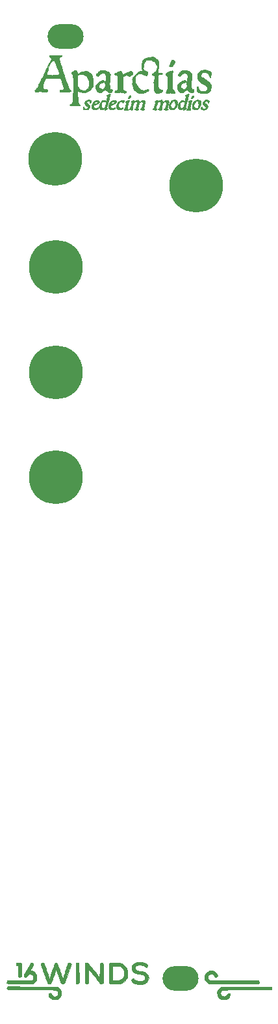
<source format=gbr>
%TF.GenerationSoftware,KiCad,Pcbnew,7.0.5*%
%TF.CreationDate,2023-07-15T15:58:03-07:00*%
%TF.ProjectId,Panel,50616e65-6c2e-46b6-9963-61645f706362,rev?*%
%TF.SameCoordinates,Original*%
%TF.FileFunction,Soldermask,Top*%
%TF.FilePolarity,Negative*%
%FSLAX46Y46*%
G04 Gerber Fmt 4.6, Leading zero omitted, Abs format (unit mm)*
G04 Created by KiCad (PCBNEW 7.0.5) date 2023-07-15 15:58:03*
%MOMM*%
%LPD*%
G01*
G04 APERTURE LIST*
%ADD10C,0.010000*%
%ADD11C,7.000000*%
%ADD12O,4.700000X3.200000*%
G04 APERTURE END LIST*
%TO.C,Ref\u002A\u002A*%
D10*
X77976795Y-160130300D02*
X78083467Y-160134161D01*
X78156594Y-160139458D01*
X78204965Y-160147861D01*
X78237369Y-160161041D01*
X78262594Y-160180671D01*
X78267648Y-160185615D01*
X78315805Y-160233821D01*
X78315805Y-161903847D01*
X78262888Y-161955221D01*
X78184960Y-162003776D01*
X78090749Y-162022084D01*
X78037977Y-162017419D01*
X77992485Y-161996031D01*
X77944424Y-161956725D01*
X77942727Y-161954940D01*
X77892472Y-161901477D01*
X77879716Y-160528991D01*
X77808450Y-160528991D01*
X77729538Y-160522382D01*
X77678210Y-160498080D01*
X77641166Y-160449372D01*
X77637689Y-160442811D01*
X77607748Y-160348581D01*
X77619192Y-160262474D01*
X77670410Y-160186880D01*
X77734099Y-160123191D01*
X77976795Y-160130300D01*
G36*
X77976795Y-160130300D02*
G01*
X78083467Y-160134161D01*
X78156594Y-160139458D01*
X78204965Y-160147861D01*
X78237369Y-160161041D01*
X78262594Y-160180671D01*
X78267648Y-160185615D01*
X78315805Y-160233821D01*
X78315805Y-161903847D01*
X78262888Y-161955221D01*
X78184960Y-162003776D01*
X78090749Y-162022084D01*
X78037977Y-162017419D01*
X77992485Y-161996031D01*
X77944424Y-161956725D01*
X77942727Y-161954940D01*
X77892472Y-161901477D01*
X77879716Y-160528991D01*
X77808450Y-160528991D01*
X77729538Y-160522382D01*
X77678210Y-160498080D01*
X77641166Y-160449372D01*
X77637689Y-160442811D01*
X77607748Y-160348581D01*
X77619192Y-160262474D01*
X77670410Y-160186880D01*
X77734099Y-160123191D01*
X77976795Y-160130300D01*
G37*
X85682266Y-160143914D02*
X85751080Y-160187440D01*
X85794101Y-160242650D01*
X85799919Y-160267718D01*
X85804880Y-160316952D01*
X85809027Y-160392642D01*
X85812407Y-160497072D01*
X85815065Y-160632532D01*
X85817046Y-160801308D01*
X85818397Y-161005687D01*
X85819162Y-161247957D01*
X85819388Y-161512613D01*
X85819388Y-162727077D01*
X85764590Y-162792201D01*
X85724412Y-162832679D01*
X85681891Y-162851873D01*
X85618713Y-162857248D01*
X85604878Y-162857325D01*
X85530502Y-162851935D01*
X85479634Y-162831813D01*
X85448009Y-162805370D01*
X85396055Y-162753416D01*
X85396055Y-161512812D01*
X85396436Y-161215524D01*
X85397571Y-160956011D01*
X85399449Y-160734953D01*
X85402058Y-160553031D01*
X85405386Y-160410924D01*
X85409423Y-160309312D01*
X85414156Y-160248876D01*
X85417849Y-160231486D01*
X85459390Y-160186839D01*
X85523525Y-160148772D01*
X85590719Y-160128052D01*
X85607722Y-160126825D01*
X85682266Y-160143914D01*
G36*
X85682266Y-160143914D02*
G01*
X85751080Y-160187440D01*
X85794101Y-160242650D01*
X85799919Y-160267718D01*
X85804880Y-160316952D01*
X85809027Y-160392642D01*
X85812407Y-160497072D01*
X85815065Y-160632532D01*
X85817046Y-160801308D01*
X85818397Y-161005687D01*
X85819162Y-161247957D01*
X85819388Y-161512613D01*
X85819388Y-162727077D01*
X85764590Y-162792201D01*
X85724412Y-162832679D01*
X85681891Y-162851873D01*
X85618713Y-162857248D01*
X85604878Y-162857325D01*
X85530502Y-162851935D01*
X85479634Y-162831813D01*
X85448009Y-162805370D01*
X85396055Y-162753416D01*
X85396055Y-161512812D01*
X85396436Y-161215524D01*
X85397571Y-160956011D01*
X85399449Y-160734953D01*
X85402058Y-160553031D01*
X85405386Y-160410924D01*
X85409423Y-160309312D01*
X85414156Y-160248876D01*
X85417849Y-160231486D01*
X85459390Y-160186839D01*
X85523525Y-160148772D01*
X85590719Y-160128052D01*
X85607722Y-160126825D01*
X85682266Y-160143914D01*
G37*
X90655976Y-160137817D02*
X90815144Y-160139629D01*
X90944396Y-160143722D01*
X91049939Y-160150973D01*
X91137981Y-160162262D01*
X91214728Y-160178465D01*
X91286388Y-160200462D01*
X91359167Y-160229129D01*
X91439273Y-160265345D01*
X91470888Y-160280299D01*
X91661256Y-160393392D01*
X91823470Y-160536889D01*
X91956180Y-160708426D01*
X92058039Y-160905640D01*
X92127696Y-161126169D01*
X92163802Y-161367648D01*
X92168872Y-161502658D01*
X92150936Y-161750642D01*
X92097915Y-161980778D01*
X92011831Y-162190320D01*
X91894707Y-162376524D01*
X91748564Y-162536642D01*
X91575422Y-162667931D01*
X91377305Y-162767643D01*
X91195722Y-162824369D01*
X91140908Y-162834765D01*
X91071933Y-162842861D01*
X90983614Y-162848889D01*
X90870771Y-162853078D01*
X90728223Y-162855658D01*
X90550790Y-162856861D01*
X90461360Y-162857012D01*
X89864582Y-162857325D01*
X89805193Y-162806238D01*
X89745805Y-162755150D01*
X89745805Y-160550158D01*
X90179722Y-160550158D01*
X90179722Y-162455158D01*
X90549096Y-162455158D01*
X90679332Y-162453787D01*
X90803446Y-162449995D01*
X90911618Y-162444263D01*
X90994031Y-162437074D01*
X91030638Y-162431537D01*
X91210505Y-162373355D01*
X91368650Y-162281537D01*
X91502418Y-162160246D01*
X91609152Y-162013646D01*
X91686194Y-161845899D01*
X91730888Y-161661167D01*
X91740578Y-161463613D01*
X91728169Y-161338617D01*
X91678612Y-161135648D01*
X91597741Y-160959923D01*
X91486543Y-160812681D01*
X91346003Y-160695163D01*
X91177107Y-160608609D01*
X91136426Y-160593908D01*
X91085655Y-160578377D01*
X91033918Y-160566962D01*
X90973636Y-160559052D01*
X90897229Y-160554037D01*
X90797121Y-160551306D01*
X90665731Y-160550250D01*
X90593139Y-160550158D01*
X90179722Y-160550158D01*
X89745805Y-160550158D01*
X89745805Y-160254780D01*
X89804518Y-160196094D01*
X89863232Y-160137408D01*
X90460685Y-160137408D01*
X90655976Y-160137817D01*
G36*
X90655976Y-160137817D02*
G01*
X90815144Y-160139629D01*
X90944396Y-160143722D01*
X91049939Y-160150973D01*
X91137981Y-160162262D01*
X91214728Y-160178465D01*
X91286388Y-160200462D01*
X91359167Y-160229129D01*
X91439273Y-160265345D01*
X91470888Y-160280299D01*
X91661256Y-160393392D01*
X91823470Y-160536889D01*
X91956180Y-160708426D01*
X92058039Y-160905640D01*
X92127696Y-161126169D01*
X92163802Y-161367648D01*
X92168872Y-161502658D01*
X92150936Y-161750642D01*
X92097915Y-161980778D01*
X92011831Y-162190320D01*
X91894707Y-162376524D01*
X91748564Y-162536642D01*
X91575422Y-162667931D01*
X91377305Y-162767643D01*
X91195722Y-162824369D01*
X91140908Y-162834765D01*
X91071933Y-162842861D01*
X90983614Y-162848889D01*
X90870771Y-162853078D01*
X90728223Y-162855658D01*
X90550790Y-162856861D01*
X90461360Y-162857012D01*
X89864582Y-162857325D01*
X89805193Y-162806238D01*
X89745805Y-162755150D01*
X89745805Y-160550158D01*
X90179722Y-160550158D01*
X90179722Y-162455158D01*
X90549096Y-162455158D01*
X90679332Y-162453787D01*
X90803446Y-162449995D01*
X90911618Y-162444263D01*
X90994031Y-162437074D01*
X91030638Y-162431537D01*
X91210505Y-162373355D01*
X91368650Y-162281537D01*
X91502418Y-162160246D01*
X91609152Y-162013646D01*
X91686194Y-161845899D01*
X91730888Y-161661167D01*
X91740578Y-161463613D01*
X91728169Y-161338617D01*
X91678612Y-161135648D01*
X91597741Y-160959923D01*
X91486543Y-160812681D01*
X91346003Y-160695163D01*
X91177107Y-160608609D01*
X91136426Y-160593908D01*
X91085655Y-160578377D01*
X91033918Y-160566962D01*
X90973636Y-160559052D01*
X90897229Y-160554037D01*
X90797121Y-160551306D01*
X90665731Y-160550250D01*
X90593139Y-160550158D01*
X90179722Y-160550158D01*
X89745805Y-160550158D01*
X89745805Y-160254780D01*
X89804518Y-160196094D01*
X89863232Y-160137408D01*
X90460685Y-160137408D01*
X90655976Y-160137817D01*
G37*
X79706607Y-163243346D02*
X82888707Y-163248908D01*
X83027733Y-163317353D01*
X83169215Y-163407039D01*
X83297969Y-163526445D01*
X83402334Y-163663718D01*
X83444389Y-163740977D01*
X83470816Y-163802362D01*
X83487608Y-163858251D01*
X83496890Y-163921469D01*
X83500787Y-164004843D01*
X83501451Y-164085362D01*
X83500652Y-164188115D01*
X83496371Y-164261674D01*
X83486085Y-164319165D01*
X83467274Y-164373716D01*
X83437417Y-164438455D01*
X83431211Y-164451114D01*
X83336307Y-164603662D01*
X83215050Y-164735014D01*
X83076218Y-164836193D01*
X83031684Y-164859692D01*
X82913995Y-164900004D01*
X82772735Y-164923518D01*
X82623499Y-164929502D01*
X82481883Y-164917224D01*
X82375295Y-164890494D01*
X82239299Y-164825501D01*
X82114138Y-164737133D01*
X82005753Y-164632179D01*
X81920081Y-164517428D01*
X81863062Y-164399669D01*
X81840635Y-164285693D01*
X81840520Y-164279155D01*
X81859357Y-164201521D01*
X81909912Y-164136742D01*
X81981651Y-164095022D01*
X82040901Y-164084992D01*
X82109838Y-164090911D01*
X82162360Y-164113515D01*
X82207965Y-164160070D01*
X82256155Y-164237843D01*
X82267037Y-164257967D01*
X82351039Y-164379994D01*
X82451793Y-164464448D01*
X82567006Y-164510251D01*
X82694383Y-164516326D01*
X82780491Y-164499083D01*
X82881426Y-164452340D01*
X82973958Y-164378628D01*
X83044706Y-164289919D01*
X83068666Y-164241257D01*
X83091383Y-164125718D01*
X83079682Y-164002463D01*
X83036597Y-163883507D01*
X82965165Y-163780864D01*
X82947952Y-163763546D01*
X82932689Y-163748431D01*
X82919062Y-163734733D01*
X82905020Y-163722379D01*
X82888513Y-163711296D01*
X82867492Y-163701410D01*
X82839906Y-163692649D01*
X82803706Y-163684938D01*
X82756842Y-163678207D01*
X82697264Y-163672380D01*
X82622921Y-163667385D01*
X82531765Y-163663150D01*
X82421746Y-163659600D01*
X82290812Y-163656662D01*
X82136915Y-163654264D01*
X81958005Y-163652333D01*
X81752031Y-163650795D01*
X81516944Y-163649577D01*
X81250694Y-163648606D01*
X80951231Y-163647809D01*
X80616505Y-163647113D01*
X80244467Y-163646445D01*
X79833066Y-163645731D01*
X79634969Y-163645376D01*
X76509133Y-163639678D01*
X76454677Y-163574961D01*
X76407762Y-163492404D01*
X76401986Y-163408716D01*
X76437202Y-163329099D01*
X76462364Y-163299926D01*
X76524506Y-163237784D01*
X79706607Y-163243346D01*
G36*
X79706607Y-163243346D02*
G01*
X82888707Y-163248908D01*
X83027733Y-163317353D01*
X83169215Y-163407039D01*
X83297969Y-163526445D01*
X83402334Y-163663718D01*
X83444389Y-163740977D01*
X83470816Y-163802362D01*
X83487608Y-163858251D01*
X83496890Y-163921469D01*
X83500787Y-164004843D01*
X83501451Y-164085362D01*
X83500652Y-164188115D01*
X83496371Y-164261674D01*
X83486085Y-164319165D01*
X83467274Y-164373716D01*
X83437417Y-164438455D01*
X83431211Y-164451114D01*
X83336307Y-164603662D01*
X83215050Y-164735014D01*
X83076218Y-164836193D01*
X83031684Y-164859692D01*
X82913995Y-164900004D01*
X82772735Y-164923518D01*
X82623499Y-164929502D01*
X82481883Y-164917224D01*
X82375295Y-164890494D01*
X82239299Y-164825501D01*
X82114138Y-164737133D01*
X82005753Y-164632179D01*
X81920081Y-164517428D01*
X81863062Y-164399669D01*
X81840635Y-164285693D01*
X81840520Y-164279155D01*
X81859357Y-164201521D01*
X81909912Y-164136742D01*
X81981651Y-164095022D01*
X82040901Y-164084992D01*
X82109838Y-164090911D01*
X82162360Y-164113515D01*
X82207965Y-164160070D01*
X82256155Y-164237843D01*
X82267037Y-164257967D01*
X82351039Y-164379994D01*
X82451793Y-164464448D01*
X82567006Y-164510251D01*
X82694383Y-164516326D01*
X82780491Y-164499083D01*
X82881426Y-164452340D01*
X82973958Y-164378628D01*
X83044706Y-164289919D01*
X83068666Y-164241257D01*
X83091383Y-164125718D01*
X83079682Y-164002463D01*
X83036597Y-163883507D01*
X82965165Y-163780864D01*
X82947952Y-163763546D01*
X82932689Y-163748431D01*
X82919062Y-163734733D01*
X82905020Y-163722379D01*
X82888513Y-163711296D01*
X82867492Y-163701410D01*
X82839906Y-163692649D01*
X82803706Y-163684938D01*
X82756842Y-163678207D01*
X82697264Y-163672380D01*
X82622921Y-163667385D01*
X82531765Y-163663150D01*
X82421746Y-163659600D01*
X82290812Y-163656662D01*
X82136915Y-163654264D01*
X81958005Y-163652333D01*
X81752031Y-163650795D01*
X81516944Y-163649577D01*
X81250694Y-163648606D01*
X80951231Y-163647809D01*
X80616505Y-163647113D01*
X80244467Y-163646445D01*
X79833066Y-163645731D01*
X79634969Y-163645376D01*
X76509133Y-163639678D01*
X76454677Y-163574961D01*
X76407762Y-163492404D01*
X76401986Y-163408716D01*
X76437202Y-163329099D01*
X76462364Y-163299926D01*
X76524506Y-163237784D01*
X79706607Y-163243346D01*
G37*
X88835933Y-160148089D02*
X88864131Y-160157406D01*
X88888179Y-160167455D01*
X88908407Y-160181460D01*
X88925146Y-160202646D01*
X88938725Y-160234240D01*
X88949475Y-160279467D01*
X88957725Y-160341552D01*
X88963806Y-160423722D01*
X88968048Y-160529200D01*
X88970781Y-160661213D01*
X88972334Y-160822986D01*
X88973039Y-161017745D01*
X88973225Y-161248715D01*
X88973222Y-161489646D01*
X88972864Y-161738776D01*
X88971824Y-161967177D01*
X88970151Y-162171858D01*
X88967892Y-162349829D01*
X88965096Y-162498100D01*
X88961811Y-162613678D01*
X88958086Y-162693575D01*
X88953969Y-162734799D01*
X88953000Y-162738423D01*
X88908229Y-162801722D01*
X88836330Y-162847237D01*
X88750737Y-162869308D01*
X88664881Y-162862275D01*
X88661485Y-162861264D01*
X88605561Y-162834764D01*
X88576818Y-162814383D01*
X88556952Y-162792216D01*
X88513212Y-162740012D01*
X88448095Y-162660848D01*
X88364096Y-162557801D01*
X88263712Y-162433951D01*
X88149441Y-162292375D01*
X88023778Y-162136152D01*
X87889221Y-161968360D01*
X87787888Y-161841682D01*
X87036472Y-160901340D01*
X87025331Y-161831707D01*
X87022904Y-162025767D01*
X87020447Y-162206313D01*
X87018034Y-162369042D01*
X87015737Y-162509653D01*
X87013629Y-162623846D01*
X87011783Y-162707318D01*
X87010273Y-162755769D01*
X87009456Y-162766542D01*
X86952842Y-162817194D01*
X86909708Y-162844431D01*
X86864258Y-162855415D01*
X86809268Y-162857325D01*
X86734970Y-162851555D01*
X86683720Y-162830171D01*
X86654509Y-162805370D01*
X86602555Y-162753416D01*
X86602555Y-161508330D01*
X86602509Y-161239915D01*
X86602591Y-161010641D01*
X86603125Y-160817316D01*
X86604438Y-160656749D01*
X86606855Y-160525747D01*
X86610704Y-160421120D01*
X86616310Y-160339674D01*
X86623999Y-160278220D01*
X86634098Y-160233564D01*
X86646931Y-160202515D01*
X86662827Y-160181881D01*
X86682109Y-160168470D01*
X86705106Y-160159091D01*
X86732142Y-160150552D01*
X86741583Y-160147515D01*
X86814618Y-160134099D01*
X86887519Y-160135887D01*
X86890070Y-160136343D01*
X86906232Y-160139157D01*
X86920915Y-160142581D01*
X86936137Y-160148983D01*
X86953913Y-160160725D01*
X86976260Y-160180175D01*
X87005192Y-160209697D01*
X87042727Y-160251657D01*
X87090881Y-160308419D01*
X87151669Y-160382349D01*
X87227108Y-160475813D01*
X87319213Y-160591176D01*
X87430001Y-160730802D01*
X87561489Y-160897058D01*
X87715691Y-161092308D01*
X87851388Y-161264168D01*
X88518138Y-162108523D01*
X88528722Y-161182857D01*
X88539305Y-160257191D01*
X88589588Y-160203689D01*
X88667453Y-160149213D01*
X88759770Y-160133622D01*
X88835933Y-160148089D01*
G36*
X88835933Y-160148089D02*
G01*
X88864131Y-160157406D01*
X88888179Y-160167455D01*
X88908407Y-160181460D01*
X88925146Y-160202646D01*
X88938725Y-160234240D01*
X88949475Y-160279467D01*
X88957725Y-160341552D01*
X88963806Y-160423722D01*
X88968048Y-160529200D01*
X88970781Y-160661213D01*
X88972334Y-160822986D01*
X88973039Y-161017745D01*
X88973225Y-161248715D01*
X88973222Y-161489646D01*
X88972864Y-161738776D01*
X88971824Y-161967177D01*
X88970151Y-162171858D01*
X88967892Y-162349829D01*
X88965096Y-162498100D01*
X88961811Y-162613678D01*
X88958086Y-162693575D01*
X88953969Y-162734799D01*
X88953000Y-162738423D01*
X88908229Y-162801722D01*
X88836330Y-162847237D01*
X88750737Y-162869308D01*
X88664881Y-162862275D01*
X88661485Y-162861264D01*
X88605561Y-162834764D01*
X88576818Y-162814383D01*
X88556952Y-162792216D01*
X88513212Y-162740012D01*
X88448095Y-162660848D01*
X88364096Y-162557801D01*
X88263712Y-162433951D01*
X88149441Y-162292375D01*
X88023778Y-162136152D01*
X87889221Y-161968360D01*
X87787888Y-161841682D01*
X87036472Y-160901340D01*
X87025331Y-161831707D01*
X87022904Y-162025767D01*
X87020447Y-162206313D01*
X87018034Y-162369042D01*
X87015737Y-162509653D01*
X87013629Y-162623846D01*
X87011783Y-162707318D01*
X87010273Y-162755769D01*
X87009456Y-162766542D01*
X86952842Y-162817194D01*
X86909708Y-162844431D01*
X86864258Y-162855415D01*
X86809268Y-162857325D01*
X86734970Y-162851555D01*
X86683720Y-162830171D01*
X86654509Y-162805370D01*
X86602555Y-162753416D01*
X86602555Y-161508330D01*
X86602509Y-161239915D01*
X86602591Y-161010641D01*
X86603125Y-160817316D01*
X86604438Y-160656749D01*
X86606855Y-160525747D01*
X86610704Y-160421120D01*
X86616310Y-160339674D01*
X86623999Y-160278220D01*
X86634098Y-160233564D01*
X86646931Y-160202515D01*
X86662827Y-160181881D01*
X86682109Y-160168470D01*
X86705106Y-160159091D01*
X86732142Y-160150552D01*
X86741583Y-160147515D01*
X86814618Y-160134099D01*
X86887519Y-160135887D01*
X86890070Y-160136343D01*
X86906232Y-160139157D01*
X86920915Y-160142581D01*
X86936137Y-160148983D01*
X86953913Y-160160725D01*
X86976260Y-160180175D01*
X87005192Y-160209697D01*
X87042727Y-160251657D01*
X87090881Y-160308419D01*
X87151669Y-160382349D01*
X87227108Y-160475813D01*
X87319213Y-160591176D01*
X87430001Y-160730802D01*
X87561489Y-160897058D01*
X87715691Y-161092308D01*
X87851388Y-161264168D01*
X88518138Y-162108523D01*
X88528722Y-161182857D01*
X88539305Y-160257191D01*
X88589588Y-160203689D01*
X88667453Y-160149213D01*
X88759770Y-160133622D01*
X88835933Y-160148089D01*
G37*
X79722031Y-160135454D02*
X79803294Y-160182899D01*
X79823433Y-160201470D01*
X79869234Y-160252740D01*
X79888294Y-160293982D01*
X79887559Y-160340807D01*
X79887003Y-160344345D01*
X79873102Y-160383787D01*
X79841079Y-160452548D01*
X79794527Y-160543606D01*
X79737036Y-160649940D01*
X79672199Y-160764529D01*
X79671086Y-160766452D01*
X79599819Y-160888984D01*
X79545617Y-160979783D01*
X79504613Y-161043910D01*
X79472939Y-161086428D01*
X79446727Y-161112398D01*
X79422110Y-161126884D01*
X79395221Y-161134947D01*
X79388441Y-161136398D01*
X79356570Y-161144390D01*
X79353235Y-161150600D01*
X79382408Y-161156141D01*
X79448063Y-161162127D01*
X79491651Y-161165340D01*
X79687405Y-161197870D01*
X79860823Y-161265021D01*
X80009604Y-161365119D01*
X80131445Y-161496493D01*
X80224046Y-161657468D01*
X80246896Y-161714325D01*
X80292479Y-161872405D01*
X80306973Y-162018167D01*
X80295882Y-162144448D01*
X80245155Y-162328150D01*
X80159429Y-162491116D01*
X80042470Y-162629625D01*
X79898041Y-162739958D01*
X79729908Y-162818394D01*
X79575222Y-162856581D01*
X79529973Y-162860400D01*
X79448198Y-162863826D01*
X79334111Y-162866859D01*
X79191925Y-162869496D01*
X79025856Y-162871736D01*
X78840117Y-162873577D01*
X78638923Y-162875018D01*
X78426486Y-162876056D01*
X78207023Y-162876692D01*
X77984746Y-162876922D01*
X77763870Y-162876745D01*
X77548609Y-162876160D01*
X77343177Y-162875164D01*
X77151788Y-162873757D01*
X76978657Y-162871937D01*
X76827997Y-162869702D01*
X76704023Y-162867050D01*
X76610949Y-162863980D01*
X76552988Y-162860491D01*
X76535437Y-162857747D01*
X76463886Y-162808631D01*
X76419097Y-162736879D01*
X76404012Y-162654120D01*
X76421572Y-162571986D01*
X76451294Y-162525130D01*
X76502366Y-162465742D01*
X78033502Y-162455158D01*
X79564638Y-162444575D01*
X79652596Y-162397540D01*
X79745633Y-162333370D01*
X79814035Y-162249276D01*
X79862224Y-162147907D01*
X79885944Y-162030908D01*
X79872754Y-161914124D01*
X79827453Y-161805000D01*
X79754842Y-161710981D01*
X79659723Y-161639512D01*
X79546895Y-161598036D01*
X79503718Y-161591951D01*
X79364711Y-161596513D01*
X79247022Y-161636263D01*
X79147897Y-161712831D01*
X79064581Y-161827847D01*
X79045832Y-161862933D01*
X78984930Y-161956617D01*
X78916024Y-162009905D01*
X78836551Y-162024383D01*
X78794838Y-162018237D01*
X78709970Y-161979658D01*
X78655117Y-161914594D01*
X78633199Y-161829088D01*
X78647138Y-161729184D01*
X78650365Y-161719362D01*
X78669216Y-161677233D01*
X78706192Y-161605461D01*
X78758492Y-161508841D01*
X78823318Y-161392170D01*
X78897871Y-161260245D01*
X78946897Y-161174575D01*
X79278888Y-161174575D01*
X79289472Y-161185158D01*
X79300055Y-161174575D01*
X79289472Y-161163992D01*
X79278888Y-161174575D01*
X78946897Y-161174575D01*
X78979353Y-161117861D01*
X79064964Y-160969816D01*
X79151907Y-160820906D01*
X79237381Y-160675927D01*
X79318588Y-160539676D01*
X79392729Y-160416950D01*
X79457006Y-160312544D01*
X79508619Y-160231255D01*
X79544770Y-160177880D01*
X79561542Y-160157830D01*
X79639351Y-160126748D01*
X79722031Y-160135454D01*
G36*
X79722031Y-160135454D02*
G01*
X79803294Y-160182899D01*
X79823433Y-160201470D01*
X79869234Y-160252740D01*
X79888294Y-160293982D01*
X79887559Y-160340807D01*
X79887003Y-160344345D01*
X79873102Y-160383787D01*
X79841079Y-160452548D01*
X79794527Y-160543606D01*
X79737036Y-160649940D01*
X79672199Y-160764529D01*
X79671086Y-160766452D01*
X79599819Y-160888984D01*
X79545617Y-160979783D01*
X79504613Y-161043910D01*
X79472939Y-161086428D01*
X79446727Y-161112398D01*
X79422110Y-161126884D01*
X79395221Y-161134947D01*
X79388441Y-161136398D01*
X79356570Y-161144390D01*
X79353235Y-161150600D01*
X79382408Y-161156141D01*
X79448063Y-161162127D01*
X79491651Y-161165340D01*
X79687405Y-161197870D01*
X79860823Y-161265021D01*
X80009604Y-161365119D01*
X80131445Y-161496493D01*
X80224046Y-161657468D01*
X80246896Y-161714325D01*
X80292479Y-161872405D01*
X80306973Y-162018167D01*
X80295882Y-162144448D01*
X80245155Y-162328150D01*
X80159429Y-162491116D01*
X80042470Y-162629625D01*
X79898041Y-162739958D01*
X79729908Y-162818394D01*
X79575222Y-162856581D01*
X79529973Y-162860400D01*
X79448198Y-162863826D01*
X79334111Y-162866859D01*
X79191925Y-162869496D01*
X79025856Y-162871736D01*
X78840117Y-162873577D01*
X78638923Y-162875018D01*
X78426486Y-162876056D01*
X78207023Y-162876692D01*
X77984746Y-162876922D01*
X77763870Y-162876745D01*
X77548609Y-162876160D01*
X77343177Y-162875164D01*
X77151788Y-162873757D01*
X76978657Y-162871937D01*
X76827997Y-162869702D01*
X76704023Y-162867050D01*
X76610949Y-162863980D01*
X76552988Y-162860491D01*
X76535437Y-162857747D01*
X76463886Y-162808631D01*
X76419097Y-162736879D01*
X76404012Y-162654120D01*
X76421572Y-162571986D01*
X76451294Y-162525130D01*
X76502366Y-162465742D01*
X78033502Y-162455158D01*
X79564638Y-162444575D01*
X79652596Y-162397540D01*
X79745633Y-162333370D01*
X79814035Y-162249276D01*
X79862224Y-162147907D01*
X79885944Y-162030908D01*
X79872754Y-161914124D01*
X79827453Y-161805000D01*
X79754842Y-161710981D01*
X79659723Y-161639512D01*
X79546895Y-161598036D01*
X79503718Y-161591951D01*
X79364711Y-161596513D01*
X79247022Y-161636263D01*
X79147897Y-161712831D01*
X79064581Y-161827847D01*
X79045832Y-161862933D01*
X78984930Y-161956617D01*
X78916024Y-162009905D01*
X78836551Y-162024383D01*
X78794838Y-162018237D01*
X78709970Y-161979658D01*
X78655117Y-161914594D01*
X78633199Y-161829088D01*
X78647138Y-161729184D01*
X78650365Y-161719362D01*
X78669216Y-161677233D01*
X78706192Y-161605461D01*
X78758492Y-161508841D01*
X78823318Y-161392170D01*
X78897871Y-161260245D01*
X78946897Y-161174575D01*
X79278888Y-161174575D01*
X79289472Y-161185158D01*
X79300055Y-161174575D01*
X79289472Y-161163992D01*
X79278888Y-161174575D01*
X78946897Y-161174575D01*
X78979353Y-161117861D01*
X79064964Y-160969816D01*
X79151907Y-160820906D01*
X79237381Y-160675927D01*
X79318588Y-160539676D01*
X79392729Y-160416950D01*
X79457006Y-160312544D01*
X79508619Y-160231255D01*
X79544770Y-160177880D01*
X79561542Y-160157830D01*
X79639351Y-160126748D01*
X79722031Y-160135454D01*
G37*
X94041874Y-160063475D02*
X94247346Y-160110675D01*
X94409457Y-160171167D01*
X94532958Y-160234229D01*
X94637867Y-160302325D01*
X94717374Y-160370261D01*
X94764670Y-160432844D01*
X94770479Y-160446512D01*
X94778333Y-160524875D01*
X94754432Y-160602275D01*
X94706167Y-160667601D01*
X94640928Y-160709740D01*
X94588916Y-160719491D01*
X94550362Y-160708287D01*
X94488129Y-160678367D01*
X94413234Y-160635273D01*
X94381812Y-160615335D01*
X94220138Y-160521192D01*
X94067797Y-160458902D01*
X93911735Y-160424388D01*
X93738897Y-160413575D01*
X93735722Y-160413572D01*
X93570790Y-160421290D01*
X93438717Y-160446331D01*
X93332575Y-160491566D01*
X93245431Y-160559866D01*
X93176249Y-160645294D01*
X93132935Y-160743065D01*
X93122122Y-160851426D01*
X93144884Y-160954682D01*
X93153756Y-160973719D01*
X93198171Y-161027774D01*
X93270897Y-161083704D01*
X93359187Y-161133063D01*
X93442896Y-161165321D01*
X93488322Y-161175887D01*
X93566264Y-161191242D01*
X93667409Y-161209662D01*
X93782446Y-161229420D01*
X93838411Y-161238636D01*
X94083762Y-161284629D01*
X94290049Y-161337626D01*
X94460242Y-161399640D01*
X94597317Y-161472681D01*
X94704244Y-161558763D01*
X94783998Y-161659898D01*
X94839550Y-161778097D01*
X94873874Y-161915372D01*
X94878030Y-161942282D01*
X94887210Y-162135679D01*
X94858126Y-162313062D01*
X94791298Y-162472801D01*
X94687251Y-162613269D01*
X94651007Y-162649405D01*
X94556020Y-162729300D01*
X94458251Y-162790186D01*
X94343965Y-162839355D01*
X94219428Y-162878553D01*
X94102560Y-162903140D01*
X93958441Y-162921089D01*
X93801744Y-162931607D01*
X93647146Y-162933904D01*
X93509322Y-162927190D01*
X93449972Y-162920004D01*
X93274943Y-162882499D01*
X93112498Y-162828141D01*
X92967434Y-162760086D01*
X92844548Y-162681494D01*
X92748637Y-162595523D01*
X92684499Y-162505331D01*
X92656930Y-162414077D01*
X92656222Y-162397437D01*
X92675542Y-162316326D01*
X92727465Y-162251199D01*
X92802928Y-162210534D01*
X92866036Y-162201158D01*
X92916110Y-162205256D01*
X92960517Y-162221770D01*
X93011277Y-162257031D01*
X93071816Y-162309567D01*
X93148252Y-162371898D01*
X93231331Y-162429120D01*
X93299581Y-162467084D01*
X93463042Y-162521981D01*
X93647451Y-162551152D01*
X93839617Y-162553907D01*
X94026352Y-162529558D01*
X94106138Y-162509262D01*
X94229041Y-162454703D01*
X94328820Y-162375314D01*
X94401862Y-162277699D01*
X94444556Y-162168460D01*
X94453291Y-162054202D01*
X94424455Y-161941528D01*
X94420878Y-161933748D01*
X94376551Y-161861657D01*
X94314932Y-161800737D01*
X94231544Y-161749017D01*
X94121914Y-161704527D01*
X93981568Y-161665295D01*
X93806030Y-161629352D01*
X93682805Y-161608678D01*
X93468179Y-161570244D01*
X93290536Y-161527562D01*
X93144576Y-161478519D01*
X93025003Y-161420999D01*
X92926519Y-161352891D01*
X92846362Y-161274977D01*
X92774521Y-161176984D01*
X92728312Y-161070931D01*
X92704892Y-160946943D01*
X92701416Y-160795145D01*
X92702210Y-160774462D01*
X92716326Y-160633241D01*
X92748414Y-160520178D01*
X92804000Y-160422967D01*
X92888610Y-160329305D01*
X92911730Y-160307896D01*
X93051975Y-160207623D01*
X93221035Y-160130291D01*
X93411732Y-160076555D01*
X93616890Y-160047070D01*
X93829329Y-160042492D01*
X94041874Y-160063475D01*
G36*
X94041874Y-160063475D02*
G01*
X94247346Y-160110675D01*
X94409457Y-160171167D01*
X94532958Y-160234229D01*
X94637867Y-160302325D01*
X94717374Y-160370261D01*
X94764670Y-160432844D01*
X94770479Y-160446512D01*
X94778333Y-160524875D01*
X94754432Y-160602275D01*
X94706167Y-160667601D01*
X94640928Y-160709740D01*
X94588916Y-160719491D01*
X94550362Y-160708287D01*
X94488129Y-160678367D01*
X94413234Y-160635273D01*
X94381812Y-160615335D01*
X94220138Y-160521192D01*
X94067797Y-160458902D01*
X93911735Y-160424388D01*
X93738897Y-160413575D01*
X93735722Y-160413572D01*
X93570790Y-160421290D01*
X93438717Y-160446331D01*
X93332575Y-160491566D01*
X93245431Y-160559866D01*
X93176249Y-160645294D01*
X93132935Y-160743065D01*
X93122122Y-160851426D01*
X93144884Y-160954682D01*
X93153756Y-160973719D01*
X93198171Y-161027774D01*
X93270897Y-161083704D01*
X93359187Y-161133063D01*
X93442896Y-161165321D01*
X93488322Y-161175887D01*
X93566264Y-161191242D01*
X93667409Y-161209662D01*
X93782446Y-161229420D01*
X93838411Y-161238636D01*
X94083762Y-161284629D01*
X94290049Y-161337626D01*
X94460242Y-161399640D01*
X94597317Y-161472681D01*
X94704244Y-161558763D01*
X94783998Y-161659898D01*
X94839550Y-161778097D01*
X94873874Y-161915372D01*
X94878030Y-161942282D01*
X94887210Y-162135679D01*
X94858126Y-162313062D01*
X94791298Y-162472801D01*
X94687251Y-162613269D01*
X94651007Y-162649405D01*
X94556020Y-162729300D01*
X94458251Y-162790186D01*
X94343965Y-162839355D01*
X94219428Y-162878553D01*
X94102560Y-162903140D01*
X93958441Y-162921089D01*
X93801744Y-162931607D01*
X93647146Y-162933904D01*
X93509322Y-162927190D01*
X93449972Y-162920004D01*
X93274943Y-162882499D01*
X93112498Y-162828141D01*
X92967434Y-162760086D01*
X92844548Y-162681494D01*
X92748637Y-162595523D01*
X92684499Y-162505331D01*
X92656930Y-162414077D01*
X92656222Y-162397437D01*
X92675542Y-162316326D01*
X92727465Y-162251199D01*
X92802928Y-162210534D01*
X92866036Y-162201158D01*
X92916110Y-162205256D01*
X92960517Y-162221770D01*
X93011277Y-162257031D01*
X93071816Y-162309567D01*
X93148252Y-162371898D01*
X93231331Y-162429120D01*
X93299581Y-162467084D01*
X93463042Y-162521981D01*
X93647451Y-162551152D01*
X93839617Y-162553907D01*
X94026352Y-162529558D01*
X94106138Y-162509262D01*
X94229041Y-162454703D01*
X94328820Y-162375314D01*
X94401862Y-162277699D01*
X94444556Y-162168460D01*
X94453291Y-162054202D01*
X94424455Y-161941528D01*
X94420878Y-161933748D01*
X94376551Y-161861657D01*
X94314932Y-161800737D01*
X94231544Y-161749017D01*
X94121914Y-161704527D01*
X93981568Y-161665295D01*
X93806030Y-161629352D01*
X93682805Y-161608678D01*
X93468179Y-161570244D01*
X93290536Y-161527562D01*
X93144576Y-161478519D01*
X93025003Y-161420999D01*
X92926519Y-161352891D01*
X92846362Y-161274977D01*
X92774521Y-161176984D01*
X92728312Y-161070931D01*
X92704892Y-160946943D01*
X92701416Y-160795145D01*
X92702210Y-160774462D01*
X92716326Y-160633241D01*
X92748414Y-160520178D01*
X92804000Y-160422967D01*
X92888610Y-160329305D01*
X92911730Y-160307896D01*
X93051975Y-160207623D01*
X93221035Y-160130291D01*
X93411732Y-160076555D01*
X93616890Y-160047070D01*
X93829329Y-160042492D01*
X94041874Y-160063475D01*
G37*
X84605137Y-160136543D02*
X84673846Y-160162539D01*
X84737660Y-160208176D01*
X84784775Y-160262764D01*
X84803386Y-160315610D01*
X84803388Y-160316119D01*
X84796376Y-160344071D01*
X84776232Y-160407937D01*
X84744295Y-160503848D01*
X84701900Y-160627933D01*
X84650388Y-160776324D01*
X84591094Y-160945151D01*
X84525358Y-161130544D01*
X84454517Y-161328634D01*
X84424127Y-161413122D01*
X84328286Y-161679225D01*
X84245761Y-161908371D01*
X84175420Y-162103392D01*
X84116131Y-162267124D01*
X84066763Y-162402400D01*
X84026184Y-162512055D01*
X83993262Y-162598921D01*
X83966866Y-162665834D01*
X83945864Y-162715627D01*
X83929125Y-162751134D01*
X83915517Y-162775190D01*
X83903907Y-162790628D01*
X83893165Y-162800282D01*
X83882160Y-162806986D01*
X83869758Y-162813574D01*
X83863448Y-162817239D01*
X83778565Y-162848604D01*
X83679901Y-162855370D01*
X83587060Y-162837266D01*
X83553391Y-162821521D01*
X83536222Y-162810954D01*
X83520641Y-162798769D01*
X83505212Y-162781561D01*
X83488498Y-162755923D01*
X83469063Y-162718448D01*
X83445470Y-162665730D01*
X83416283Y-162594361D01*
X83380065Y-162500936D01*
X83335380Y-162382048D01*
X83280791Y-162234290D01*
X83214862Y-162054256D01*
X83136157Y-161838539D01*
X83118718Y-161790709D01*
X83055164Y-161617464D01*
X82995987Y-161458212D01*
X82942745Y-161316989D01*
X82896997Y-161197835D01*
X82860298Y-161104789D01*
X82834208Y-161041889D01*
X82820283Y-161013176D01*
X82818473Y-161012153D01*
X82809881Y-161036487D01*
X82788522Y-161096444D01*
X82755908Y-161187795D01*
X82713551Y-161306311D01*
X82662962Y-161447761D01*
X82605653Y-161607918D01*
X82543137Y-161782551D01*
X82505279Y-161888270D01*
X82425853Y-162109667D01*
X82358834Y-162294490D01*
X82302406Y-162446040D01*
X82254754Y-162567615D01*
X82214061Y-162662514D01*
X82178511Y-162734036D01*
X82146289Y-162785481D01*
X82115577Y-162820147D01*
X82084560Y-162841334D01*
X82051422Y-162852341D01*
X82014347Y-162856467D01*
X81972013Y-162857013D01*
X81899484Y-162851262D01*
X81836555Y-162837193D01*
X81820047Y-162830507D01*
X81772757Y-162793468D01*
X81731532Y-162741074D01*
X81731408Y-162740861D01*
X81716391Y-162707781D01*
X81689000Y-162639977D01*
X81650800Y-162541731D01*
X81603359Y-162417322D01*
X81548244Y-162271032D01*
X81487021Y-162107140D01*
X81421257Y-161929927D01*
X81352518Y-161743674D01*
X81282372Y-161552661D01*
X81212386Y-161361169D01*
X81144126Y-161173478D01*
X81079158Y-160993869D01*
X81019051Y-160826622D01*
X80965369Y-160676018D01*
X80919681Y-160546337D01*
X80883553Y-160441859D01*
X80858552Y-160366866D01*
X80846245Y-160325637D01*
X80845222Y-160319766D01*
X80863064Y-160263572D01*
X80908342Y-160205616D01*
X80968687Y-160158538D01*
X81025034Y-160136031D01*
X81127890Y-160134149D01*
X81213459Y-160167789D01*
X81275964Y-160234214D01*
X81289956Y-160261499D01*
X81304168Y-160299119D01*
X81329975Y-160372604D01*
X81365897Y-160477555D01*
X81410457Y-160609571D01*
X81462177Y-160764252D01*
X81519578Y-160937199D01*
X81581184Y-161124012D01*
X81640970Y-161306386D01*
X81703822Y-161498132D01*
X81762723Y-161676801D01*
X81816371Y-161838520D01*
X81863466Y-161979416D01*
X81902706Y-162095616D01*
X81932791Y-162183245D01*
X81952421Y-162238431D01*
X81960293Y-162257300D01*
X81960320Y-162257282D01*
X81968159Y-162236577D01*
X81988226Y-162179589D01*
X82019208Y-162090145D01*
X82059794Y-161972075D01*
X82108673Y-161829205D01*
X82164532Y-161665362D01*
X82226060Y-161484375D01*
X82291946Y-161290070D01*
X82306510Y-161247054D01*
X82385119Y-161016461D01*
X82456892Y-160809214D01*
X82520891Y-160627889D01*
X82576175Y-160475062D01*
X82621805Y-160353308D01*
X82656839Y-160265205D01*
X82680338Y-160213329D01*
X82688258Y-160200908D01*
X82742474Y-160168642D01*
X82823988Y-160158575D01*
X82824305Y-160158575D01*
X82906025Y-160168607D01*
X82960407Y-160200883D01*
X82960432Y-160200908D01*
X82976782Y-160230407D01*
X83005402Y-160297103D01*
X83045186Y-160398029D01*
X83095025Y-160530219D01*
X83153813Y-160690705D01*
X83220442Y-160876521D01*
X83293806Y-161084701D01*
X83342803Y-161225479D01*
X83410536Y-161420631D01*
X83474411Y-161604009D01*
X83533029Y-161771645D01*
X83584990Y-161919568D01*
X83628898Y-162043810D01*
X83663351Y-162140399D01*
X83686953Y-162205368D01*
X83698304Y-162234745D01*
X83698761Y-162235662D01*
X83708305Y-162222210D01*
X83729216Y-162171324D01*
X83760454Y-162086045D01*
X83800975Y-161969414D01*
X83849739Y-161824469D01*
X83905704Y-161654253D01*
X83967828Y-161461804D01*
X84019296Y-161300097D01*
X84081648Y-161103742D01*
X84141213Y-160917473D01*
X84196569Y-160745649D01*
X84246290Y-160592630D01*
X84288955Y-160462774D01*
X84323139Y-160360443D01*
X84347420Y-160289994D01*
X84360025Y-160256551D01*
X84414403Y-160180564D01*
X84491887Y-160138965D01*
X84588225Y-160133834D01*
X84605137Y-160136543D01*
G36*
X84605137Y-160136543D02*
G01*
X84673846Y-160162539D01*
X84737660Y-160208176D01*
X84784775Y-160262764D01*
X84803386Y-160315610D01*
X84803388Y-160316119D01*
X84796376Y-160344071D01*
X84776232Y-160407937D01*
X84744295Y-160503848D01*
X84701900Y-160627933D01*
X84650388Y-160776324D01*
X84591094Y-160945151D01*
X84525358Y-161130544D01*
X84454517Y-161328634D01*
X84424127Y-161413122D01*
X84328286Y-161679225D01*
X84245761Y-161908371D01*
X84175420Y-162103392D01*
X84116131Y-162267124D01*
X84066763Y-162402400D01*
X84026184Y-162512055D01*
X83993262Y-162598921D01*
X83966866Y-162665834D01*
X83945864Y-162715627D01*
X83929125Y-162751134D01*
X83915517Y-162775190D01*
X83903907Y-162790628D01*
X83893165Y-162800282D01*
X83882160Y-162806986D01*
X83869758Y-162813574D01*
X83863448Y-162817239D01*
X83778565Y-162848604D01*
X83679901Y-162855370D01*
X83587060Y-162837266D01*
X83553391Y-162821521D01*
X83536222Y-162810954D01*
X83520641Y-162798769D01*
X83505212Y-162781561D01*
X83488498Y-162755923D01*
X83469063Y-162718448D01*
X83445470Y-162665730D01*
X83416283Y-162594361D01*
X83380065Y-162500936D01*
X83335380Y-162382048D01*
X83280791Y-162234290D01*
X83214862Y-162054256D01*
X83136157Y-161838539D01*
X83118718Y-161790709D01*
X83055164Y-161617464D01*
X82995987Y-161458212D01*
X82942745Y-161316989D01*
X82896997Y-161197835D01*
X82860298Y-161104789D01*
X82834208Y-161041889D01*
X82820283Y-161013176D01*
X82818473Y-161012153D01*
X82809881Y-161036487D01*
X82788522Y-161096444D01*
X82755908Y-161187795D01*
X82713551Y-161306311D01*
X82662962Y-161447761D01*
X82605653Y-161607918D01*
X82543137Y-161782551D01*
X82505279Y-161888270D01*
X82425853Y-162109667D01*
X82358834Y-162294490D01*
X82302406Y-162446040D01*
X82254754Y-162567615D01*
X82214061Y-162662514D01*
X82178511Y-162734036D01*
X82146289Y-162785481D01*
X82115577Y-162820147D01*
X82084560Y-162841334D01*
X82051422Y-162852341D01*
X82014347Y-162856467D01*
X81972013Y-162857013D01*
X81899484Y-162851262D01*
X81836555Y-162837193D01*
X81820047Y-162830507D01*
X81772757Y-162793468D01*
X81731532Y-162741074D01*
X81731408Y-162740861D01*
X81716391Y-162707781D01*
X81689000Y-162639977D01*
X81650800Y-162541731D01*
X81603359Y-162417322D01*
X81548244Y-162271032D01*
X81487021Y-162107140D01*
X81421257Y-161929927D01*
X81352518Y-161743674D01*
X81282372Y-161552661D01*
X81212386Y-161361169D01*
X81144126Y-161173478D01*
X81079158Y-160993869D01*
X81019051Y-160826622D01*
X80965369Y-160676018D01*
X80919681Y-160546337D01*
X80883553Y-160441859D01*
X80858552Y-160366866D01*
X80846245Y-160325637D01*
X80845222Y-160319766D01*
X80863064Y-160263572D01*
X80908342Y-160205616D01*
X80968687Y-160158538D01*
X81025034Y-160136031D01*
X81127890Y-160134149D01*
X81213459Y-160167789D01*
X81275964Y-160234214D01*
X81289956Y-160261499D01*
X81304168Y-160299119D01*
X81329975Y-160372604D01*
X81365897Y-160477555D01*
X81410457Y-160609571D01*
X81462177Y-160764252D01*
X81519578Y-160937199D01*
X81581184Y-161124012D01*
X81640970Y-161306386D01*
X81703822Y-161498132D01*
X81762723Y-161676801D01*
X81816371Y-161838520D01*
X81863466Y-161979416D01*
X81902706Y-162095616D01*
X81932791Y-162183245D01*
X81952421Y-162238431D01*
X81960293Y-162257300D01*
X81960320Y-162257282D01*
X81968159Y-162236577D01*
X81988226Y-162179589D01*
X82019208Y-162090145D01*
X82059794Y-161972075D01*
X82108673Y-161829205D01*
X82164532Y-161665362D01*
X82226060Y-161484375D01*
X82291946Y-161290070D01*
X82306510Y-161247054D01*
X82385119Y-161016461D01*
X82456892Y-160809214D01*
X82520891Y-160627889D01*
X82576175Y-160475062D01*
X82621805Y-160353308D01*
X82656839Y-160265205D01*
X82680338Y-160213329D01*
X82688258Y-160200908D01*
X82742474Y-160168642D01*
X82823988Y-160158575D01*
X82824305Y-160158575D01*
X82906025Y-160168607D01*
X82960407Y-160200883D01*
X82960432Y-160200908D01*
X82976782Y-160230407D01*
X83005402Y-160297103D01*
X83045186Y-160398029D01*
X83095025Y-160530219D01*
X83153813Y-160690705D01*
X83220442Y-160876521D01*
X83293806Y-161084701D01*
X83342803Y-161225479D01*
X83410536Y-161420631D01*
X83474411Y-161604009D01*
X83533029Y-161771645D01*
X83584990Y-161919568D01*
X83628898Y-162043810D01*
X83663351Y-162140399D01*
X83686953Y-162205368D01*
X83698304Y-162234745D01*
X83698761Y-162235662D01*
X83708305Y-162222210D01*
X83729216Y-162171324D01*
X83760454Y-162086045D01*
X83800975Y-161969414D01*
X83849739Y-161824469D01*
X83905704Y-161654253D01*
X83967828Y-161461804D01*
X84019296Y-161300097D01*
X84081648Y-161103742D01*
X84141213Y-160917473D01*
X84196569Y-160745649D01*
X84246290Y-160592630D01*
X84288955Y-160462774D01*
X84323139Y-160360443D01*
X84347420Y-160289994D01*
X84360025Y-160256551D01*
X84414403Y-160180564D01*
X84491887Y-160138965D01*
X84588225Y-160133834D01*
X84605137Y-160136543D01*
G37*
X98095388Y-42708931D02*
X98146514Y-42731437D01*
X98188831Y-42774695D01*
X98233372Y-42843673D01*
X98272223Y-42922985D01*
X98297476Y-42997249D01*
X98302849Y-43035438D01*
X98288635Y-43078952D01*
X98250215Y-43140240D01*
X98206924Y-43194188D01*
X98143559Y-43275692D01*
X98080892Y-43371399D01*
X98045269Y-43435728D01*
X97979745Y-43568020D01*
X97860942Y-43565137D01*
X97785945Y-43561952D01*
X97722431Y-43556910D01*
X97696725Y-43553371D01*
X97647403Y-43530932D01*
X97613442Y-43502644D01*
X97592268Y-43475597D01*
X97587223Y-43449206D01*
X97598913Y-43409345D01*
X97619540Y-43360952D01*
X97645202Y-43302411D01*
X97682708Y-43216521D01*
X97727048Y-43114765D01*
X97773214Y-43008628D01*
X97773876Y-43007103D01*
X97817386Y-42909461D01*
X97857229Y-42824572D01*
X97889338Y-42760798D01*
X97909645Y-42726502D01*
X97911316Y-42724528D01*
X97956991Y-42702353D01*
X98024048Y-42697321D01*
X98095388Y-42708931D01*
G36*
X98095388Y-42708931D02*
G01*
X98146514Y-42731437D01*
X98188831Y-42774695D01*
X98233372Y-42843673D01*
X98272223Y-42922985D01*
X98297476Y-42997249D01*
X98302849Y-43035438D01*
X98288635Y-43078952D01*
X98250215Y-43140240D01*
X98206924Y-43194188D01*
X98143559Y-43275692D01*
X98080892Y-43371399D01*
X98045269Y-43435728D01*
X97979745Y-43568020D01*
X97860942Y-43565137D01*
X97785945Y-43561952D01*
X97722431Y-43556910D01*
X97696725Y-43553371D01*
X97647403Y-43530932D01*
X97613442Y-43502644D01*
X97592268Y-43475597D01*
X97587223Y-43449206D01*
X97598913Y-43409345D01*
X97619540Y-43360952D01*
X97645202Y-43302411D01*
X97682708Y-43216521D01*
X97727048Y-43114765D01*
X97773214Y-43008628D01*
X97773876Y-43007103D01*
X97817386Y-42909461D01*
X97857229Y-42824572D01*
X97889338Y-42760798D01*
X97909645Y-42726502D01*
X97911316Y-42724528D01*
X97956991Y-42702353D01*
X98024048Y-42697321D01*
X98095388Y-42708931D01*
G37*
X97998284Y-44106120D02*
X98038859Y-44132346D01*
X98061896Y-44176836D01*
X98062861Y-44245135D01*
X98041319Y-44341272D01*
X98004412Y-44449403D01*
X97982227Y-44511325D01*
X97969462Y-44561348D01*
X97965258Y-44612338D01*
X97968755Y-44677158D01*
X97979092Y-44768670D01*
X97981679Y-44789502D01*
X97993430Y-44895287D01*
X97997479Y-44974455D01*
X97993486Y-45042076D01*
X97981115Y-45113223D01*
X97973669Y-45146369D01*
X97949627Y-45309579D01*
X97948403Y-45441270D01*
X97950400Y-45546050D01*
X97946221Y-45662456D01*
X97939580Y-45739193D01*
X97931645Y-45830933D01*
X97934963Y-45901992D01*
X97951396Y-45972970D01*
X97964256Y-46012382D01*
X97991583Y-46117924D01*
X98004764Y-46240635D01*
X98006723Y-46326809D01*
X98006723Y-46517804D01*
X98141680Y-46647552D01*
X98238792Y-46747754D01*
X98301606Y-46829693D01*
X98332143Y-46896859D01*
X98332423Y-46952740D01*
X98327003Y-46967620D01*
X98289811Y-47010614D01*
X98249740Y-47030762D01*
X98204899Y-47033911D01*
X98126898Y-47031104D01*
X98024375Y-47023071D01*
X97905973Y-47010539D01*
X97780331Y-46994239D01*
X97731320Y-46987031D01*
X97685527Y-46986790D01*
X97612489Y-46993495D01*
X97526467Y-47005751D01*
X97509070Y-47008727D01*
X97400699Y-47026756D01*
X97325162Y-47035646D01*
X97273887Y-47035069D01*
X97238305Y-47024698D01*
X97209841Y-47004206D01*
X97202390Y-46997020D01*
X97173080Y-46958152D01*
X97163287Y-46913481D01*
X97173941Y-46854633D01*
X97205974Y-46773235D01*
X97233821Y-46714222D01*
X97268586Y-46640939D01*
X97297010Y-46573924D01*
X97319797Y-46507839D01*
X97337649Y-46437347D01*
X97351269Y-46357111D01*
X97361362Y-46261794D01*
X97368630Y-46146059D01*
X97373776Y-46004568D01*
X97377504Y-45831984D01*
X97380517Y-45622970D01*
X97380823Y-45598446D01*
X97382980Y-45387325D01*
X97383663Y-45215373D01*
X97382805Y-45079451D01*
X97380337Y-44976418D01*
X97376192Y-44903134D01*
X97370300Y-44856460D01*
X97364281Y-44836160D01*
X97333138Y-44800540D01*
X97276228Y-44755888D01*
X97206263Y-44710810D01*
X97135960Y-44673913D01*
X97107140Y-44662105D01*
X97100161Y-44639492D01*
X97109517Y-44591010D01*
X97130987Y-44527802D01*
X97160351Y-44461006D01*
X97193389Y-44401764D01*
X97218264Y-44368748D01*
X97270671Y-44328959D01*
X97353108Y-44293254D01*
X97442859Y-44266170D01*
X97547604Y-44234991D01*
X97658958Y-44196875D01*
X97753421Y-44159886D01*
X97756271Y-44158650D01*
X97862542Y-44117478D01*
X97940982Y-44100176D01*
X97998284Y-44106120D01*
G36*
X97998284Y-44106120D02*
G01*
X98038859Y-44132346D01*
X98061896Y-44176836D01*
X98062861Y-44245135D01*
X98041319Y-44341272D01*
X98004412Y-44449403D01*
X97982227Y-44511325D01*
X97969462Y-44561348D01*
X97965258Y-44612338D01*
X97968755Y-44677158D01*
X97979092Y-44768670D01*
X97981679Y-44789502D01*
X97993430Y-44895287D01*
X97997479Y-44974455D01*
X97993486Y-45042076D01*
X97981115Y-45113223D01*
X97973669Y-45146369D01*
X97949627Y-45309579D01*
X97948403Y-45441270D01*
X97950400Y-45546050D01*
X97946221Y-45662456D01*
X97939580Y-45739193D01*
X97931645Y-45830933D01*
X97934963Y-45901992D01*
X97951396Y-45972970D01*
X97964256Y-46012382D01*
X97991583Y-46117924D01*
X98004764Y-46240635D01*
X98006723Y-46326809D01*
X98006723Y-46517804D01*
X98141680Y-46647552D01*
X98238792Y-46747754D01*
X98301606Y-46829693D01*
X98332143Y-46896859D01*
X98332423Y-46952740D01*
X98327003Y-46967620D01*
X98289811Y-47010614D01*
X98249740Y-47030762D01*
X98204899Y-47033911D01*
X98126898Y-47031104D01*
X98024375Y-47023071D01*
X97905973Y-47010539D01*
X97780331Y-46994239D01*
X97731320Y-46987031D01*
X97685527Y-46986790D01*
X97612489Y-46993495D01*
X97526467Y-47005751D01*
X97509070Y-47008727D01*
X97400699Y-47026756D01*
X97325162Y-47035646D01*
X97273887Y-47035069D01*
X97238305Y-47024698D01*
X97209841Y-47004206D01*
X97202390Y-46997020D01*
X97173080Y-46958152D01*
X97163287Y-46913481D01*
X97173941Y-46854633D01*
X97205974Y-46773235D01*
X97233821Y-46714222D01*
X97268586Y-46640939D01*
X97297010Y-46573924D01*
X97319797Y-46507839D01*
X97337649Y-46437347D01*
X97351269Y-46357111D01*
X97361362Y-46261794D01*
X97368630Y-46146059D01*
X97373776Y-46004568D01*
X97377504Y-45831984D01*
X97380517Y-45622970D01*
X97380823Y-45598446D01*
X97382980Y-45387325D01*
X97383663Y-45215373D01*
X97382805Y-45079451D01*
X97380337Y-44976418D01*
X97376192Y-44903134D01*
X97370300Y-44856460D01*
X97364281Y-44836160D01*
X97333138Y-44800540D01*
X97276228Y-44755888D01*
X97206263Y-44710810D01*
X97135960Y-44673913D01*
X97107140Y-44662105D01*
X97100161Y-44639492D01*
X97109517Y-44591010D01*
X97130987Y-44527802D01*
X97160351Y-44461006D01*
X97193389Y-44401764D01*
X97218264Y-44368748D01*
X97270671Y-44328959D01*
X97353108Y-44293254D01*
X97442859Y-44266170D01*
X97547604Y-44234991D01*
X97658958Y-44196875D01*
X97753421Y-44159886D01*
X97756271Y-44158650D01*
X97862542Y-44117478D01*
X97940982Y-44100176D01*
X97998284Y-44106120D01*
G37*
X102318966Y-44004783D02*
X102513337Y-44045423D01*
X102719334Y-44123421D01*
X102767270Y-44145827D01*
X102859067Y-44191793D01*
X102939552Y-44235234D01*
X102999221Y-44270828D01*
X103026561Y-44291025D01*
X103053299Y-44342237D01*
X103065319Y-44417976D01*
X103061669Y-44502740D01*
X103043956Y-44574577D01*
X103029913Y-44624653D01*
X103014354Y-44699922D01*
X103001458Y-44778737D01*
X102978714Y-44896587D01*
X102950855Y-44972824D01*
X102919416Y-45007641D01*
X102885930Y-45001234D01*
X102851934Y-44953798D01*
X102818962Y-44865525D01*
X102791597Y-44752154D01*
X102744480Y-44619053D01*
X102661682Y-44507140D01*
X102544860Y-44417655D01*
X102395675Y-44351840D01*
X102215783Y-44310937D01*
X102199100Y-44308645D01*
X102116751Y-44300497D01*
X102058931Y-44303424D01*
X102008888Y-44319141D01*
X101984969Y-44330575D01*
X101854126Y-44414537D01*
X101758781Y-44513624D01*
X101701111Y-44624937D01*
X101683242Y-44731663D01*
X101687615Y-44799246D01*
X101700468Y-44852264D01*
X101708529Y-44866925D01*
X101733902Y-44887186D01*
X101789808Y-44925698D01*
X101870583Y-44978762D01*
X101970559Y-45042679D01*
X102084072Y-45113750D01*
X102130587Y-45142484D01*
X102299677Y-45248922D01*
X102438804Y-45342778D01*
X102555809Y-45430520D01*
X102658531Y-45518617D01*
X102754811Y-45613541D01*
X102852489Y-45721761D01*
X102899113Y-45776669D01*
X102972510Y-45880512D01*
X103019193Y-45988545D01*
X103039663Y-46107093D01*
X103034423Y-46242480D01*
X103003972Y-46401030D01*
X102960620Y-46552520D01*
X102923968Y-46659336D01*
X102888554Y-46738649D01*
X102847056Y-46804414D01*
X102795995Y-46866310D01*
X102742376Y-46924346D01*
X102700549Y-46959432D01*
X102655595Y-46979230D01*
X102592593Y-46991407D01*
X102538928Y-46998367D01*
X102449373Y-47011089D01*
X102365477Y-47025748D01*
X102306094Y-47039000D01*
X102223620Y-47052362D01*
X102109389Y-47057377D01*
X101973109Y-47054237D01*
X101824486Y-47043134D01*
X101690165Y-47026780D01*
X101515144Y-46990601D01*
X101372639Y-46938304D01*
X101265467Y-46871171D01*
X101206308Y-46806520D01*
X101184074Y-46769839D01*
X101170262Y-46733459D01*
X101163445Y-46687008D01*
X101162198Y-46620114D01*
X101165094Y-46522405D01*
X101165571Y-46510187D01*
X101174540Y-46374345D01*
X101190022Y-46276561D01*
X101213351Y-46212872D01*
X101245860Y-46179322D01*
X101279626Y-46171520D01*
X101324589Y-46185474D01*
X101356815Y-46230235D01*
X101378676Y-46310149D01*
X101386836Y-46367917D01*
X101407892Y-46479090D01*
X101446529Y-46563476D01*
X101509736Y-46635280D01*
X101524921Y-46648521D01*
X101623542Y-46718557D01*
X101726751Y-46761473D01*
X101847962Y-46781741D01*
X101933984Y-46784888D01*
X102118287Y-46773731D01*
X102272331Y-46739732D01*
X102394278Y-46683729D01*
X102482290Y-46606561D01*
X102533792Y-46511381D01*
X102547581Y-46402311D01*
X102519551Y-46291169D01*
X102450137Y-46178493D01*
X102339775Y-46064818D01*
X102188898Y-45950681D01*
X101997941Y-45836620D01*
X101979447Y-45826718D01*
X101839744Y-45741528D01*
X101700891Y-45637086D01*
X101572010Y-45521709D01*
X101462223Y-45403714D01*
X101380651Y-45291418D01*
X101367795Y-45269034D01*
X101307808Y-45117768D01*
X101277150Y-44942082D01*
X101276820Y-44749011D01*
X101284022Y-44678880D01*
X101311055Y-44530431D01*
X101353220Y-44411304D01*
X101416197Y-44314384D01*
X101505665Y-44232556D01*
X101627306Y-44158706D01*
X101742640Y-44104460D01*
X101939914Y-44034555D01*
X102129924Y-44001245D01*
X102318966Y-44004783D01*
G36*
X102318966Y-44004783D02*
G01*
X102513337Y-44045423D01*
X102719334Y-44123421D01*
X102767270Y-44145827D01*
X102859067Y-44191793D01*
X102939552Y-44235234D01*
X102999221Y-44270828D01*
X103026561Y-44291025D01*
X103053299Y-44342237D01*
X103065319Y-44417976D01*
X103061669Y-44502740D01*
X103043956Y-44574577D01*
X103029913Y-44624653D01*
X103014354Y-44699922D01*
X103001458Y-44778737D01*
X102978714Y-44896587D01*
X102950855Y-44972824D01*
X102919416Y-45007641D01*
X102885930Y-45001234D01*
X102851934Y-44953798D01*
X102818962Y-44865525D01*
X102791597Y-44752154D01*
X102744480Y-44619053D01*
X102661682Y-44507140D01*
X102544860Y-44417655D01*
X102395675Y-44351840D01*
X102215783Y-44310937D01*
X102199100Y-44308645D01*
X102116751Y-44300497D01*
X102058931Y-44303424D01*
X102008888Y-44319141D01*
X101984969Y-44330575D01*
X101854126Y-44414537D01*
X101758781Y-44513624D01*
X101701111Y-44624937D01*
X101683242Y-44731663D01*
X101687615Y-44799246D01*
X101700468Y-44852264D01*
X101708529Y-44866925D01*
X101733902Y-44887186D01*
X101789808Y-44925698D01*
X101870583Y-44978762D01*
X101970559Y-45042679D01*
X102084072Y-45113750D01*
X102130587Y-45142484D01*
X102299677Y-45248922D01*
X102438804Y-45342778D01*
X102555809Y-45430520D01*
X102658531Y-45518617D01*
X102754811Y-45613541D01*
X102852489Y-45721761D01*
X102899113Y-45776669D01*
X102972510Y-45880512D01*
X103019193Y-45988545D01*
X103039663Y-46107093D01*
X103034423Y-46242480D01*
X103003972Y-46401030D01*
X102960620Y-46552520D01*
X102923968Y-46659336D01*
X102888554Y-46738649D01*
X102847056Y-46804414D01*
X102795995Y-46866310D01*
X102742376Y-46924346D01*
X102700549Y-46959432D01*
X102655595Y-46979230D01*
X102592593Y-46991407D01*
X102538928Y-46998367D01*
X102449373Y-47011089D01*
X102365477Y-47025748D01*
X102306094Y-47039000D01*
X102223620Y-47052362D01*
X102109389Y-47057377D01*
X101973109Y-47054237D01*
X101824486Y-47043134D01*
X101690165Y-47026780D01*
X101515144Y-46990601D01*
X101372639Y-46938304D01*
X101265467Y-46871171D01*
X101206308Y-46806520D01*
X101184074Y-46769839D01*
X101170262Y-46733459D01*
X101163445Y-46687008D01*
X101162198Y-46620114D01*
X101165094Y-46522405D01*
X101165571Y-46510187D01*
X101174540Y-46374345D01*
X101190022Y-46276561D01*
X101213351Y-46212872D01*
X101245860Y-46179322D01*
X101279626Y-46171520D01*
X101324589Y-46185474D01*
X101356815Y-46230235D01*
X101378676Y-46310149D01*
X101386836Y-46367917D01*
X101407892Y-46479090D01*
X101446529Y-46563476D01*
X101509736Y-46635280D01*
X101524921Y-46648521D01*
X101623542Y-46718557D01*
X101726751Y-46761473D01*
X101847962Y-46781741D01*
X101933984Y-46784888D01*
X102118287Y-46773731D01*
X102272331Y-46739732D01*
X102394278Y-46683729D01*
X102482290Y-46606561D01*
X102533792Y-46511381D01*
X102547581Y-46402311D01*
X102519551Y-46291169D01*
X102450137Y-46178493D01*
X102339775Y-46064818D01*
X102188898Y-45950681D01*
X101997941Y-45836620D01*
X101979447Y-45826718D01*
X101839744Y-45741528D01*
X101700891Y-45637086D01*
X101572010Y-45521709D01*
X101462223Y-45403714D01*
X101380651Y-45291418D01*
X101367795Y-45269034D01*
X101307808Y-45117768D01*
X101277150Y-44942082D01*
X101276820Y-44749011D01*
X101284022Y-44678880D01*
X101311055Y-44530431D01*
X101353220Y-44411304D01*
X101416197Y-44314384D01*
X101505665Y-44232556D01*
X101627306Y-44158706D01*
X101742640Y-44104460D01*
X101939914Y-44034555D01*
X102129924Y-44001245D01*
X102318966Y-44004783D01*
G37*
X91270145Y-44129923D02*
X91303605Y-44167920D01*
X91338018Y-44237273D01*
X91376418Y-44342912D01*
X91380487Y-44355333D01*
X91410264Y-44435916D01*
X91442797Y-44507274D01*
X91469104Y-44551125D01*
X91504959Y-44587956D01*
X91543452Y-44604179D01*
X91590952Y-44598209D01*
X91653830Y-44568461D01*
X91738456Y-44513349D01*
X91800793Y-44468567D01*
X91863986Y-44430844D01*
X91943156Y-44394526D01*
X91978274Y-44381591D01*
X92064152Y-44347234D01*
X92153486Y-44302885D01*
X92183454Y-44285470D01*
X92262740Y-44242822D01*
X92356189Y-44201962D01*
X92450318Y-44167876D01*
X92531642Y-44145555D01*
X92577932Y-44139520D01*
X92648758Y-44159243D01*
X92712203Y-44212683D01*
X92762273Y-44291248D01*
X92792971Y-44386342D01*
X92799723Y-44457391D01*
X92792995Y-44537183D01*
X92768595Y-44599724D01*
X92720195Y-44652851D01*
X92641468Y-44704395D01*
X92570758Y-44740896D01*
X92400920Y-44823689D01*
X92245780Y-44765517D01*
X92140693Y-44727616D01*
X92062846Y-44704981D01*
X92000528Y-44696294D01*
X91942032Y-44700235D01*
X91875646Y-44715485D01*
X91854573Y-44721451D01*
X91764685Y-44755055D01*
X91692471Y-44803485D01*
X91638656Y-44855843D01*
X91564872Y-44939926D01*
X91519100Y-45008787D01*
X91496673Y-45074120D01*
X91492928Y-45147618D01*
X91498526Y-45207087D01*
X91504475Y-45257335D01*
X91508956Y-45306414D01*
X91512030Y-45360153D01*
X91513756Y-45424382D01*
X91514195Y-45504929D01*
X91513406Y-45607623D01*
X91511450Y-45738292D01*
X91508387Y-45902767D01*
X91506619Y-45991603D01*
X91504586Y-46182111D01*
X91507369Y-46334677D01*
X91515551Y-46453482D01*
X91529716Y-46542704D01*
X91550445Y-46606524D01*
X91578321Y-46649122D01*
X91600881Y-46667617D01*
X91647354Y-46688586D01*
X91716158Y-46710940D01*
X91759031Y-46722006D01*
X91859546Y-46755573D01*
X91929195Y-46799976D01*
X91965844Y-46850643D01*
X91967361Y-46903005D01*
X91931610Y-46952491D01*
X91881295Y-46983916D01*
X91774588Y-47014614D01*
X91667283Y-47003878D01*
X91619825Y-46986690D01*
X91567618Y-46967956D01*
X91488502Y-46944108D01*
X91396854Y-46919393D01*
X91365825Y-46911652D01*
X91180473Y-46866453D01*
X91013729Y-46921153D01*
X90884118Y-46955110D01*
X90757522Y-46972872D01*
X90644570Y-46973830D01*
X90555891Y-46957375D01*
X90534890Y-46948592D01*
X90489949Y-46905221D01*
X90474044Y-46844715D01*
X90489785Y-46783012D01*
X90504459Y-46762729D01*
X90549855Y-46731714D01*
X90611608Y-46710083D01*
X90617170Y-46709003D01*
X90680516Y-46690246D01*
X90731081Y-46663152D01*
X90733754Y-46660964D01*
X90785140Y-46593738D01*
X90827281Y-46492077D01*
X90858985Y-46363108D01*
X90879058Y-46213958D01*
X90886306Y-46051752D01*
X90879536Y-45883616D01*
X90873705Y-45825295D01*
X90862381Y-45684032D01*
X90860265Y-45545769D01*
X90865274Y-45454291D01*
X90872716Y-45353346D01*
X90877847Y-45233319D01*
X90879728Y-45117439D01*
X90879649Y-45098912D01*
X90876935Y-44997339D01*
X90869259Y-44925327D01*
X90854371Y-44870188D01*
X90830019Y-44819236D01*
X90830010Y-44819220D01*
X90761568Y-44736134D01*
X90671380Y-44684084D01*
X90582596Y-44668687D01*
X90513344Y-44653558D01*
X90471108Y-44614784D01*
X90457102Y-44562282D01*
X90472543Y-44505973D01*
X90518647Y-44455772D01*
X90554052Y-44435853D01*
X90598577Y-44415055D01*
X90671960Y-44379499D01*
X90765293Y-44333554D01*
X90869666Y-44281586D01*
X90910248Y-44261228D01*
X91012824Y-44210959D01*
X91104516Y-44168434D01*
X91177584Y-44137063D01*
X91224285Y-44120256D01*
X91234601Y-44118353D01*
X91270145Y-44129923D01*
G36*
X91270145Y-44129923D02*
G01*
X91303605Y-44167920D01*
X91338018Y-44237273D01*
X91376418Y-44342912D01*
X91380487Y-44355333D01*
X91410264Y-44435916D01*
X91442797Y-44507274D01*
X91469104Y-44551125D01*
X91504959Y-44587956D01*
X91543452Y-44604179D01*
X91590952Y-44598209D01*
X91653830Y-44568461D01*
X91738456Y-44513349D01*
X91800793Y-44468567D01*
X91863986Y-44430844D01*
X91943156Y-44394526D01*
X91978274Y-44381591D01*
X92064152Y-44347234D01*
X92153486Y-44302885D01*
X92183454Y-44285470D01*
X92262740Y-44242822D01*
X92356189Y-44201962D01*
X92450318Y-44167876D01*
X92531642Y-44145555D01*
X92577932Y-44139520D01*
X92648758Y-44159243D01*
X92712203Y-44212683D01*
X92762273Y-44291248D01*
X92792971Y-44386342D01*
X92799723Y-44457391D01*
X92792995Y-44537183D01*
X92768595Y-44599724D01*
X92720195Y-44652851D01*
X92641468Y-44704395D01*
X92570758Y-44740896D01*
X92400920Y-44823689D01*
X92245780Y-44765517D01*
X92140693Y-44727616D01*
X92062846Y-44704981D01*
X92000528Y-44696294D01*
X91942032Y-44700235D01*
X91875646Y-44715485D01*
X91854573Y-44721451D01*
X91764685Y-44755055D01*
X91692471Y-44803485D01*
X91638656Y-44855843D01*
X91564872Y-44939926D01*
X91519100Y-45008787D01*
X91496673Y-45074120D01*
X91492928Y-45147618D01*
X91498526Y-45207087D01*
X91504475Y-45257335D01*
X91508956Y-45306414D01*
X91512030Y-45360153D01*
X91513756Y-45424382D01*
X91514195Y-45504929D01*
X91513406Y-45607623D01*
X91511450Y-45738292D01*
X91508387Y-45902767D01*
X91506619Y-45991603D01*
X91504586Y-46182111D01*
X91507369Y-46334677D01*
X91515551Y-46453482D01*
X91529716Y-46542704D01*
X91550445Y-46606524D01*
X91578321Y-46649122D01*
X91600881Y-46667617D01*
X91647354Y-46688586D01*
X91716158Y-46710940D01*
X91759031Y-46722006D01*
X91859546Y-46755573D01*
X91929195Y-46799976D01*
X91965844Y-46850643D01*
X91967361Y-46903005D01*
X91931610Y-46952491D01*
X91881295Y-46983916D01*
X91774588Y-47014614D01*
X91667283Y-47003878D01*
X91619825Y-46986690D01*
X91567618Y-46967956D01*
X91488502Y-46944108D01*
X91396854Y-46919393D01*
X91365825Y-46911652D01*
X91180473Y-46866453D01*
X91013729Y-46921153D01*
X90884118Y-46955110D01*
X90757522Y-46972872D01*
X90644570Y-46973830D01*
X90555891Y-46957375D01*
X90534890Y-46948592D01*
X90489949Y-46905221D01*
X90474044Y-46844715D01*
X90489785Y-46783012D01*
X90504459Y-46762729D01*
X90549855Y-46731714D01*
X90611608Y-46710083D01*
X90617170Y-46709003D01*
X90680516Y-46690246D01*
X90731081Y-46663152D01*
X90733754Y-46660964D01*
X90785140Y-46593738D01*
X90827281Y-46492077D01*
X90858985Y-46363108D01*
X90879058Y-46213958D01*
X90886306Y-46051752D01*
X90879536Y-45883616D01*
X90873705Y-45825295D01*
X90862381Y-45684032D01*
X90860265Y-45545769D01*
X90865274Y-45454291D01*
X90872716Y-45353346D01*
X90877847Y-45233319D01*
X90879728Y-45117439D01*
X90879649Y-45098912D01*
X90876935Y-44997339D01*
X90869259Y-44925327D01*
X90854371Y-44870188D01*
X90830019Y-44819236D01*
X90830010Y-44819220D01*
X90761568Y-44736134D01*
X90671380Y-44684084D01*
X90582596Y-44668687D01*
X90513344Y-44653558D01*
X90471108Y-44614784D01*
X90457102Y-44562282D01*
X90472543Y-44505973D01*
X90518647Y-44455772D01*
X90554052Y-44435853D01*
X90598577Y-44415055D01*
X90671960Y-44379499D01*
X90765293Y-44333554D01*
X90869666Y-44281586D01*
X90910248Y-44261228D01*
X91012824Y-44210959D01*
X91104516Y-44168434D01*
X91177584Y-44137063D01*
X91224285Y-44120256D01*
X91234601Y-44118353D01*
X91270145Y-44129923D01*
G37*
X88880947Y-44066925D02*
X89123810Y-44083146D01*
X89343408Y-44128104D01*
X89535129Y-44200830D01*
X89548284Y-44207390D01*
X89634399Y-44262417D01*
X89717009Y-44334988D01*
X89790093Y-44417205D01*
X89847633Y-44501171D01*
X89883607Y-44578988D01*
X89891998Y-44642759D01*
X89889327Y-44654816D01*
X89881753Y-44694067D01*
X89872535Y-44764664D01*
X89862968Y-44855723D01*
X89856154Y-44933270D01*
X89846869Y-45048482D01*
X89835597Y-45187942D01*
X89823792Y-45333703D01*
X89813342Y-45462437D01*
X89804584Y-45573298D01*
X89797286Y-45671665D01*
X89792084Y-45748501D01*
X89789613Y-45794768D01*
X89789498Y-45801103D01*
X89791099Y-45870650D01*
X89794853Y-45961399D01*
X89800158Y-46063701D01*
X89806413Y-46167907D01*
X89813016Y-46264369D01*
X89819367Y-46343436D01*
X89824862Y-46395461D01*
X89827424Y-46409450D01*
X89864066Y-46457301D01*
X89935070Y-46485615D01*
X90007392Y-46492865D01*
X90084376Y-46507328D01*
X90132163Y-46549103D01*
X90151267Y-46619571D01*
X90142202Y-46720111D01*
X90121973Y-46800477D01*
X90100836Y-46861858D01*
X90075115Y-46901303D01*
X90035070Y-46924956D01*
X89970958Y-46938962D01*
X89887916Y-46948090D01*
X89807327Y-46951279D01*
X89737281Y-46941638D01*
X89669488Y-46915184D01*
X89595655Y-46867931D01*
X89507492Y-46795897D01*
X89434676Y-46730313D01*
X89363715Y-46666719D01*
X89302995Y-46615542D01*
X89259803Y-46582726D01*
X89242665Y-46573687D01*
X89215288Y-46585388D01*
X89165554Y-46615911D01*
X89110527Y-46654144D01*
X89026895Y-46712607D01*
X88933614Y-46774085D01*
X88883890Y-46805153D01*
X88811079Y-46851503D01*
X88743887Y-46897975D01*
X88707640Y-46925778D01*
X88638069Y-46960876D01*
X88547468Y-46975740D01*
X88452803Y-46968808D01*
X88402086Y-46953930D01*
X88307248Y-46902457D01*
X88214956Y-46830291D01*
X88151876Y-46761797D01*
X88117635Y-46700740D01*
X88079977Y-46610578D01*
X88042856Y-46503893D01*
X88010229Y-46393267D01*
X87986047Y-46291280D01*
X87976526Y-46226001D01*
X88412611Y-46226001D01*
X88433175Y-46287866D01*
X88479391Y-46341045D01*
X88532350Y-46381096D01*
X88660873Y-46450825D01*
X88787984Y-46486043D01*
X88907591Y-46486084D01*
X89013600Y-46450281D01*
X89036297Y-46436311D01*
X89110454Y-46363609D01*
X89179983Y-46249277D01*
X89181935Y-46245333D01*
X89250004Y-46107065D01*
X89224714Y-45926283D01*
X89206563Y-45822640D01*
X89183955Y-45732144D01*
X89159414Y-45662033D01*
X89135465Y-45619540D01*
X89114961Y-45611692D01*
X89088117Y-45619554D01*
X89030073Y-45632116D01*
X88951393Y-45647161D01*
X88915762Y-45653507D01*
X88766514Y-45685535D01*
X88653039Y-45726013D01*
X88568906Y-45780087D01*
X88507684Y-45852906D01*
X88462940Y-45949617D01*
X88437463Y-46036351D01*
X88414954Y-46145484D01*
X88412611Y-46226001D01*
X87976526Y-46226001D01*
X87974267Y-46210516D01*
X87973723Y-46194952D01*
X87990971Y-46076073D01*
X88044815Y-45961427D01*
X88092726Y-45895380D01*
X88138999Y-45845239D01*
X88209633Y-45776846D01*
X88295745Y-45698161D01*
X88388454Y-45617146D01*
X88478878Y-45541759D01*
X88546420Y-45488725D01*
X88626425Y-45443806D01*
X88730881Y-45405737D01*
X88841944Y-45379544D01*
X88941771Y-45370257D01*
X88963435Y-45371211D01*
X89019262Y-45382009D01*
X89056226Y-45410789D01*
X89084973Y-45457088D01*
X89130552Y-45514627D01*
X89182757Y-45538972D01*
X89232643Y-45528519D01*
X89267278Y-45489724D01*
X89281274Y-45441569D01*
X89293317Y-45355645D01*
X89303062Y-45236485D01*
X89310160Y-45088623D01*
X89314264Y-44916593D01*
X89314790Y-44869368D01*
X89307140Y-44719584D01*
X89279379Y-44604998D01*
X89228684Y-44522164D01*
X89152230Y-44467639D01*
X89047194Y-44437975D01*
X88954760Y-44430147D01*
X88875059Y-44429949D01*
X88814865Y-44437979D01*
X88756680Y-44458813D01*
X88683004Y-44497029D01*
X88668839Y-44504934D01*
X88591159Y-44553663D01*
X88521529Y-44606306D01*
X88474687Y-44651689D01*
X88473820Y-44652781D01*
X88418260Y-44722011D01*
X88378159Y-44764263D01*
X88343264Y-44786191D01*
X88303324Y-44794447D01*
X88253599Y-44795687D01*
X88158106Y-44786137D01*
X88096689Y-44755203D01*
X88065087Y-44699461D01*
X88058390Y-44638716D01*
X88063523Y-44578887D01*
X88083835Y-44528206D01*
X88126695Y-44470377D01*
X88143025Y-44451495D01*
X88208720Y-44386266D01*
X88290325Y-44317853D01*
X88349400Y-44275186D01*
X88427387Y-44222117D01*
X88504717Y-44166744D01*
X88552863Y-44130233D01*
X88589196Y-44102558D01*
X88621461Y-44084207D01*
X88659245Y-44073331D01*
X88712135Y-44068080D01*
X88789720Y-44066603D01*
X88880947Y-44066925D01*
G36*
X88880947Y-44066925D02*
G01*
X89123810Y-44083146D01*
X89343408Y-44128104D01*
X89535129Y-44200830D01*
X89548284Y-44207390D01*
X89634399Y-44262417D01*
X89717009Y-44334988D01*
X89790093Y-44417205D01*
X89847633Y-44501171D01*
X89883607Y-44578988D01*
X89891998Y-44642759D01*
X89889327Y-44654816D01*
X89881753Y-44694067D01*
X89872535Y-44764664D01*
X89862968Y-44855723D01*
X89856154Y-44933270D01*
X89846869Y-45048482D01*
X89835597Y-45187942D01*
X89823792Y-45333703D01*
X89813342Y-45462437D01*
X89804584Y-45573298D01*
X89797286Y-45671665D01*
X89792084Y-45748501D01*
X89789613Y-45794768D01*
X89789498Y-45801103D01*
X89791099Y-45870650D01*
X89794853Y-45961399D01*
X89800158Y-46063701D01*
X89806413Y-46167907D01*
X89813016Y-46264369D01*
X89819367Y-46343436D01*
X89824862Y-46395461D01*
X89827424Y-46409450D01*
X89864066Y-46457301D01*
X89935070Y-46485615D01*
X90007392Y-46492865D01*
X90084376Y-46507328D01*
X90132163Y-46549103D01*
X90151267Y-46619571D01*
X90142202Y-46720111D01*
X90121973Y-46800477D01*
X90100836Y-46861858D01*
X90075115Y-46901303D01*
X90035070Y-46924956D01*
X89970958Y-46938962D01*
X89887916Y-46948090D01*
X89807327Y-46951279D01*
X89737281Y-46941638D01*
X89669488Y-46915184D01*
X89595655Y-46867931D01*
X89507492Y-46795897D01*
X89434676Y-46730313D01*
X89363715Y-46666719D01*
X89302995Y-46615542D01*
X89259803Y-46582726D01*
X89242665Y-46573687D01*
X89215288Y-46585388D01*
X89165554Y-46615911D01*
X89110527Y-46654144D01*
X89026895Y-46712607D01*
X88933614Y-46774085D01*
X88883890Y-46805153D01*
X88811079Y-46851503D01*
X88743887Y-46897975D01*
X88707640Y-46925778D01*
X88638069Y-46960876D01*
X88547468Y-46975740D01*
X88452803Y-46968808D01*
X88402086Y-46953930D01*
X88307248Y-46902457D01*
X88214956Y-46830291D01*
X88151876Y-46761797D01*
X88117635Y-46700740D01*
X88079977Y-46610578D01*
X88042856Y-46503893D01*
X88010229Y-46393267D01*
X87986047Y-46291280D01*
X87976526Y-46226001D01*
X88412611Y-46226001D01*
X88433175Y-46287866D01*
X88479391Y-46341045D01*
X88532350Y-46381096D01*
X88660873Y-46450825D01*
X88787984Y-46486043D01*
X88907591Y-46486084D01*
X89013600Y-46450281D01*
X89036297Y-46436311D01*
X89110454Y-46363609D01*
X89179983Y-46249277D01*
X89181935Y-46245333D01*
X89250004Y-46107065D01*
X89224714Y-45926283D01*
X89206563Y-45822640D01*
X89183955Y-45732144D01*
X89159414Y-45662033D01*
X89135465Y-45619540D01*
X89114961Y-45611692D01*
X89088117Y-45619554D01*
X89030073Y-45632116D01*
X88951393Y-45647161D01*
X88915762Y-45653507D01*
X88766514Y-45685535D01*
X88653039Y-45726013D01*
X88568906Y-45780087D01*
X88507684Y-45852906D01*
X88462940Y-45949617D01*
X88437463Y-46036351D01*
X88414954Y-46145484D01*
X88412611Y-46226001D01*
X87976526Y-46226001D01*
X87974267Y-46210516D01*
X87973723Y-46194952D01*
X87990971Y-46076073D01*
X88044815Y-45961427D01*
X88092726Y-45895380D01*
X88138999Y-45845239D01*
X88209633Y-45776846D01*
X88295745Y-45698161D01*
X88388454Y-45617146D01*
X88478878Y-45541759D01*
X88546420Y-45488725D01*
X88626425Y-45443806D01*
X88730881Y-45405737D01*
X88841944Y-45379544D01*
X88941771Y-45370257D01*
X88963435Y-45371211D01*
X89019262Y-45382009D01*
X89056226Y-45410789D01*
X89084973Y-45457088D01*
X89130552Y-45514627D01*
X89182757Y-45538972D01*
X89232643Y-45528519D01*
X89267278Y-45489724D01*
X89281274Y-45441569D01*
X89293317Y-45355645D01*
X89303062Y-45236485D01*
X89310160Y-45088623D01*
X89314264Y-44916593D01*
X89314790Y-44869368D01*
X89307140Y-44719584D01*
X89279379Y-44604998D01*
X89228684Y-44522164D01*
X89152230Y-44467639D01*
X89047194Y-44437975D01*
X88954760Y-44430147D01*
X88875059Y-44429949D01*
X88814865Y-44437979D01*
X88756680Y-44458813D01*
X88683004Y-44497029D01*
X88668839Y-44504934D01*
X88591159Y-44553663D01*
X88521529Y-44606306D01*
X88474687Y-44651689D01*
X88473820Y-44652781D01*
X88418260Y-44722011D01*
X88378159Y-44764263D01*
X88343264Y-44786191D01*
X88303324Y-44794447D01*
X88253599Y-44795687D01*
X88158106Y-44786137D01*
X88096689Y-44755203D01*
X88065087Y-44699461D01*
X88058390Y-44638716D01*
X88063523Y-44578887D01*
X88083835Y-44528206D01*
X88126695Y-44470377D01*
X88143025Y-44451495D01*
X88208720Y-44386266D01*
X88290325Y-44317853D01*
X88349400Y-44275186D01*
X88427387Y-44222117D01*
X88504717Y-44166744D01*
X88552863Y-44130233D01*
X88589196Y-44102558D01*
X88621461Y-44084207D01*
X88659245Y-44073331D01*
X88712135Y-44068080D01*
X88789720Y-44066603D01*
X88880947Y-44066925D01*
G37*
X99524814Y-44059439D02*
X99573056Y-44061884D01*
X99732190Y-44077720D01*
X99890765Y-44105907D01*
X100035859Y-44143525D01*
X100154552Y-44187654D01*
X100176306Y-44198186D01*
X100268248Y-44255735D01*
X100356349Y-44329205D01*
X100433152Y-44410302D01*
X100491199Y-44490732D01*
X100523033Y-44562200D01*
X100526804Y-44588023D01*
X100525526Y-44627464D01*
X100521316Y-44699028D01*
X100514829Y-44792653D01*
X100506717Y-44898282D01*
X100506457Y-44901520D01*
X100495627Y-45036291D01*
X100483232Y-45191256D01*
X100471031Y-45344408D01*
X100463348Y-45441270D01*
X100456215Y-45559146D01*
X100451794Y-45692125D01*
X100449940Y-45832845D01*
X100450511Y-45973942D01*
X100453364Y-46108053D01*
X100458355Y-46227816D01*
X100465342Y-46325869D01*
X100474181Y-46394847D01*
X100482455Y-46424084D01*
X100525696Y-46467318D01*
X100600094Y-46489439D01*
X100665597Y-46493253D01*
X100737079Y-46509397D01*
X100781421Y-46556356D01*
X100797968Y-46631919D01*
X100786067Y-46733875D01*
X100761458Y-46816962D01*
X100736457Y-46879762D01*
X100711149Y-46913691D01*
X100673651Y-46930597D01*
X100640630Y-46937451D01*
X100532627Y-46952294D01*
X100442531Y-46951980D01*
X100361251Y-46933159D01*
X100279693Y-46892484D01*
X100188767Y-46826607D01*
X100079381Y-46732180D01*
X100076745Y-46729799D01*
X100005607Y-46666731D01*
X99945627Y-46615873D01*
X99903851Y-46583053D01*
X99888039Y-46573687D01*
X99864373Y-46584935D01*
X99813650Y-46615298D01*
X99743555Y-46659706D01*
X99661775Y-46713087D01*
X99575996Y-46770369D01*
X99493904Y-46826481D01*
X99423186Y-46876352D01*
X99374976Y-46912207D01*
X99277687Y-46962354D01*
X99166443Y-46976357D01*
X99050695Y-46953343D01*
X99027853Y-46944228D01*
X98927648Y-46888133D01*
X98837714Y-46815292D01*
X98773357Y-46738179D01*
X98771702Y-46735467D01*
X98742963Y-46674269D01*
X98710676Y-46584894D01*
X98678435Y-46480129D01*
X98649832Y-46372763D01*
X98628460Y-46275585D01*
X98617911Y-46201383D01*
X98617388Y-46186201D01*
X98621087Y-46165240D01*
X99057580Y-46165240D01*
X99062025Y-46244404D01*
X99092649Y-46307093D01*
X99153194Y-46364058D01*
X99191000Y-46390559D01*
X99315607Y-46454487D01*
X99443229Y-46486509D01*
X99564998Y-46485502D01*
X99670340Y-46451262D01*
X99717595Y-46411266D01*
X99771353Y-46343196D01*
X99823411Y-46258674D01*
X99860389Y-46182103D01*
X99877327Y-46134883D01*
X99884922Y-46088948D01*
X99883613Y-46031305D01*
X99873838Y-45948960D01*
X99869323Y-45917520D01*
X99848866Y-45804506D01*
X99824635Y-45713387D01*
X99798783Y-45650486D01*
X99773465Y-45622121D01*
X99768304Y-45621143D01*
X99741934Y-45624723D01*
X99684187Y-45634346D01*
X99605299Y-45648275D01*
X99562984Y-45655971D01*
X99415749Y-45687015D01*
X99304318Y-45722323D01*
X99222174Y-45767280D01*
X99162801Y-45827272D01*
X99119686Y-45907684D01*
X99086311Y-46013901D01*
X99075572Y-46058846D01*
X99057580Y-46165240D01*
X98621087Y-46165240D01*
X98634853Y-46087237D01*
X98681522Y-45979753D01*
X98750645Y-45877577D01*
X98788373Y-45835918D01*
X98855803Y-45771723D01*
X98940448Y-45695645D01*
X99031282Y-45617153D01*
X99117282Y-45545712D01*
X99187422Y-45490789D01*
X99205730Y-45477538D01*
X99281260Y-45438394D01*
X99381248Y-45404349D01*
X99487822Y-45380101D01*
X99583109Y-45370348D01*
X99610268Y-45371211D01*
X99666095Y-45382009D01*
X99703059Y-45410789D01*
X99731806Y-45457088D01*
X99767216Y-45510704D01*
X99804748Y-45533447D01*
X99833428Y-45536463D01*
X99877214Y-45528361D01*
X99907193Y-45496565D01*
X99924644Y-45460105D01*
X99944775Y-45387116D01*
X99936291Y-45325511D01*
X99927739Y-45265692D01*
X99937394Y-45180696D01*
X99947782Y-45132051D01*
X99967123Y-45006321D01*
X99970707Y-44872465D01*
X99959347Y-44744317D01*
X99933861Y-44635707D01*
X99915983Y-44592870D01*
X99862349Y-44515469D01*
X99790995Y-44465194D01*
X99694122Y-44438032D01*
X99600227Y-44430422D01*
X99516310Y-44430886D01*
X99452029Y-44440919D01*
X99387624Y-44465352D01*
X99323602Y-44498044D01*
X99245215Y-44546421D01*
X99173202Y-44601403D01*
X99128175Y-44645575D01*
X99069789Y-44715986D01*
X99028911Y-44760002D01*
X98996038Y-44783822D01*
X98961667Y-44793646D01*
X98916293Y-44795672D01*
X98898068Y-44795687D01*
X98800755Y-44784179D01*
X98737277Y-44748591D01*
X98705598Y-44687323D01*
X98700990Y-44640859D01*
X98719382Y-44554519D01*
X98775649Y-44466144D01*
X98871426Y-44373412D01*
X98911341Y-44341942D01*
X98988519Y-44283238D01*
X99070948Y-44220057D01*
X99107390Y-44191934D01*
X99191199Y-44130529D01*
X99262335Y-44090071D01*
X99333308Y-44067066D01*
X99416630Y-44058021D01*
X99524814Y-44059439D01*
G36*
X99524814Y-44059439D02*
G01*
X99573056Y-44061884D01*
X99732190Y-44077720D01*
X99890765Y-44105907D01*
X100035859Y-44143525D01*
X100154552Y-44187654D01*
X100176306Y-44198186D01*
X100268248Y-44255735D01*
X100356349Y-44329205D01*
X100433152Y-44410302D01*
X100491199Y-44490732D01*
X100523033Y-44562200D01*
X100526804Y-44588023D01*
X100525526Y-44627464D01*
X100521316Y-44699028D01*
X100514829Y-44792653D01*
X100506717Y-44898282D01*
X100506457Y-44901520D01*
X100495627Y-45036291D01*
X100483232Y-45191256D01*
X100471031Y-45344408D01*
X100463348Y-45441270D01*
X100456215Y-45559146D01*
X100451794Y-45692125D01*
X100449940Y-45832845D01*
X100450511Y-45973942D01*
X100453364Y-46108053D01*
X100458355Y-46227816D01*
X100465342Y-46325869D01*
X100474181Y-46394847D01*
X100482455Y-46424084D01*
X100525696Y-46467318D01*
X100600094Y-46489439D01*
X100665597Y-46493253D01*
X100737079Y-46509397D01*
X100781421Y-46556356D01*
X100797968Y-46631919D01*
X100786067Y-46733875D01*
X100761458Y-46816962D01*
X100736457Y-46879762D01*
X100711149Y-46913691D01*
X100673651Y-46930597D01*
X100640630Y-46937451D01*
X100532627Y-46952294D01*
X100442531Y-46951980D01*
X100361251Y-46933159D01*
X100279693Y-46892484D01*
X100188767Y-46826607D01*
X100079381Y-46732180D01*
X100076745Y-46729799D01*
X100005607Y-46666731D01*
X99945627Y-46615873D01*
X99903851Y-46583053D01*
X99888039Y-46573687D01*
X99864373Y-46584935D01*
X99813650Y-46615298D01*
X99743555Y-46659706D01*
X99661775Y-46713087D01*
X99575996Y-46770369D01*
X99493904Y-46826481D01*
X99423186Y-46876352D01*
X99374976Y-46912207D01*
X99277687Y-46962354D01*
X99166443Y-46976357D01*
X99050695Y-46953343D01*
X99027853Y-46944228D01*
X98927648Y-46888133D01*
X98837714Y-46815292D01*
X98773357Y-46738179D01*
X98771702Y-46735467D01*
X98742963Y-46674269D01*
X98710676Y-46584894D01*
X98678435Y-46480129D01*
X98649832Y-46372763D01*
X98628460Y-46275585D01*
X98617911Y-46201383D01*
X98617388Y-46186201D01*
X98621087Y-46165240D01*
X99057580Y-46165240D01*
X99062025Y-46244404D01*
X99092649Y-46307093D01*
X99153194Y-46364058D01*
X99191000Y-46390559D01*
X99315607Y-46454487D01*
X99443229Y-46486509D01*
X99564998Y-46485502D01*
X99670340Y-46451262D01*
X99717595Y-46411266D01*
X99771353Y-46343196D01*
X99823411Y-46258674D01*
X99860389Y-46182103D01*
X99877327Y-46134883D01*
X99884922Y-46088948D01*
X99883613Y-46031305D01*
X99873838Y-45948960D01*
X99869323Y-45917520D01*
X99848866Y-45804506D01*
X99824635Y-45713387D01*
X99798783Y-45650486D01*
X99773465Y-45622121D01*
X99768304Y-45621143D01*
X99741934Y-45624723D01*
X99684187Y-45634346D01*
X99605299Y-45648275D01*
X99562984Y-45655971D01*
X99415749Y-45687015D01*
X99304318Y-45722323D01*
X99222174Y-45767280D01*
X99162801Y-45827272D01*
X99119686Y-45907684D01*
X99086311Y-46013901D01*
X99075572Y-46058846D01*
X99057580Y-46165240D01*
X98621087Y-46165240D01*
X98634853Y-46087237D01*
X98681522Y-45979753D01*
X98750645Y-45877577D01*
X98788373Y-45835918D01*
X98855803Y-45771723D01*
X98940448Y-45695645D01*
X99031282Y-45617153D01*
X99117282Y-45545712D01*
X99187422Y-45490789D01*
X99205730Y-45477538D01*
X99281260Y-45438394D01*
X99381248Y-45404349D01*
X99487822Y-45380101D01*
X99583109Y-45370348D01*
X99610268Y-45371211D01*
X99666095Y-45382009D01*
X99703059Y-45410789D01*
X99731806Y-45457088D01*
X99767216Y-45510704D01*
X99804748Y-45533447D01*
X99833428Y-45536463D01*
X99877214Y-45528361D01*
X99907193Y-45496565D01*
X99924644Y-45460105D01*
X99944775Y-45387116D01*
X99936291Y-45325511D01*
X99927739Y-45265692D01*
X99937394Y-45180696D01*
X99947782Y-45132051D01*
X99967123Y-45006321D01*
X99970707Y-44872465D01*
X99959347Y-44744317D01*
X99933861Y-44635707D01*
X99915983Y-44592870D01*
X99862349Y-44515469D01*
X99790995Y-44465194D01*
X99694122Y-44438032D01*
X99600227Y-44430422D01*
X99516310Y-44430886D01*
X99452029Y-44440919D01*
X99387624Y-44465352D01*
X99323602Y-44498044D01*
X99245215Y-44546421D01*
X99173202Y-44601403D01*
X99128175Y-44645575D01*
X99069789Y-44715986D01*
X99028911Y-44760002D01*
X98996038Y-44783822D01*
X98961667Y-44793646D01*
X98916293Y-44795672D01*
X98898068Y-44795687D01*
X98800755Y-44784179D01*
X98737277Y-44748591D01*
X98705598Y-44687323D01*
X98700990Y-44640859D01*
X98719382Y-44554519D01*
X98775649Y-44466144D01*
X98871426Y-44373412D01*
X98911341Y-44341942D01*
X98988519Y-44283238D01*
X99070948Y-44220057D01*
X99107390Y-44191934D01*
X99191199Y-44130529D01*
X99262335Y-44090071D01*
X99333308Y-44067066D01*
X99416630Y-44058021D01*
X99524814Y-44059439D01*
G37*
X85355899Y-44062606D02*
X85439369Y-44102970D01*
X85511007Y-44172657D01*
X85558069Y-44258671D01*
X85562542Y-44273357D01*
X85596029Y-44378621D01*
X85632774Y-44444186D01*
X85678855Y-44472595D01*
X85740353Y-44466386D01*
X85823350Y-44428101D01*
X85868885Y-44401358D01*
X85943664Y-44355923D01*
X86013479Y-44313921D01*
X86058140Y-44287434D01*
X86112789Y-44266678D01*
X86199943Y-44246864D01*
X86309789Y-44230107D01*
X86340160Y-44226588D01*
X86436271Y-44214430D01*
X86520015Y-44200715D01*
X86580182Y-44187446D01*
X86601499Y-44179921D01*
X86654153Y-44168086D01*
X86734848Y-44168749D01*
X86831629Y-44180531D01*
X86932544Y-44202054D01*
X87013996Y-44227480D01*
X87128730Y-44289912D01*
X87242077Y-44387966D01*
X87349709Y-44515036D01*
X87447296Y-44664512D01*
X87530512Y-44829788D01*
X87595027Y-45004254D01*
X87635755Y-45176687D01*
X87644942Y-45264323D01*
X87649982Y-45383202D01*
X87651147Y-45522463D01*
X87648706Y-45671246D01*
X87642929Y-45818690D01*
X87634085Y-45953935D01*
X87622443Y-46066121D01*
X87612130Y-46128171D01*
X87573729Y-46241422D01*
X87505056Y-46357513D01*
X87403001Y-46480871D01*
X87278840Y-46602864D01*
X87190177Y-46681011D01*
X87120230Y-46734620D01*
X87059031Y-46770289D01*
X86996612Y-46794614D01*
X86982756Y-46798800D01*
X86898319Y-46827004D01*
X86815323Y-46860466D01*
X86778056Y-46878279D01*
X86729284Y-46899542D01*
X86672066Y-46913956D01*
X86596068Y-46923180D01*
X86490959Y-46928869D01*
X86455247Y-46930044D01*
X86342657Y-46932134D01*
X86258172Y-46929466D01*
X86187680Y-46920405D01*
X86117067Y-46903314D01*
X86053080Y-46883441D01*
X85916499Y-46841568D01*
X85812696Y-46817306D01*
X85735906Y-46810764D01*
X85680363Y-46822048D01*
X85640300Y-46851266D01*
X85613407Y-46891635D01*
X85593766Y-46945973D01*
X85584711Y-47016432D01*
X85586527Y-47108272D01*
X85599502Y-47226755D01*
X85623922Y-47377144D01*
X85646311Y-47495735D01*
X85670838Y-47623522D01*
X85687220Y-47718639D01*
X85696220Y-47789802D01*
X85698604Y-47845728D01*
X85695136Y-47895131D01*
X85686581Y-47946728D01*
X85686094Y-47949215D01*
X85674693Y-48030474D01*
X85671568Y-48106314D01*
X85674844Y-48144275D01*
X85699591Y-48223804D01*
X85743803Y-48321870D01*
X85800129Y-48424258D01*
X85861216Y-48516752D01*
X85880401Y-48541730D01*
X85918944Y-48596078D01*
X85929802Y-48632983D01*
X85909766Y-48654803D01*
X85855626Y-48663894D01*
X85764174Y-48662613D01*
X85719473Y-48659931D01*
X85521680Y-48647033D01*
X85360069Y-48637776D01*
X85228634Y-48632300D01*
X85121368Y-48630747D01*
X85032265Y-48633258D01*
X84955319Y-48639976D01*
X84884523Y-48651041D01*
X84813871Y-48666594D01*
X84752181Y-48682701D01*
X84712208Y-48676091D01*
X84672806Y-48649103D01*
X84635007Y-48594508D01*
X84633300Y-48547726D01*
X84666920Y-48515964D01*
X84687598Y-48509579D01*
X84742843Y-48494628D01*
X84777556Y-48481142D01*
X84809102Y-48453948D01*
X84855591Y-48401145D01*
X84909419Y-48332957D01*
X84962983Y-48259604D01*
X85008679Y-48191310D01*
X85038903Y-48138296D01*
X85045932Y-48120351D01*
X85048200Y-48082037D01*
X85045679Y-48010375D01*
X85038917Y-47914015D01*
X85028465Y-47801606D01*
X85021717Y-47739351D01*
X84984217Y-47409770D01*
X85040120Y-47082077D01*
X85061609Y-46952212D01*
X85075582Y-46855245D01*
X85082651Y-46782527D01*
X85083428Y-46725410D01*
X85078528Y-46675247D01*
X85071618Y-46637577D01*
X85061332Y-46570225D01*
X85058060Y-46493099D01*
X85061872Y-46395863D01*
X85072837Y-46268182D01*
X85074180Y-46254812D01*
X85086615Y-46101095D01*
X85090633Y-45956609D01*
X85086394Y-45802357D01*
X85078957Y-45683312D01*
X85071458Y-45557125D01*
X85066785Y-45430130D01*
X85065263Y-45315933D01*
X85066298Y-45269412D01*
X85578140Y-45269412D01*
X85579066Y-45525393D01*
X85585656Y-45739804D01*
X85597942Y-45913034D01*
X85615956Y-46045472D01*
X85639729Y-46137505D01*
X85651502Y-46164323D01*
X85691534Y-46222297D01*
X85745638Y-46280712D01*
X85757549Y-46291323D01*
X85813414Y-46346910D01*
X85870892Y-46416153D01*
X85890283Y-46443175D01*
X85930176Y-46493619D01*
X85980401Y-46537237D01*
X86051045Y-46581471D01*
X86141270Y-46628383D01*
X86258219Y-46681913D01*
X86351585Y-46711887D01*
X86432524Y-46718944D01*
X86512192Y-46703725D01*
X86601743Y-46666868D01*
X86623676Y-46656021D01*
X86726734Y-46593001D01*
X86834823Y-46508655D01*
X86935928Y-46413860D01*
X87018034Y-46319491D01*
X87053665Y-46266770D01*
X87087323Y-46188958D01*
X87118277Y-46081460D01*
X87143967Y-45956925D01*
X87161832Y-45827999D01*
X87169311Y-45707331D01*
X87169390Y-45695161D01*
X87157565Y-45557891D01*
X87120624Y-45412592D01*
X87056365Y-45252650D01*
X86962586Y-45071450D01*
X86960655Y-45068026D01*
X86875726Y-44931041D01*
X86789802Y-44825350D01*
X86693565Y-44743723D01*
X86577694Y-44678931D01*
X86432869Y-44623744D01*
X86358498Y-44600912D01*
X86231511Y-44567377D01*
X86130669Y-44551122D01*
X86043315Y-44552506D01*
X85956788Y-44571892D01*
X85858429Y-44609641D01*
X85844898Y-44615568D01*
X85777616Y-44642699D01*
X85724572Y-44659323D01*
X85699822Y-44662020D01*
X85676845Y-44674056D01*
X85644725Y-44713343D01*
X85629170Y-44738365D01*
X85613142Y-44768616D01*
X85601077Y-44799822D01*
X85592361Y-44838379D01*
X85586380Y-44890679D01*
X85582518Y-44963116D01*
X85580162Y-45062085D01*
X85578697Y-45193979D01*
X85578140Y-45269412D01*
X85066298Y-45269412D01*
X85067217Y-45228140D01*
X85067865Y-45217582D01*
X85071373Y-45116807D01*
X85064635Y-45046121D01*
X85047140Y-44995332D01*
X85029206Y-44943277D01*
X85012299Y-44865434D01*
X84999969Y-44778272D01*
X84999610Y-44774715D01*
X84987659Y-44683110D01*
X84970483Y-44619323D01*
X84943302Y-44568844D01*
X84923063Y-44542350D01*
X84876008Y-44461757D01*
X84861041Y-44379504D01*
X84878769Y-44305968D01*
X84907034Y-44268754D01*
X84945792Y-44240581D01*
X85011150Y-44200892D01*
X85091565Y-44156539D01*
X85127175Y-44138106D01*
X85225170Y-44091559D01*
X85294840Y-44066454D01*
X85342951Y-44060558D01*
X85355899Y-44062606D01*
G36*
X85355899Y-44062606D02*
G01*
X85439369Y-44102970D01*
X85511007Y-44172657D01*
X85558069Y-44258671D01*
X85562542Y-44273357D01*
X85596029Y-44378621D01*
X85632774Y-44444186D01*
X85678855Y-44472595D01*
X85740353Y-44466386D01*
X85823350Y-44428101D01*
X85868885Y-44401358D01*
X85943664Y-44355923D01*
X86013479Y-44313921D01*
X86058140Y-44287434D01*
X86112789Y-44266678D01*
X86199943Y-44246864D01*
X86309789Y-44230107D01*
X86340160Y-44226588D01*
X86436271Y-44214430D01*
X86520015Y-44200715D01*
X86580182Y-44187446D01*
X86601499Y-44179921D01*
X86654153Y-44168086D01*
X86734848Y-44168749D01*
X86831629Y-44180531D01*
X86932544Y-44202054D01*
X87013996Y-44227480D01*
X87128730Y-44289912D01*
X87242077Y-44387966D01*
X87349709Y-44515036D01*
X87447296Y-44664512D01*
X87530512Y-44829788D01*
X87595027Y-45004254D01*
X87635755Y-45176687D01*
X87644942Y-45264323D01*
X87649982Y-45383202D01*
X87651147Y-45522463D01*
X87648706Y-45671246D01*
X87642929Y-45818690D01*
X87634085Y-45953935D01*
X87622443Y-46066121D01*
X87612130Y-46128171D01*
X87573729Y-46241422D01*
X87505056Y-46357513D01*
X87403001Y-46480871D01*
X87278840Y-46602864D01*
X87190177Y-46681011D01*
X87120230Y-46734620D01*
X87059031Y-46770289D01*
X86996612Y-46794614D01*
X86982756Y-46798800D01*
X86898319Y-46827004D01*
X86815323Y-46860466D01*
X86778056Y-46878279D01*
X86729284Y-46899542D01*
X86672066Y-46913956D01*
X86596068Y-46923180D01*
X86490959Y-46928869D01*
X86455247Y-46930044D01*
X86342657Y-46932134D01*
X86258172Y-46929466D01*
X86187680Y-46920405D01*
X86117067Y-46903314D01*
X86053080Y-46883441D01*
X85916499Y-46841568D01*
X85812696Y-46817306D01*
X85735906Y-46810764D01*
X85680363Y-46822048D01*
X85640300Y-46851266D01*
X85613407Y-46891635D01*
X85593766Y-46945973D01*
X85584711Y-47016432D01*
X85586527Y-47108272D01*
X85599502Y-47226755D01*
X85623922Y-47377144D01*
X85646311Y-47495735D01*
X85670838Y-47623522D01*
X85687220Y-47718639D01*
X85696220Y-47789802D01*
X85698604Y-47845728D01*
X85695136Y-47895131D01*
X85686581Y-47946728D01*
X85686094Y-47949215D01*
X85674693Y-48030474D01*
X85671568Y-48106314D01*
X85674844Y-48144275D01*
X85699591Y-48223804D01*
X85743803Y-48321870D01*
X85800129Y-48424258D01*
X85861216Y-48516752D01*
X85880401Y-48541730D01*
X85918944Y-48596078D01*
X85929802Y-48632983D01*
X85909766Y-48654803D01*
X85855626Y-48663894D01*
X85764174Y-48662613D01*
X85719473Y-48659931D01*
X85521680Y-48647033D01*
X85360069Y-48637776D01*
X85228634Y-48632300D01*
X85121368Y-48630747D01*
X85032265Y-48633258D01*
X84955319Y-48639976D01*
X84884523Y-48651041D01*
X84813871Y-48666594D01*
X84752181Y-48682701D01*
X84712208Y-48676091D01*
X84672806Y-48649103D01*
X84635007Y-48594508D01*
X84633300Y-48547726D01*
X84666920Y-48515964D01*
X84687598Y-48509579D01*
X84742843Y-48494628D01*
X84777556Y-48481142D01*
X84809102Y-48453948D01*
X84855591Y-48401145D01*
X84909419Y-48332957D01*
X84962983Y-48259604D01*
X85008679Y-48191310D01*
X85038903Y-48138296D01*
X85045932Y-48120351D01*
X85048200Y-48082037D01*
X85045679Y-48010375D01*
X85038917Y-47914015D01*
X85028465Y-47801606D01*
X85021717Y-47739351D01*
X84984217Y-47409770D01*
X85040120Y-47082077D01*
X85061609Y-46952212D01*
X85075582Y-46855245D01*
X85082651Y-46782527D01*
X85083428Y-46725410D01*
X85078528Y-46675247D01*
X85071618Y-46637577D01*
X85061332Y-46570225D01*
X85058060Y-46493099D01*
X85061872Y-46395863D01*
X85072837Y-46268182D01*
X85074180Y-46254812D01*
X85086615Y-46101095D01*
X85090633Y-45956609D01*
X85086394Y-45802357D01*
X85078957Y-45683312D01*
X85071458Y-45557125D01*
X85066785Y-45430130D01*
X85065263Y-45315933D01*
X85066298Y-45269412D01*
X85578140Y-45269412D01*
X85579066Y-45525393D01*
X85585656Y-45739804D01*
X85597942Y-45913034D01*
X85615956Y-46045472D01*
X85639729Y-46137505D01*
X85651502Y-46164323D01*
X85691534Y-46222297D01*
X85745638Y-46280712D01*
X85757549Y-46291323D01*
X85813414Y-46346910D01*
X85870892Y-46416153D01*
X85890283Y-46443175D01*
X85930176Y-46493619D01*
X85980401Y-46537237D01*
X86051045Y-46581471D01*
X86141270Y-46628383D01*
X86258219Y-46681913D01*
X86351585Y-46711887D01*
X86432524Y-46718944D01*
X86512192Y-46703725D01*
X86601743Y-46666868D01*
X86623676Y-46656021D01*
X86726734Y-46593001D01*
X86834823Y-46508655D01*
X86935928Y-46413860D01*
X87018034Y-46319491D01*
X87053665Y-46266770D01*
X87087323Y-46188958D01*
X87118277Y-46081460D01*
X87143967Y-45956925D01*
X87161832Y-45827999D01*
X87169311Y-45707331D01*
X87169390Y-45695161D01*
X87157565Y-45557891D01*
X87120624Y-45412592D01*
X87056365Y-45252650D01*
X86962586Y-45071450D01*
X86960655Y-45068026D01*
X86875726Y-44931041D01*
X86789802Y-44825350D01*
X86693565Y-44743723D01*
X86577694Y-44678931D01*
X86432869Y-44623744D01*
X86358498Y-44600912D01*
X86231511Y-44567377D01*
X86130669Y-44551122D01*
X86043315Y-44552506D01*
X85956788Y-44571892D01*
X85858429Y-44609641D01*
X85844898Y-44615568D01*
X85777616Y-44642699D01*
X85724572Y-44659323D01*
X85699822Y-44662020D01*
X85676845Y-44674056D01*
X85644725Y-44713343D01*
X85629170Y-44738365D01*
X85613142Y-44768616D01*
X85601077Y-44799822D01*
X85592361Y-44838379D01*
X85586380Y-44890679D01*
X85582518Y-44963116D01*
X85580162Y-45062085D01*
X85578697Y-45193979D01*
X85578140Y-45269412D01*
X85066298Y-45269412D01*
X85067217Y-45228140D01*
X85067865Y-45217582D01*
X85071373Y-45116807D01*
X85064635Y-45046121D01*
X85047140Y-44995332D01*
X85029206Y-44943277D01*
X85012299Y-44865434D01*
X84999969Y-44778272D01*
X84999610Y-44774715D01*
X84987659Y-44683110D01*
X84970483Y-44619323D01*
X84943302Y-44568844D01*
X84923063Y-44542350D01*
X84876008Y-44461757D01*
X84861041Y-44379504D01*
X84878769Y-44305968D01*
X84907034Y-44268754D01*
X84945792Y-44240581D01*
X85011150Y-44200892D01*
X85091565Y-44156539D01*
X85127175Y-44138106D01*
X85225170Y-44091559D01*
X85294840Y-44066454D01*
X85342951Y-44060558D01*
X85355899Y-44062606D01*
G37*
X83457866Y-42092092D02*
X83487147Y-42100692D01*
X83504122Y-42109160D01*
X83551434Y-42144137D01*
X83565471Y-42180594D01*
X83544645Y-42222262D01*
X83487372Y-42272873D01*
X83413254Y-42322935D01*
X83311016Y-42392043D01*
X83243521Y-42450362D01*
X83206577Y-42503730D01*
X83195995Y-42557985D01*
X83205528Y-42612330D01*
X83249029Y-42748011D01*
X83305655Y-42909280D01*
X83353883Y-43038853D01*
X83386554Y-43130000D01*
X83417359Y-43224787D01*
X83435219Y-43286543D01*
X83456800Y-43357505D01*
X83489143Y-43450843D01*
X83526415Y-43549985D01*
X83539499Y-43582876D01*
X83577357Y-43688580D01*
X83610697Y-43803191D01*
X83633600Y-43905786D01*
X83637106Y-43927853D01*
X83657217Y-44031799D01*
X83687985Y-44148076D01*
X83720529Y-44245353D01*
X83751983Y-44331714D01*
X83778438Y-44412829D01*
X83794737Y-44472761D01*
X83795845Y-44478187D01*
X83815619Y-44548699D01*
X83845039Y-44622178D01*
X83848471Y-44629218D01*
X83875250Y-44693049D01*
X83908482Y-44787459D01*
X83944992Y-44901803D01*
X83981604Y-45025436D01*
X84015143Y-45147714D01*
X84042434Y-45257993D01*
X84057608Y-45330283D01*
X84088473Y-45447387D01*
X84134563Y-45535870D01*
X84147084Y-45552533D01*
X84233586Y-45680399D01*
X84285627Y-45807226D01*
X84302442Y-45886267D01*
X84318288Y-45955549D01*
X84346487Y-46046617D01*
X84381726Y-46142785D01*
X84392507Y-46169249D01*
X84434572Y-46261722D01*
X84479498Y-46339306D01*
X84536365Y-46415374D01*
X84614254Y-46503297D01*
X84632771Y-46523077D01*
X84717496Y-46616668D01*
X84772690Y-46689218D01*
X84796496Y-46743290D01*
X84787056Y-46781446D01*
X84742515Y-46806249D01*
X84661016Y-46820261D01*
X84540702Y-46826046D01*
X84412971Y-46826456D01*
X84270971Y-46828349D01*
X84112575Y-46835104D01*
X83957866Y-46845633D01*
X83835769Y-46857750D01*
X83669028Y-46876337D01*
X83539721Y-46886740D01*
X83443765Y-46889056D01*
X83377079Y-46883382D01*
X83335582Y-46869814D01*
X83335294Y-46869647D01*
X83299253Y-46827203D01*
X83283941Y-46765636D01*
X83293878Y-46704928D01*
X83296728Y-46699120D01*
X83355508Y-46633424D01*
X83447558Y-46591421D01*
X83570377Y-46574163D01*
X83594424Y-46573766D01*
X83675758Y-46571240D01*
X83729065Y-46561299D01*
X83768491Y-46540230D01*
X83789359Y-46522574D01*
X83835598Y-46471084D01*
X83857809Y-46418760D01*
X83855886Y-46356960D01*
X83829724Y-46277043D01*
X83785173Y-46182104D01*
X83730147Y-46057927D01*
X83686563Y-45930400D01*
X83667074Y-45850919D01*
X83641647Y-45746770D01*
X83605876Y-45634490D01*
X83574105Y-45553898D01*
X83538732Y-45461934D01*
X83510000Y-45363758D01*
X83495955Y-45292286D01*
X83486239Y-45225553D01*
X83472203Y-45176174D01*
X83447887Y-45141255D01*
X83407334Y-45117905D01*
X83344583Y-45103230D01*
X83253675Y-45094337D01*
X83128652Y-45088333D01*
X83071493Y-45086227D01*
X82931726Y-45083367D01*
X82765931Y-45083370D01*
X82590302Y-45086040D01*
X82421033Y-45091180D01*
X82332806Y-45095182D01*
X82188279Y-45102331D01*
X82077374Y-45106400D01*
X81991470Y-45107091D01*
X81921946Y-45104108D01*
X81860183Y-45097154D01*
X81797560Y-45085931D01*
X81746875Y-45074990D01*
X81649515Y-45055023D01*
X81583166Y-45046713D01*
X81538348Y-45049357D01*
X81514041Y-45057670D01*
X81472317Y-45094297D01*
X81429110Y-45156744D01*
X81392835Y-45229675D01*
X81371911Y-45297750D01*
X81369723Y-45320682D01*
X81357923Y-45363228D01*
X81327058Y-45425479D01*
X81285903Y-45490822D01*
X81228849Y-45586572D01*
X81185808Y-45694057D01*
X81154790Y-45821102D01*
X81133805Y-45975534D01*
X81122384Y-46133881D01*
X81109549Y-46381993D01*
X81193440Y-46465884D01*
X81279647Y-46536423D01*
X81360193Y-46567659D01*
X81440172Y-46561232D01*
X81463414Y-46552801D01*
X81560035Y-46524785D01*
X81634973Y-46531889D01*
X81690528Y-46574348D01*
X81691897Y-46576141D01*
X81724090Y-46642760D01*
X81734989Y-46718466D01*
X81723870Y-46786782D01*
X81702652Y-46821329D01*
X81651790Y-46848025D01*
X81563946Y-46862766D01*
X81438190Y-46865577D01*
X81273590Y-46856481D01*
X81085615Y-46837449D01*
X80947425Y-46822236D01*
X80837092Y-46813239D01*
X80740645Y-46810150D01*
X80644113Y-46812662D01*
X80533525Y-46820468D01*
X80489507Y-46824341D01*
X80383496Y-46833703D01*
X80290566Y-46841424D01*
X80220031Y-46846765D01*
X80181202Y-46848984D01*
X80179098Y-46849006D01*
X80127359Y-46830060D01*
X80083495Y-46783048D01*
X80059154Y-46722070D01*
X80057389Y-46701682D01*
X80065827Y-46631721D01*
X80095081Y-46569979D01*
X80151061Y-46507857D01*
X80239293Y-46437038D01*
X80294178Y-46395397D01*
X80336419Y-46357747D01*
X80372019Y-46315765D01*
X80406980Y-46261130D01*
X80447303Y-46185521D01*
X80498992Y-46080617D01*
X80504371Y-46069527D01*
X80566646Y-45938563D01*
X80636152Y-45788391D01*
X80703792Y-45638864D01*
X80753525Y-45525937D01*
X80826678Y-45361360D01*
X80889804Y-45230256D01*
X80946542Y-45126031D01*
X81000530Y-45042092D01*
X81055405Y-44971843D01*
X81065758Y-44960031D01*
X81115946Y-44891650D01*
X81177118Y-44788513D01*
X81246769Y-44655990D01*
X81322395Y-44499454D01*
X81325003Y-44493677D01*
X81630150Y-44493677D01*
X81659882Y-44579201D01*
X81703567Y-44636925D01*
X81733776Y-44664601D01*
X81763328Y-44680312D01*
X81803825Y-44686295D01*
X81866867Y-44684788D01*
X81929766Y-44680535D01*
X82021393Y-44676965D01*
X82106384Y-44678957D01*
X82168177Y-44686042D01*
X82174056Y-44687420D01*
X82316766Y-44707371D01*
X82459581Y-44690147D01*
X82500913Y-44678830D01*
X82596414Y-44659982D01*
X82725019Y-44652053D01*
X82829779Y-44652600D01*
X82956251Y-44652377D01*
X83048450Y-44642567D01*
X83113912Y-44620216D01*
X83160173Y-44582372D01*
X83194770Y-44526079D01*
X83203608Y-44506097D01*
X83221628Y-44427652D01*
X83217685Y-44346038D01*
X83192924Y-44280857D01*
X83190203Y-44277103D01*
X83172348Y-44241456D01*
X83159246Y-44203020D01*
X83142322Y-44156351D01*
X83113121Y-44087880D01*
X83083041Y-44023103D01*
X83028410Y-43902619D01*
X82969948Y-43761158D01*
X82912163Y-43610821D01*
X82859565Y-43463711D01*
X82816663Y-43331932D01*
X82790275Y-43237297D01*
X82757841Y-43130771D01*
X82712795Y-43015548D01*
X82667923Y-42922437D01*
X82624560Y-42847111D01*
X82591897Y-42801766D01*
X82562076Y-42778334D01*
X82527241Y-42768746D01*
X82517128Y-42767596D01*
X82451987Y-42772967D01*
X82381946Y-42803827D01*
X82301541Y-42863575D01*
X82205306Y-42955613D01*
X82190809Y-42970691D01*
X82065637Y-43128773D01*
X81961508Y-43314151D01*
X81883613Y-43514869D01*
X81837143Y-43718973D01*
X81828012Y-43806391D01*
X81818570Y-43909821D01*
X81802106Y-43995148D01*
X81773817Y-44081169D01*
X81733336Y-44176808D01*
X81695387Y-44262976D01*
X81663022Y-44339233D01*
X81641050Y-44394120D01*
X81635495Y-44409870D01*
X81630150Y-44493677D01*
X81325003Y-44493677D01*
X81401493Y-44324275D01*
X81481559Y-44135824D01*
X81560088Y-43939473D01*
X81634577Y-43740592D01*
X81635656Y-43737603D01*
X81672477Y-43645982D01*
X81715415Y-43554236D01*
X81751662Y-43488220D01*
X81794593Y-43409416D01*
X81837121Y-43316166D01*
X81858111Y-43261936D01*
X81893193Y-43178650D01*
X81936293Y-43098722D01*
X81964443Y-43057427D01*
X82011495Y-42989420D01*
X82051766Y-42917183D01*
X82059611Y-42899815D01*
X82095303Y-42830686D01*
X82142086Y-42759086D01*
X82153231Y-42744490D01*
X82210615Y-42653166D01*
X82235034Y-42568689D01*
X82226492Y-42496721D01*
X82184991Y-42442923D01*
X82153061Y-42425091D01*
X82098536Y-42392355D01*
X82043181Y-42343534D01*
X81996887Y-42289564D01*
X81969547Y-42241384D01*
X81966525Y-42218834D01*
X81998089Y-42164239D01*
X82066273Y-42124249D01*
X82167785Y-42099358D01*
X82299331Y-42090061D01*
X82457619Y-42096854D01*
X82631299Y-42118910D01*
X82728807Y-42134235D01*
X82804416Y-42143617D01*
X82870420Y-42147024D01*
X82939112Y-42144428D01*
X83022786Y-42135800D01*
X83133733Y-42121110D01*
X83158784Y-42117648D01*
X83276597Y-42101879D01*
X83360465Y-42092492D01*
X83418263Y-42089294D01*
X83457866Y-42092092D01*
G36*
X83457866Y-42092092D02*
G01*
X83487147Y-42100692D01*
X83504122Y-42109160D01*
X83551434Y-42144137D01*
X83565471Y-42180594D01*
X83544645Y-42222262D01*
X83487372Y-42272873D01*
X83413254Y-42322935D01*
X83311016Y-42392043D01*
X83243521Y-42450362D01*
X83206577Y-42503730D01*
X83195995Y-42557985D01*
X83205528Y-42612330D01*
X83249029Y-42748011D01*
X83305655Y-42909280D01*
X83353883Y-43038853D01*
X83386554Y-43130000D01*
X83417359Y-43224787D01*
X83435219Y-43286543D01*
X83456800Y-43357505D01*
X83489143Y-43450843D01*
X83526415Y-43549985D01*
X83539499Y-43582876D01*
X83577357Y-43688580D01*
X83610697Y-43803191D01*
X83633600Y-43905786D01*
X83637106Y-43927853D01*
X83657217Y-44031799D01*
X83687985Y-44148076D01*
X83720529Y-44245353D01*
X83751983Y-44331714D01*
X83778438Y-44412829D01*
X83794737Y-44472761D01*
X83795845Y-44478187D01*
X83815619Y-44548699D01*
X83845039Y-44622178D01*
X83848471Y-44629218D01*
X83875250Y-44693049D01*
X83908482Y-44787459D01*
X83944992Y-44901803D01*
X83981604Y-45025436D01*
X84015143Y-45147714D01*
X84042434Y-45257993D01*
X84057608Y-45330283D01*
X84088473Y-45447387D01*
X84134563Y-45535870D01*
X84147084Y-45552533D01*
X84233586Y-45680399D01*
X84285627Y-45807226D01*
X84302442Y-45886267D01*
X84318288Y-45955549D01*
X84346487Y-46046617D01*
X84381726Y-46142785D01*
X84392507Y-46169249D01*
X84434572Y-46261722D01*
X84479498Y-46339306D01*
X84536365Y-46415374D01*
X84614254Y-46503297D01*
X84632771Y-46523077D01*
X84717496Y-46616668D01*
X84772690Y-46689218D01*
X84796496Y-46743290D01*
X84787056Y-46781446D01*
X84742515Y-46806249D01*
X84661016Y-46820261D01*
X84540702Y-46826046D01*
X84412971Y-46826456D01*
X84270971Y-46828349D01*
X84112575Y-46835104D01*
X83957866Y-46845633D01*
X83835769Y-46857750D01*
X83669028Y-46876337D01*
X83539721Y-46886740D01*
X83443765Y-46889056D01*
X83377079Y-46883382D01*
X83335582Y-46869814D01*
X83335294Y-46869647D01*
X83299253Y-46827203D01*
X83283941Y-46765636D01*
X83293878Y-46704928D01*
X83296728Y-46699120D01*
X83355508Y-46633424D01*
X83447558Y-46591421D01*
X83570377Y-46574163D01*
X83594424Y-46573766D01*
X83675758Y-46571240D01*
X83729065Y-46561299D01*
X83768491Y-46540230D01*
X83789359Y-46522574D01*
X83835598Y-46471084D01*
X83857809Y-46418760D01*
X83855886Y-46356960D01*
X83829724Y-46277043D01*
X83785173Y-46182104D01*
X83730147Y-46057927D01*
X83686563Y-45930400D01*
X83667074Y-45850919D01*
X83641647Y-45746770D01*
X83605876Y-45634490D01*
X83574105Y-45553898D01*
X83538732Y-45461934D01*
X83510000Y-45363758D01*
X83495955Y-45292286D01*
X83486239Y-45225553D01*
X83472203Y-45176174D01*
X83447887Y-45141255D01*
X83407334Y-45117905D01*
X83344583Y-45103230D01*
X83253675Y-45094337D01*
X83128652Y-45088333D01*
X83071493Y-45086227D01*
X82931726Y-45083367D01*
X82765931Y-45083370D01*
X82590302Y-45086040D01*
X82421033Y-45091180D01*
X82332806Y-45095182D01*
X82188279Y-45102331D01*
X82077374Y-45106400D01*
X81991470Y-45107091D01*
X81921946Y-45104108D01*
X81860183Y-45097154D01*
X81797560Y-45085931D01*
X81746875Y-45074990D01*
X81649515Y-45055023D01*
X81583166Y-45046713D01*
X81538348Y-45049357D01*
X81514041Y-45057670D01*
X81472317Y-45094297D01*
X81429110Y-45156744D01*
X81392835Y-45229675D01*
X81371911Y-45297750D01*
X81369723Y-45320682D01*
X81357923Y-45363228D01*
X81327058Y-45425479D01*
X81285903Y-45490822D01*
X81228849Y-45586572D01*
X81185808Y-45694057D01*
X81154790Y-45821102D01*
X81133805Y-45975534D01*
X81122384Y-46133881D01*
X81109549Y-46381993D01*
X81193440Y-46465884D01*
X81279647Y-46536423D01*
X81360193Y-46567659D01*
X81440172Y-46561232D01*
X81463414Y-46552801D01*
X81560035Y-46524785D01*
X81634973Y-46531889D01*
X81690528Y-46574348D01*
X81691897Y-46576141D01*
X81724090Y-46642760D01*
X81734989Y-46718466D01*
X81723870Y-46786782D01*
X81702652Y-46821329D01*
X81651790Y-46848025D01*
X81563946Y-46862766D01*
X81438190Y-46865577D01*
X81273590Y-46856481D01*
X81085615Y-46837449D01*
X80947425Y-46822236D01*
X80837092Y-46813239D01*
X80740645Y-46810150D01*
X80644113Y-46812662D01*
X80533525Y-46820468D01*
X80489507Y-46824341D01*
X80383496Y-46833703D01*
X80290566Y-46841424D01*
X80220031Y-46846765D01*
X80181202Y-46848984D01*
X80179098Y-46849006D01*
X80127359Y-46830060D01*
X80083495Y-46783048D01*
X80059154Y-46722070D01*
X80057389Y-46701682D01*
X80065827Y-46631721D01*
X80095081Y-46569979D01*
X80151061Y-46507857D01*
X80239293Y-46437038D01*
X80294178Y-46395397D01*
X80336419Y-46357747D01*
X80372019Y-46315765D01*
X80406980Y-46261130D01*
X80447303Y-46185521D01*
X80498992Y-46080617D01*
X80504371Y-46069527D01*
X80566646Y-45938563D01*
X80636152Y-45788391D01*
X80703792Y-45638864D01*
X80753525Y-45525937D01*
X80826678Y-45361360D01*
X80889804Y-45230256D01*
X80946542Y-45126031D01*
X81000530Y-45042092D01*
X81055405Y-44971843D01*
X81065758Y-44960031D01*
X81115946Y-44891650D01*
X81177118Y-44788513D01*
X81246769Y-44655990D01*
X81322395Y-44499454D01*
X81325003Y-44493677D01*
X81630150Y-44493677D01*
X81659882Y-44579201D01*
X81703567Y-44636925D01*
X81733776Y-44664601D01*
X81763328Y-44680312D01*
X81803825Y-44686295D01*
X81866867Y-44684788D01*
X81929766Y-44680535D01*
X82021393Y-44676965D01*
X82106384Y-44678957D01*
X82168177Y-44686042D01*
X82174056Y-44687420D01*
X82316766Y-44707371D01*
X82459581Y-44690147D01*
X82500913Y-44678830D01*
X82596414Y-44659982D01*
X82725019Y-44652053D01*
X82829779Y-44652600D01*
X82956251Y-44652377D01*
X83048450Y-44642567D01*
X83113912Y-44620216D01*
X83160173Y-44582372D01*
X83194770Y-44526079D01*
X83203608Y-44506097D01*
X83221628Y-44427652D01*
X83217685Y-44346038D01*
X83192924Y-44280857D01*
X83190203Y-44277103D01*
X83172348Y-44241456D01*
X83159246Y-44203020D01*
X83142322Y-44156351D01*
X83113121Y-44087880D01*
X83083041Y-44023103D01*
X83028410Y-43902619D01*
X82969948Y-43761158D01*
X82912163Y-43610821D01*
X82859565Y-43463711D01*
X82816663Y-43331932D01*
X82790275Y-43237297D01*
X82757841Y-43130771D01*
X82712795Y-43015548D01*
X82667923Y-42922437D01*
X82624560Y-42847111D01*
X82591897Y-42801766D01*
X82562076Y-42778334D01*
X82527241Y-42768746D01*
X82517128Y-42767596D01*
X82451987Y-42772967D01*
X82381946Y-42803827D01*
X82301541Y-42863575D01*
X82205306Y-42955613D01*
X82190809Y-42970691D01*
X82065637Y-43128773D01*
X81961508Y-43314151D01*
X81883613Y-43514869D01*
X81837143Y-43718973D01*
X81828012Y-43806391D01*
X81818570Y-43909821D01*
X81802106Y-43995148D01*
X81773817Y-44081169D01*
X81733336Y-44176808D01*
X81695387Y-44262976D01*
X81663022Y-44339233D01*
X81641050Y-44394120D01*
X81635495Y-44409870D01*
X81630150Y-44493677D01*
X81325003Y-44493677D01*
X81401493Y-44324275D01*
X81481559Y-44135824D01*
X81560088Y-43939473D01*
X81634577Y-43740592D01*
X81635656Y-43737603D01*
X81672477Y-43645982D01*
X81715415Y-43554236D01*
X81751662Y-43488220D01*
X81794593Y-43409416D01*
X81837121Y-43316166D01*
X81858111Y-43261936D01*
X81893193Y-43178650D01*
X81936293Y-43098722D01*
X81964443Y-43057427D01*
X82011495Y-42989420D01*
X82051766Y-42917183D01*
X82059611Y-42899815D01*
X82095303Y-42830686D01*
X82142086Y-42759086D01*
X82153231Y-42744490D01*
X82210615Y-42653166D01*
X82235034Y-42568689D01*
X82226492Y-42496721D01*
X82184991Y-42442923D01*
X82153061Y-42425091D01*
X82098536Y-42392355D01*
X82043181Y-42343534D01*
X81996887Y-42289564D01*
X81969547Y-42241384D01*
X81966525Y-42218834D01*
X81998089Y-42164239D01*
X82066273Y-42124249D01*
X82167785Y-42099358D01*
X82299331Y-42090061D01*
X82457619Y-42096854D01*
X82631299Y-42118910D01*
X82728807Y-42134235D01*
X82804416Y-42143617D01*
X82870420Y-42147024D01*
X82939112Y-42144428D01*
X83022786Y-42135800D01*
X83133733Y-42121110D01*
X83158784Y-42117648D01*
X83276597Y-42101879D01*
X83360465Y-42092492D01*
X83418263Y-42089294D01*
X83457866Y-42092092D01*
G37*
X95464207Y-42284598D02*
X95519527Y-42304787D01*
X95555505Y-42324826D01*
X95601960Y-42356386D01*
X95669892Y-42406819D01*
X95751247Y-42469670D01*
X95837974Y-42538482D01*
X95922019Y-42606800D01*
X95995330Y-42668168D01*
X96049854Y-42716130D01*
X96075694Y-42741870D01*
X96113330Y-42792509D01*
X96140923Y-42845590D01*
X96160645Y-42909685D01*
X96174667Y-42993368D01*
X96185163Y-43105210D01*
X96191153Y-43197603D01*
X96199743Y-43349932D01*
X96205102Y-43466947D01*
X96206808Y-43555575D01*
X96204441Y-43622743D01*
X96197581Y-43675376D01*
X96185807Y-43720401D01*
X96168698Y-43764744D01*
X96154838Y-43795783D01*
X96122125Y-43877896D01*
X96109941Y-43943324D01*
X96113642Y-44003463D01*
X96117159Y-44071219D01*
X96113156Y-44160036D01*
X96103801Y-44241230D01*
X96091165Y-44342011D01*
X96091564Y-44407155D01*
X96106460Y-44441750D01*
X96137319Y-44450881D01*
X96162923Y-44446562D01*
X96212236Y-44438323D01*
X96287138Y-44430721D01*
X96366306Y-44425675D01*
X96495343Y-44426822D01*
X96589120Y-44442924D01*
X96646273Y-44473328D01*
X96665440Y-44517380D01*
X96652156Y-44562666D01*
X96609654Y-44600336D01*
X96539493Y-44618350D01*
X96452429Y-44614834D01*
X96408318Y-44605097D01*
X96304065Y-44591414D01*
X96217464Y-44611499D01*
X96153674Y-44663509D01*
X96130535Y-44704202D01*
X96119818Y-44736376D01*
X96112975Y-44776601D01*
X96109911Y-44831520D01*
X96110531Y-44907777D01*
X96114739Y-45012018D01*
X96122439Y-45150885D01*
X96123786Y-45173395D01*
X96133003Y-45351503D01*
X96136828Y-45494725D01*
X96135273Y-45610164D01*
X96128349Y-45704921D01*
X96124675Y-45734395D01*
X96108657Y-45869444D01*
X96103798Y-45977679D01*
X96110961Y-46073347D01*
X96131011Y-46170699D01*
X96156430Y-46257846D01*
X96194795Y-46367059D01*
X96233905Y-46442558D01*
X96281783Y-46492334D01*
X96346452Y-46524376D01*
X96435934Y-46546675D01*
X96448892Y-46549107D01*
X96571334Y-46577040D01*
X96656028Y-46609945D01*
X96707477Y-46650122D01*
X96728473Y-46691866D01*
X96722514Y-46749791D01*
X96680669Y-46809705D01*
X96609080Y-46868537D01*
X96513893Y-46923218D01*
X96401250Y-46970676D01*
X96277295Y-47007841D01*
X96148172Y-47031644D01*
X96033668Y-47039102D01*
X95953956Y-47037309D01*
X95900958Y-47028413D01*
X95859120Y-47007662D01*
X95815207Y-46972341D01*
X95767479Y-46919423D01*
X95714042Y-46843545D01*
X95666017Y-46760591D01*
X95663584Y-46755803D01*
X95588284Y-46606276D01*
X95598465Y-46289077D01*
X95601563Y-46134148D01*
X95599450Y-46014997D01*
X95591857Y-45925361D01*
X95580269Y-45865324D01*
X95558251Y-45753346D01*
X95554809Y-45642358D01*
X95570582Y-45519523D01*
X95604569Y-45377919D01*
X95642649Y-45204524D01*
X95656903Y-45037343D01*
X95657223Y-45005900D01*
X95654361Y-44903150D01*
X95641131Y-44831519D01*
X95610564Y-44779931D01*
X95555693Y-44737308D01*
X95469549Y-44692574D01*
X95456140Y-44686237D01*
X95377868Y-44636698D01*
X95340860Y-44583161D01*
X95344608Y-44528515D01*
X95388606Y-44475651D01*
X95472349Y-44427458D01*
X95503678Y-44414886D01*
X95626961Y-44350594D01*
X95739758Y-44257799D01*
X95828553Y-44148428D01*
X95851798Y-44107770D01*
X95891991Y-44039771D01*
X95937471Y-43978024D01*
X95947199Y-43967048D01*
X95981234Y-43922646D01*
X95985225Y-43887812D01*
X95978097Y-43870658D01*
X95968328Y-43820008D01*
X95975876Y-43799713D01*
X95988328Y-43759843D01*
X95995149Y-43698924D01*
X95995565Y-43681737D01*
X96002682Y-43619546D01*
X96020149Y-43575651D01*
X96025602Y-43569711D01*
X96038452Y-43550466D01*
X96033019Y-43521417D01*
X96006253Y-43473364D01*
X95980877Y-43434827D01*
X95930219Y-43353627D01*
X95881514Y-43265661D01*
X95858553Y-43218770D01*
X95777719Y-43073270D01*
X95683495Y-42961952D01*
X95578658Y-42887175D01*
X95465987Y-42851297D01*
X95422270Y-42848353D01*
X95363863Y-42839710D01*
X95324883Y-42805911D01*
X95311687Y-42785440D01*
X95253847Y-42727681D01*
X95166195Y-42693950D01*
X95054959Y-42686066D01*
X94992887Y-42692317D01*
X94912795Y-42700073D01*
X94814231Y-42703552D01*
X94734743Y-42702494D01*
X94655650Y-42700189D01*
X94606006Y-42704040D01*
X94572995Y-42717824D01*
X94543798Y-42745318D01*
X94528368Y-42763313D01*
X94492942Y-42809752D01*
X94473295Y-42843932D01*
X94471890Y-42849916D01*
X94458732Y-42875589D01*
X94425089Y-42919882D01*
X94398691Y-42950420D01*
X94335237Y-43031420D01*
X94298691Y-43110745D01*
X94282813Y-43205169D01*
X94280639Y-43267773D01*
X94274908Y-43344942D01*
X94261028Y-43412381D01*
X94249640Y-43441020D01*
X94226097Y-43503231D01*
X94218640Y-43553196D01*
X94208081Y-43614697D01*
X94184266Y-43677476D01*
X94162613Y-43762206D01*
X94177867Y-43852836D01*
X94225995Y-43944499D01*
X94302962Y-44032328D01*
X94404735Y-44111458D01*
X94527279Y-44177022D01*
X94629011Y-44213959D01*
X94691331Y-44239829D01*
X94727908Y-44279447D01*
X94743860Y-44314437D01*
X94759102Y-44365571D01*
X94760057Y-44414280D01*
X94746254Y-44478703D01*
X94738947Y-44504560D01*
X94711366Y-44581232D01*
X94677825Y-44650127D01*
X94659338Y-44678341D01*
X94624834Y-44715187D01*
X94588408Y-44728912D01*
X94531537Y-44725775D01*
X94522547Y-44724576D01*
X94468165Y-44711550D01*
X94385999Y-44685093D01*
X94286944Y-44648980D01*
X94181896Y-44606987D01*
X94175847Y-44604450D01*
X94067499Y-44560800D01*
X93961332Y-44521385D01*
X93869481Y-44490509D01*
X93804079Y-44472477D01*
X93803667Y-44472391D01*
X93736190Y-44462038D01*
X93677747Y-44464816D01*
X93619355Y-44484289D01*
X93552032Y-44524020D01*
X93466794Y-44587576D01*
X93421029Y-44624225D01*
X93329462Y-44701175D01*
X93263209Y-44766937D01*
X93216641Y-44831842D01*
X93184129Y-44906217D01*
X93160042Y-45000394D01*
X93138750Y-45124701D01*
X93135113Y-45148842D01*
X93114764Y-45308211D01*
X93108458Y-45436568D01*
X93118624Y-45543612D01*
X93147694Y-45639042D01*
X93198098Y-45732555D01*
X93272268Y-45833850D01*
X93321808Y-45893729D01*
X93390136Y-45983610D01*
X93459395Y-46089837D01*
X93514659Y-46189507D01*
X93514930Y-46190062D01*
X93614879Y-46359458D01*
X93731877Y-46490514D01*
X93867500Y-46584293D01*
X94023324Y-46641860D01*
X94200925Y-46664278D01*
X94217890Y-46664606D01*
X94311667Y-46662412D01*
X94390285Y-46650748D01*
X94473302Y-46625652D01*
X94542280Y-46598877D01*
X94670088Y-46553020D01*
X94765972Y-46533015D01*
X94831458Y-46538766D01*
X94868070Y-46570177D01*
X94871579Y-46578189D01*
X94881635Y-46640816D01*
X94858105Y-46694513D01*
X94797376Y-46745959D01*
X94772507Y-46761285D01*
X94698287Y-46806226D01*
X94613736Y-46859543D01*
X94569225Y-46888523D01*
X94519015Y-46919318D01*
X94469441Y-46942353D01*
X94410563Y-46960504D01*
X94332440Y-46976645D01*
X94225130Y-46993649D01*
X94186140Y-46999295D01*
X94049905Y-47018028D01*
X93945270Y-47029688D01*
X93862072Y-47034145D01*
X93790152Y-47031268D01*
X93719347Y-47020928D01*
X93639498Y-47002995D01*
X93595323Y-46991742D01*
X93503124Y-46965078D01*
X93438222Y-46937512D01*
X93386113Y-46901448D01*
X93341323Y-46858727D01*
X93274482Y-46800631D01*
X93189288Y-46741181D01*
X93120809Y-46702031D01*
X93057406Y-46667208D01*
X93008262Y-46630123D01*
X92969578Y-46583873D01*
X92937558Y-46521551D01*
X92908402Y-46436254D01*
X92878313Y-46321076D01*
X92854351Y-46217597D01*
X92831820Y-46120841D01*
X92811367Y-46038739D01*
X92795363Y-45980457D01*
X92786640Y-45955809D01*
X92758201Y-45873606D01*
X92755100Y-45764562D01*
X92773976Y-45650517D01*
X92792011Y-45563940D01*
X92796307Y-45499158D01*
X92787524Y-45438155D01*
X92782498Y-45418125D01*
X92766196Y-45350055D01*
X92760636Y-45295089D01*
X92767756Y-45241219D01*
X92789489Y-45176434D01*
X92827771Y-45088726D01*
X92839799Y-45062579D01*
X92964678Y-44834221D01*
X93116932Y-44633441D01*
X93300799Y-44455490D01*
X93520515Y-44295620D01*
X93528825Y-44290345D01*
X93591320Y-44254268D01*
X93643308Y-44230239D01*
X93666722Y-44224187D01*
X93705056Y-44214630D01*
X93761446Y-44190666D01*
X93782955Y-44179689D01*
X93842986Y-44152306D01*
X93891234Y-44146873D01*
X93943847Y-44158523D01*
X94003602Y-44175564D01*
X94035839Y-44179013D01*
X94053613Y-44167349D01*
X94067250Y-44144141D01*
X94073067Y-44108672D01*
X94063488Y-44047726D01*
X94037480Y-43955665D01*
X94026456Y-43921551D01*
X93993935Y-43813378D01*
X93979746Y-43739090D01*
X93983764Y-43694478D01*
X94005864Y-43675329D01*
X94019071Y-43673853D01*
X94040660Y-43671007D01*
X94045625Y-43656585D01*
X94032787Y-43621766D01*
X94004491Y-43564625D01*
X93960426Y-43478251D01*
X94002628Y-43306177D01*
X94025400Y-43201142D01*
X94045181Y-43088478D01*
X94057830Y-42991876D01*
X94058146Y-42988496D01*
X94069303Y-42904975D01*
X94085269Y-42830803D01*
X94100972Y-42785822D01*
X94150661Y-42717511D01*
X94226369Y-42645410D01*
X94317271Y-42576923D01*
X94412537Y-42519453D01*
X94501341Y-42480400D01*
X94567140Y-42467113D01*
X94607371Y-42459944D01*
X94673464Y-42441691D01*
X94751662Y-42416184D01*
X94757640Y-42414082D01*
X94844380Y-42387555D01*
X94928415Y-42368682D01*
X94990540Y-42361612D01*
X95054944Y-42355554D01*
X95140436Y-42339810D01*
X95223306Y-42319187D01*
X95327643Y-42291994D01*
X95404094Y-42280400D01*
X95464207Y-42284598D01*
G36*
X95464207Y-42284598D02*
G01*
X95519527Y-42304787D01*
X95555505Y-42324826D01*
X95601960Y-42356386D01*
X95669892Y-42406819D01*
X95751247Y-42469670D01*
X95837974Y-42538482D01*
X95922019Y-42606800D01*
X95995330Y-42668168D01*
X96049854Y-42716130D01*
X96075694Y-42741870D01*
X96113330Y-42792509D01*
X96140923Y-42845590D01*
X96160645Y-42909685D01*
X96174667Y-42993368D01*
X96185163Y-43105210D01*
X96191153Y-43197603D01*
X96199743Y-43349932D01*
X96205102Y-43466947D01*
X96206808Y-43555575D01*
X96204441Y-43622743D01*
X96197581Y-43675376D01*
X96185807Y-43720401D01*
X96168698Y-43764744D01*
X96154838Y-43795783D01*
X96122125Y-43877896D01*
X96109941Y-43943324D01*
X96113642Y-44003463D01*
X96117159Y-44071219D01*
X96113156Y-44160036D01*
X96103801Y-44241230D01*
X96091165Y-44342011D01*
X96091564Y-44407155D01*
X96106460Y-44441750D01*
X96137319Y-44450881D01*
X96162923Y-44446562D01*
X96212236Y-44438323D01*
X96287138Y-44430721D01*
X96366306Y-44425675D01*
X96495343Y-44426822D01*
X96589120Y-44442924D01*
X96646273Y-44473328D01*
X96665440Y-44517380D01*
X96652156Y-44562666D01*
X96609654Y-44600336D01*
X96539493Y-44618350D01*
X96452429Y-44614834D01*
X96408318Y-44605097D01*
X96304065Y-44591414D01*
X96217464Y-44611499D01*
X96153674Y-44663509D01*
X96130535Y-44704202D01*
X96119818Y-44736376D01*
X96112975Y-44776601D01*
X96109911Y-44831520D01*
X96110531Y-44907777D01*
X96114739Y-45012018D01*
X96122439Y-45150885D01*
X96123786Y-45173395D01*
X96133003Y-45351503D01*
X96136828Y-45494725D01*
X96135273Y-45610164D01*
X96128349Y-45704921D01*
X96124675Y-45734395D01*
X96108657Y-45869444D01*
X96103798Y-45977679D01*
X96110961Y-46073347D01*
X96131011Y-46170699D01*
X96156430Y-46257846D01*
X96194795Y-46367059D01*
X96233905Y-46442558D01*
X96281783Y-46492334D01*
X96346452Y-46524376D01*
X96435934Y-46546675D01*
X96448892Y-46549107D01*
X96571334Y-46577040D01*
X96656028Y-46609945D01*
X96707477Y-46650122D01*
X96728473Y-46691866D01*
X96722514Y-46749791D01*
X96680669Y-46809705D01*
X96609080Y-46868537D01*
X96513893Y-46923218D01*
X96401250Y-46970676D01*
X96277295Y-47007841D01*
X96148172Y-47031644D01*
X96033668Y-47039102D01*
X95953956Y-47037309D01*
X95900958Y-47028413D01*
X95859120Y-47007662D01*
X95815207Y-46972341D01*
X95767479Y-46919423D01*
X95714042Y-46843545D01*
X95666017Y-46760591D01*
X95663584Y-46755803D01*
X95588284Y-46606276D01*
X95598465Y-46289077D01*
X95601563Y-46134148D01*
X95599450Y-46014997D01*
X95591857Y-45925361D01*
X95580269Y-45865324D01*
X95558251Y-45753346D01*
X95554809Y-45642358D01*
X95570582Y-45519523D01*
X95604569Y-45377919D01*
X95642649Y-45204524D01*
X95656903Y-45037343D01*
X95657223Y-45005900D01*
X95654361Y-44903150D01*
X95641131Y-44831519D01*
X95610564Y-44779931D01*
X95555693Y-44737308D01*
X95469549Y-44692574D01*
X95456140Y-44686237D01*
X95377868Y-44636698D01*
X95340860Y-44583161D01*
X95344608Y-44528515D01*
X95388606Y-44475651D01*
X95472349Y-44427458D01*
X95503678Y-44414886D01*
X95626961Y-44350594D01*
X95739758Y-44257799D01*
X95828553Y-44148428D01*
X95851798Y-44107770D01*
X95891991Y-44039771D01*
X95937471Y-43978024D01*
X95947199Y-43967048D01*
X95981234Y-43922646D01*
X95985225Y-43887812D01*
X95978097Y-43870658D01*
X95968328Y-43820008D01*
X95975876Y-43799713D01*
X95988328Y-43759843D01*
X95995149Y-43698924D01*
X95995565Y-43681737D01*
X96002682Y-43619546D01*
X96020149Y-43575651D01*
X96025602Y-43569711D01*
X96038452Y-43550466D01*
X96033019Y-43521417D01*
X96006253Y-43473364D01*
X95980877Y-43434827D01*
X95930219Y-43353627D01*
X95881514Y-43265661D01*
X95858553Y-43218770D01*
X95777719Y-43073270D01*
X95683495Y-42961952D01*
X95578658Y-42887175D01*
X95465987Y-42851297D01*
X95422270Y-42848353D01*
X95363863Y-42839710D01*
X95324883Y-42805911D01*
X95311687Y-42785440D01*
X95253847Y-42727681D01*
X95166195Y-42693950D01*
X95054959Y-42686066D01*
X94992887Y-42692317D01*
X94912795Y-42700073D01*
X94814231Y-42703552D01*
X94734743Y-42702494D01*
X94655650Y-42700189D01*
X94606006Y-42704040D01*
X94572995Y-42717824D01*
X94543798Y-42745318D01*
X94528368Y-42763313D01*
X94492942Y-42809752D01*
X94473295Y-42843932D01*
X94471890Y-42849916D01*
X94458732Y-42875589D01*
X94425089Y-42919882D01*
X94398691Y-42950420D01*
X94335237Y-43031420D01*
X94298691Y-43110745D01*
X94282813Y-43205169D01*
X94280639Y-43267773D01*
X94274908Y-43344942D01*
X94261028Y-43412381D01*
X94249640Y-43441020D01*
X94226097Y-43503231D01*
X94218640Y-43553196D01*
X94208081Y-43614697D01*
X94184266Y-43677476D01*
X94162613Y-43762206D01*
X94177867Y-43852836D01*
X94225995Y-43944499D01*
X94302962Y-44032328D01*
X94404735Y-44111458D01*
X94527279Y-44177022D01*
X94629011Y-44213959D01*
X94691331Y-44239829D01*
X94727908Y-44279447D01*
X94743860Y-44314437D01*
X94759102Y-44365571D01*
X94760057Y-44414280D01*
X94746254Y-44478703D01*
X94738947Y-44504560D01*
X94711366Y-44581232D01*
X94677825Y-44650127D01*
X94659338Y-44678341D01*
X94624834Y-44715187D01*
X94588408Y-44728912D01*
X94531537Y-44725775D01*
X94522547Y-44724576D01*
X94468165Y-44711550D01*
X94385999Y-44685093D01*
X94286944Y-44648980D01*
X94181896Y-44606987D01*
X94175847Y-44604450D01*
X94067499Y-44560800D01*
X93961332Y-44521385D01*
X93869481Y-44490509D01*
X93804079Y-44472477D01*
X93803667Y-44472391D01*
X93736190Y-44462038D01*
X93677747Y-44464816D01*
X93619355Y-44484289D01*
X93552032Y-44524020D01*
X93466794Y-44587576D01*
X93421029Y-44624225D01*
X93329462Y-44701175D01*
X93263209Y-44766937D01*
X93216641Y-44831842D01*
X93184129Y-44906217D01*
X93160042Y-45000394D01*
X93138750Y-45124701D01*
X93135113Y-45148842D01*
X93114764Y-45308211D01*
X93108458Y-45436568D01*
X93118624Y-45543612D01*
X93147694Y-45639042D01*
X93198098Y-45732555D01*
X93272268Y-45833850D01*
X93321808Y-45893729D01*
X93390136Y-45983610D01*
X93459395Y-46089837D01*
X93514659Y-46189507D01*
X93514930Y-46190062D01*
X93614879Y-46359458D01*
X93731877Y-46490514D01*
X93867500Y-46584293D01*
X94023324Y-46641860D01*
X94200925Y-46664278D01*
X94217890Y-46664606D01*
X94311667Y-46662412D01*
X94390285Y-46650748D01*
X94473302Y-46625652D01*
X94542280Y-46598877D01*
X94670088Y-46553020D01*
X94765972Y-46533015D01*
X94831458Y-46538766D01*
X94868070Y-46570177D01*
X94871579Y-46578189D01*
X94881635Y-46640816D01*
X94858105Y-46694513D01*
X94797376Y-46745959D01*
X94772507Y-46761285D01*
X94698287Y-46806226D01*
X94613736Y-46859543D01*
X94569225Y-46888523D01*
X94519015Y-46919318D01*
X94469441Y-46942353D01*
X94410563Y-46960504D01*
X94332440Y-46976645D01*
X94225130Y-46993649D01*
X94186140Y-46999295D01*
X94049905Y-47018028D01*
X93945270Y-47029688D01*
X93862072Y-47034145D01*
X93790152Y-47031268D01*
X93719347Y-47020928D01*
X93639498Y-47002995D01*
X93595323Y-46991742D01*
X93503124Y-46965078D01*
X93438222Y-46937512D01*
X93386113Y-46901448D01*
X93341323Y-46858727D01*
X93274482Y-46800631D01*
X93189288Y-46741181D01*
X93120809Y-46702031D01*
X93057406Y-46667208D01*
X93008262Y-46630123D01*
X92969578Y-46583873D01*
X92937558Y-46521551D01*
X92908402Y-46436254D01*
X92878313Y-46321076D01*
X92854351Y-46217597D01*
X92831820Y-46120841D01*
X92811367Y-46038739D01*
X92795363Y-45980457D01*
X92786640Y-45955809D01*
X92758201Y-45873606D01*
X92755100Y-45764562D01*
X92773976Y-45650517D01*
X92792011Y-45563940D01*
X92796307Y-45499158D01*
X92787524Y-45438155D01*
X92782498Y-45418125D01*
X92766196Y-45350055D01*
X92760636Y-45295089D01*
X92767756Y-45241219D01*
X92789489Y-45176434D01*
X92827771Y-45088726D01*
X92839799Y-45062579D01*
X92964678Y-44834221D01*
X93116932Y-44633441D01*
X93300799Y-44455490D01*
X93520515Y-44295620D01*
X93528825Y-44290345D01*
X93591320Y-44254268D01*
X93643308Y-44230239D01*
X93666722Y-44224187D01*
X93705056Y-44214630D01*
X93761446Y-44190666D01*
X93782955Y-44179689D01*
X93842986Y-44152306D01*
X93891234Y-44146873D01*
X93943847Y-44158523D01*
X94003602Y-44175564D01*
X94035839Y-44179013D01*
X94053613Y-44167349D01*
X94067250Y-44144141D01*
X94073067Y-44108672D01*
X94063488Y-44047726D01*
X94037480Y-43955665D01*
X94026456Y-43921551D01*
X93993935Y-43813378D01*
X93979746Y-43739090D01*
X93983764Y-43694478D01*
X94005864Y-43675329D01*
X94019071Y-43673853D01*
X94040660Y-43671007D01*
X94045625Y-43656585D01*
X94032787Y-43621766D01*
X94004491Y-43564625D01*
X93960426Y-43478251D01*
X94002628Y-43306177D01*
X94025400Y-43201142D01*
X94045181Y-43088478D01*
X94057830Y-42991876D01*
X94058146Y-42988496D01*
X94069303Y-42904975D01*
X94085269Y-42830803D01*
X94100972Y-42785822D01*
X94150661Y-42717511D01*
X94226369Y-42645410D01*
X94317271Y-42576923D01*
X94412537Y-42519453D01*
X94501341Y-42480400D01*
X94567140Y-42467113D01*
X94607371Y-42459944D01*
X94673464Y-42441691D01*
X94751662Y-42416184D01*
X94757640Y-42414082D01*
X94844380Y-42387555D01*
X94928415Y-42368682D01*
X94990540Y-42361612D01*
X95054944Y-42355554D01*
X95140436Y-42339810D01*
X95223306Y-42319187D01*
X95327643Y-42291994D01*
X95404094Y-42280400D01*
X95464207Y-42284598D01*
G37*
X92540566Y-47346913D02*
X92569007Y-47406561D01*
X92575130Y-47433519D01*
X92580100Y-47474381D01*
X92573287Y-47508128D01*
X92549117Y-47545458D01*
X92502015Y-47597070D01*
X92476163Y-47623443D01*
X92410330Y-47686732D01*
X92361477Y-47721892D01*
X92319251Y-47733119D01*
X92273299Y-47724612D01*
X92248909Y-47715569D01*
X92221183Y-47701268D01*
X92209772Y-47681987D01*
X92216610Y-47650781D01*
X92243635Y-47600704D01*
X92292782Y-47524808D01*
X92308689Y-47501079D01*
X92382311Y-47404147D01*
X92446186Y-47345968D01*
X92499281Y-47326803D01*
X92540566Y-47346913D01*
G36*
X92540566Y-47346913D02*
G01*
X92569007Y-47406561D01*
X92575130Y-47433519D01*
X92580100Y-47474381D01*
X92573287Y-47508128D01*
X92549117Y-47545458D01*
X92502015Y-47597070D01*
X92476163Y-47623443D01*
X92410330Y-47686732D01*
X92361477Y-47721892D01*
X92319251Y-47733119D01*
X92273299Y-47724612D01*
X92248909Y-47715569D01*
X92221183Y-47701268D01*
X92209772Y-47681987D01*
X92216610Y-47650781D01*
X92243635Y-47600704D01*
X92292782Y-47524808D01*
X92308689Y-47501079D01*
X92382311Y-47404147D01*
X92446186Y-47345968D01*
X92499281Y-47326803D01*
X92540566Y-47346913D01*
G37*
X100717267Y-47349269D02*
X100739365Y-47366017D01*
X100747515Y-47408822D01*
X100749108Y-47431060D01*
X100748927Y-47479112D01*
X100736926Y-47519003D01*
X100706874Y-47562904D01*
X100652539Y-47622986D01*
X100648865Y-47626852D01*
X100585254Y-47689118D01*
X100535832Y-47722706D01*
X100489212Y-47732668D01*
X100434008Y-47724061D01*
X100431398Y-47723386D01*
X100402449Y-47705216D01*
X100398608Y-47669529D01*
X100420987Y-47612310D01*
X100470700Y-47529544D01*
X100495182Y-47493186D01*
X100546434Y-47420779D01*
X100583425Y-47377016D01*
X100614590Y-47354807D01*
X100648365Y-47347060D01*
X100669807Y-47346394D01*
X100717267Y-47349269D01*
G36*
X100717267Y-47349269D02*
G01*
X100739365Y-47366017D01*
X100747515Y-47408822D01*
X100749108Y-47431060D01*
X100748927Y-47479112D01*
X100736926Y-47519003D01*
X100706874Y-47562904D01*
X100652539Y-47622986D01*
X100648865Y-47626852D01*
X100585254Y-47689118D01*
X100535832Y-47722706D01*
X100489212Y-47732668D01*
X100434008Y-47724061D01*
X100431398Y-47723386D01*
X100402449Y-47705216D01*
X100398608Y-47669529D01*
X100420987Y-47612310D01*
X100470700Y-47529544D01*
X100495182Y-47493186D01*
X100546434Y-47420779D01*
X100583425Y-47377016D01*
X100614590Y-47354807D01*
X100648365Y-47347060D01*
X100669807Y-47346394D01*
X100717267Y-47349269D01*
G37*
X92330472Y-47939441D02*
X92349606Y-47974157D01*
X92341981Y-48031551D01*
X92308809Y-48102523D01*
X92308768Y-48102590D01*
X92280666Y-48159512D01*
X92266755Y-48208911D01*
X92266435Y-48214594D01*
X92260614Y-48250806D01*
X92244818Y-48317956D01*
X92221450Y-48406498D01*
X92192912Y-48506885D01*
X92192552Y-48508109D01*
X92164982Y-48605148D01*
X92143553Y-48687096D01*
X92130302Y-48745668D01*
X92127263Y-48772576D01*
X92127465Y-48773028D01*
X92128570Y-48800432D01*
X92121403Y-48853745D01*
X92115450Y-48884334D01*
X92105070Y-48949097D01*
X92111388Y-48995576D01*
X92138581Y-49045926D01*
X92148787Y-49061210D01*
X92189014Y-49128650D01*
X92200040Y-49174038D01*
X92182526Y-49205324D01*
X92161914Y-49218899D01*
X92107314Y-49239513D01*
X92072088Y-49229783D01*
X92069210Y-49227109D01*
X92043170Y-49220720D01*
X91985341Y-49215374D01*
X91906267Y-49211912D01*
X91870183Y-49211234D01*
X91767620Y-49207013D01*
X91703961Y-49195017D01*
X91676014Y-49171914D01*
X91680583Y-49134370D01*
X91714474Y-49079053D01*
X91727167Y-49062039D01*
X91762681Y-49005771D01*
X91797151Y-48929532D01*
X91832343Y-48828115D01*
X91870023Y-48696313D01*
X91911957Y-48528920D01*
X91921103Y-48490319D01*
X91975617Y-48258411D01*
X91930486Y-48228446D01*
X91892695Y-48189666D01*
X91891082Y-48142370D01*
X91919099Y-48087155D01*
X91953565Y-48053725D01*
X92015305Y-48021627D01*
X92111059Y-47987498D01*
X92131382Y-47981198D01*
X92213618Y-47958140D01*
X92280962Y-47943012D01*
X92322943Y-47938008D01*
X92330472Y-47939441D01*
G36*
X92330472Y-47939441D02*
G01*
X92349606Y-47974157D01*
X92341981Y-48031551D01*
X92308809Y-48102523D01*
X92308768Y-48102590D01*
X92280666Y-48159512D01*
X92266755Y-48208911D01*
X92266435Y-48214594D01*
X92260614Y-48250806D01*
X92244818Y-48317956D01*
X92221450Y-48406498D01*
X92192912Y-48506885D01*
X92192552Y-48508109D01*
X92164982Y-48605148D01*
X92143553Y-48687096D01*
X92130302Y-48745668D01*
X92127263Y-48772576D01*
X92127465Y-48773028D01*
X92128570Y-48800432D01*
X92121403Y-48853745D01*
X92115450Y-48884334D01*
X92105070Y-48949097D01*
X92111388Y-48995576D01*
X92138581Y-49045926D01*
X92148787Y-49061210D01*
X92189014Y-49128650D01*
X92200040Y-49174038D01*
X92182526Y-49205324D01*
X92161914Y-49218899D01*
X92107314Y-49239513D01*
X92072088Y-49229783D01*
X92069210Y-49227109D01*
X92043170Y-49220720D01*
X91985341Y-49215374D01*
X91906267Y-49211912D01*
X91870183Y-49211234D01*
X91767620Y-49207013D01*
X91703961Y-49195017D01*
X91676014Y-49171914D01*
X91680583Y-49134370D01*
X91714474Y-49079053D01*
X91727167Y-49062039D01*
X91762681Y-49005771D01*
X91797151Y-48929532D01*
X91832343Y-48828115D01*
X91870023Y-48696313D01*
X91911957Y-48528920D01*
X91921103Y-48490319D01*
X91975617Y-48258411D01*
X91930486Y-48228446D01*
X91892695Y-48189666D01*
X91891082Y-48142370D01*
X91919099Y-48087155D01*
X91953565Y-48053725D01*
X92015305Y-48021627D01*
X92111059Y-47987498D01*
X92131382Y-47981198D01*
X92213618Y-47958140D01*
X92280962Y-47943012D01*
X92322943Y-47938008D01*
X92330472Y-47939441D01*
G37*
X100525788Y-47950200D02*
X100540554Y-47987240D01*
X100521553Y-48049455D01*
X100501966Y-48084728D01*
X100470757Y-48151731D01*
X100448491Y-48227550D01*
X100447042Y-48235394D01*
X100433135Y-48297867D01*
X100410037Y-48382716D01*
X100382557Y-48472363D01*
X100380446Y-48478810D01*
X100351924Y-48580703D01*
X100325734Y-48700329D01*
X100307184Y-48813190D01*
X100306110Y-48821848D01*
X100296119Y-48911712D01*
X100292981Y-48970592D01*
X100297717Y-49009432D01*
X100311349Y-49039178D01*
X100328595Y-49062827D01*
X100366392Y-49129313D01*
X100366779Y-49182913D01*
X100332247Y-49218899D01*
X100293106Y-49237631D01*
X100272541Y-49236945D01*
X100260592Y-49226990D01*
X100234624Y-49220727D01*
X100176538Y-49215460D01*
X100096548Y-49211964D01*
X100050989Y-49211115D01*
X99957960Y-49209223D01*
X99899111Y-49204814D01*
X99866298Y-49196239D01*
X99851376Y-49181848D01*
X99847659Y-49169926D01*
X99856236Y-49129340D01*
X99887151Y-49081190D01*
X99893015Y-49074676D01*
X99930818Y-49027361D01*
X99964297Y-48967527D01*
X99996015Y-48888446D01*
X100028537Y-48783390D01*
X100064425Y-48645632D01*
X100078222Y-48588587D01*
X100107357Y-48464130D01*
X100126392Y-48374231D01*
X100135679Y-48312425D01*
X100135570Y-48272247D01*
X100126417Y-48247233D01*
X100108571Y-48230917D01*
X100098023Y-48224810D01*
X100062783Y-48193529D01*
X100062277Y-48152086D01*
X100096962Y-48094870D01*
X100109882Y-48078987D01*
X100183559Y-48020424D01*
X100242173Y-48000192D01*
X100317914Y-47982603D01*
X100395574Y-47959480D01*
X100400020Y-47957946D01*
X100478520Y-47939909D01*
X100525788Y-47950200D01*
G36*
X100525788Y-47950200D02*
G01*
X100540554Y-47987240D01*
X100521553Y-48049455D01*
X100501966Y-48084728D01*
X100470757Y-48151731D01*
X100448491Y-48227550D01*
X100447042Y-48235394D01*
X100433135Y-48297867D01*
X100410037Y-48382716D01*
X100382557Y-48472363D01*
X100380446Y-48478810D01*
X100351924Y-48580703D01*
X100325734Y-48700329D01*
X100307184Y-48813190D01*
X100306110Y-48821848D01*
X100296119Y-48911712D01*
X100292981Y-48970592D01*
X100297717Y-49009432D01*
X100311349Y-49039178D01*
X100328595Y-49062827D01*
X100366392Y-49129313D01*
X100366779Y-49182913D01*
X100332247Y-49218899D01*
X100293106Y-49237631D01*
X100272541Y-49236945D01*
X100260592Y-49226990D01*
X100234624Y-49220727D01*
X100176538Y-49215460D01*
X100096548Y-49211964D01*
X100050989Y-49211115D01*
X99957960Y-49209223D01*
X99899111Y-49204814D01*
X99866298Y-49196239D01*
X99851376Y-49181848D01*
X99847659Y-49169926D01*
X99856236Y-49129340D01*
X99887151Y-49081190D01*
X99893015Y-49074676D01*
X99930818Y-49027361D01*
X99964297Y-48967527D01*
X99996015Y-48888446D01*
X100028537Y-48783390D01*
X100064425Y-48645632D01*
X100078222Y-48588587D01*
X100107357Y-48464130D01*
X100126392Y-48374231D01*
X100135679Y-48312425D01*
X100135570Y-48272247D01*
X100126417Y-48247233D01*
X100108571Y-48230917D01*
X100098023Y-48224810D01*
X100062783Y-48193529D01*
X100062277Y-48152086D01*
X100096962Y-48094870D01*
X100109882Y-48078987D01*
X100183559Y-48020424D01*
X100242173Y-48000192D01*
X100317914Y-47982603D01*
X100395574Y-47959480D01*
X100400020Y-47957946D01*
X100478520Y-47939909D01*
X100525788Y-47950200D01*
G37*
X91571750Y-47961664D02*
X91634361Y-47968818D01*
X91668218Y-47977648D01*
X91668398Y-47977759D01*
X91691753Y-48015037D01*
X91693460Y-48073823D01*
X91676681Y-48141322D01*
X91644581Y-48204744D01*
X91600833Y-48250944D01*
X91570640Y-48264657D01*
X91539868Y-48256008D01*
X91497127Y-48220525D01*
X91479660Y-48203371D01*
X91415127Y-48144280D01*
X91365676Y-48115445D01*
X91321143Y-48113140D01*
X91278712Y-48129701D01*
X91229047Y-48151849D01*
X91193843Y-48161179D01*
X91193772Y-48161180D01*
X91156612Y-48176442D01*
X91106440Y-48214562D01*
X91055546Y-48264456D01*
X91016220Y-48315041D01*
X91008927Y-48327873D01*
X90970217Y-48439059D01*
X90953907Y-48565868D01*
X90959962Y-48693493D01*
X90988345Y-48807125D01*
X91010199Y-48852880D01*
X91045248Y-48905807D01*
X91081907Y-48936831D01*
X91135886Y-48956431D01*
X91180676Y-48966558D01*
X91252283Y-48979201D01*
X91301126Y-48978950D01*
X91345301Y-48963978D01*
X91378061Y-48946624D01*
X91459193Y-48910052D01*
X91518147Y-48902008D01*
X91551448Y-48921461D01*
X91555618Y-48967382D01*
X91546964Y-48996672D01*
X91507491Y-49048133D01*
X91435111Y-49095916D01*
X91339245Y-49136970D01*
X91229315Y-49168245D01*
X91114742Y-49186692D01*
X91004947Y-49189262D01*
X90964606Y-49185179D01*
X90848793Y-49155252D01*
X90763814Y-49101527D01*
X90707231Y-49020712D01*
X90676604Y-48909515D01*
X90669167Y-48786413D01*
X90690408Y-48621406D01*
X90749272Y-48458833D01*
X90841419Y-48306716D01*
X90962510Y-48173076D01*
X91031653Y-48116356D01*
X91163231Y-48031886D01*
X91288476Y-47980900D01*
X91420052Y-47959049D01*
X91493800Y-47957727D01*
X91571750Y-47961664D01*
G36*
X91571750Y-47961664D02*
G01*
X91634361Y-47968818D01*
X91668218Y-47977648D01*
X91668398Y-47977759D01*
X91691753Y-48015037D01*
X91693460Y-48073823D01*
X91676681Y-48141322D01*
X91644581Y-48204744D01*
X91600833Y-48250944D01*
X91570640Y-48264657D01*
X91539868Y-48256008D01*
X91497127Y-48220525D01*
X91479660Y-48203371D01*
X91415127Y-48144280D01*
X91365676Y-48115445D01*
X91321143Y-48113140D01*
X91278712Y-48129701D01*
X91229047Y-48151849D01*
X91193843Y-48161179D01*
X91193772Y-48161180D01*
X91156612Y-48176442D01*
X91106440Y-48214562D01*
X91055546Y-48264456D01*
X91016220Y-48315041D01*
X91008927Y-48327873D01*
X90970217Y-48439059D01*
X90953907Y-48565868D01*
X90959962Y-48693493D01*
X90988345Y-48807125D01*
X91010199Y-48852880D01*
X91045248Y-48905807D01*
X91081907Y-48936831D01*
X91135886Y-48956431D01*
X91180676Y-48966558D01*
X91252283Y-48979201D01*
X91301126Y-48978950D01*
X91345301Y-48963978D01*
X91378061Y-48946624D01*
X91459193Y-48910052D01*
X91518147Y-48902008D01*
X91551448Y-48921461D01*
X91555618Y-48967382D01*
X91546964Y-48996672D01*
X91507491Y-49048133D01*
X91435111Y-49095916D01*
X91339245Y-49136970D01*
X91229315Y-49168245D01*
X91114742Y-49186692D01*
X91004947Y-49189262D01*
X90964606Y-49185179D01*
X90848793Y-49155252D01*
X90763814Y-49101527D01*
X90707231Y-49020712D01*
X90676604Y-48909515D01*
X90669167Y-48786413D01*
X90690408Y-48621406D01*
X90749272Y-48458833D01*
X90841419Y-48306716D01*
X90962510Y-48173076D01*
X91031653Y-48116356D01*
X91163231Y-48031886D01*
X91288476Y-47980900D01*
X91420052Y-47959049D01*
X91493800Y-47957727D01*
X91571750Y-47961664D01*
G37*
X102610549Y-47931694D02*
X102666376Y-47959355D01*
X102724910Y-47997364D01*
X102766799Y-48031447D01*
X102779607Y-48047689D01*
X102777866Y-48083922D01*
X102760818Y-48142543D01*
X102734263Y-48209763D01*
X102704001Y-48271795D01*
X102675830Y-48314848D01*
X102662677Y-48325712D01*
X102629134Y-48321243D01*
X102608486Y-48287333D01*
X102607956Y-48236492D01*
X102608879Y-48232543D01*
X102602901Y-48182091D01*
X102560373Y-48122355D01*
X102510217Y-48079031D01*
X102453068Y-48057216D01*
X102374088Y-48052147D01*
X102344864Y-48053134D01*
X102300460Y-48069519D01*
X102246622Y-48107712D01*
X102195754Y-48156294D01*
X102160262Y-48203846D01*
X102151189Y-48231419D01*
X102167513Y-48257717D01*
X102210917Y-48299435D01*
X102273049Y-48348823D01*
X102294064Y-48363958D01*
X102427964Y-48468366D01*
X102522320Y-48566082D01*
X102578932Y-48659495D01*
X102599605Y-48750998D01*
X102599591Y-48769149D01*
X102583364Y-48846285D01*
X102544941Y-48937169D01*
X102492378Y-49025937D01*
X102433731Y-49096725D01*
X102432770Y-49097641D01*
X102352864Y-49147935D01*
X102242521Y-49180707D01*
X102110365Y-49194750D01*
X101965021Y-49188861D01*
X101876023Y-49175442D01*
X101785626Y-49143449D01*
X101731448Y-49089864D01*
X101713764Y-49015461D01*
X101732850Y-48921017D01*
X101761964Y-48855250D01*
X101798548Y-48809088D01*
X101834249Y-48799879D01*
X101860708Y-48822907D01*
X101869567Y-48873455D01*
X101863586Y-48912575D01*
X101866310Y-48972533D01*
X101906003Y-49016871D01*
X101979478Y-49043369D01*
X102061231Y-49050231D01*
X102171514Y-49037579D01*
X102255626Y-49003517D01*
X102311087Y-48953649D01*
X102335413Y-48893577D01*
X102326124Y-48828906D01*
X102280738Y-48765237D01*
X102209746Y-48714909D01*
X102084763Y-48631072D01*
X101997330Y-48535762D01*
X101949094Y-48431164D01*
X101939523Y-48356020D01*
X101957552Y-48217257D01*
X102011013Y-48101068D01*
X102098964Y-48008953D01*
X102191545Y-47954491D01*
X102338038Y-47907542D01*
X102479121Y-47899958D01*
X102610549Y-47931694D01*
G36*
X102610549Y-47931694D02*
G01*
X102666376Y-47959355D01*
X102724910Y-47997364D01*
X102766799Y-48031447D01*
X102779607Y-48047689D01*
X102777866Y-48083922D01*
X102760818Y-48142543D01*
X102734263Y-48209763D01*
X102704001Y-48271795D01*
X102675830Y-48314848D01*
X102662677Y-48325712D01*
X102629134Y-48321243D01*
X102608486Y-48287333D01*
X102607956Y-48236492D01*
X102608879Y-48232543D01*
X102602901Y-48182091D01*
X102560373Y-48122355D01*
X102510217Y-48079031D01*
X102453068Y-48057216D01*
X102374088Y-48052147D01*
X102344864Y-48053134D01*
X102300460Y-48069519D01*
X102246622Y-48107712D01*
X102195754Y-48156294D01*
X102160262Y-48203846D01*
X102151189Y-48231419D01*
X102167513Y-48257717D01*
X102210917Y-48299435D01*
X102273049Y-48348823D01*
X102294064Y-48363958D01*
X102427964Y-48468366D01*
X102522320Y-48566082D01*
X102578932Y-48659495D01*
X102599605Y-48750998D01*
X102599591Y-48769149D01*
X102583364Y-48846285D01*
X102544941Y-48937169D01*
X102492378Y-49025937D01*
X102433731Y-49096725D01*
X102432770Y-49097641D01*
X102352864Y-49147935D01*
X102242521Y-49180707D01*
X102110365Y-49194750D01*
X101965021Y-49188861D01*
X101876023Y-49175442D01*
X101785626Y-49143449D01*
X101731448Y-49089864D01*
X101713764Y-49015461D01*
X101732850Y-48921017D01*
X101761964Y-48855250D01*
X101798548Y-48809088D01*
X101834249Y-48799879D01*
X101860708Y-48822907D01*
X101869567Y-48873455D01*
X101863586Y-48912575D01*
X101866310Y-48972533D01*
X101906003Y-49016871D01*
X101979478Y-49043369D01*
X102061231Y-49050231D01*
X102171514Y-49037579D01*
X102255626Y-49003517D01*
X102311087Y-48953649D01*
X102335413Y-48893577D01*
X102326124Y-48828906D01*
X102280738Y-48765237D01*
X102209746Y-48714909D01*
X102084763Y-48631072D01*
X101997330Y-48535762D01*
X101949094Y-48431164D01*
X101939523Y-48356020D01*
X101957552Y-48217257D01*
X102011013Y-48101068D01*
X102098964Y-48008953D01*
X102191545Y-47954491D01*
X102338038Y-47907542D01*
X102479121Y-47899958D01*
X102610549Y-47931694D01*
G37*
X101369829Y-47911109D02*
X101467613Y-47924431D01*
X101551136Y-47948410D01*
X101611294Y-47981792D01*
X101638985Y-48023324D01*
X101639161Y-48024325D01*
X101652807Y-48070910D01*
X101677306Y-48130865D01*
X101681669Y-48140144D01*
X101714892Y-48257566D01*
X101712173Y-48395505D01*
X101673654Y-48552347D01*
X101636365Y-48648144D01*
X101545213Y-48821839D01*
X101437844Y-48964866D01*
X101317418Y-49074392D01*
X101187098Y-49147586D01*
X101050043Y-49181616D01*
X101039939Y-49182483D01*
X100957666Y-49185623D01*
X100881596Y-49183554D01*
X100844405Y-49179360D01*
X100775494Y-49150607D01*
X100700864Y-49094965D01*
X100632434Y-49024030D01*
X100582120Y-48949398D01*
X100565723Y-48908194D01*
X100554934Y-48815663D01*
X100561433Y-48701063D01*
X100573902Y-48631048D01*
X100775339Y-48631048D01*
X100803881Y-48737123D01*
X100860859Y-48837385D01*
X100919718Y-48914990D01*
X100969508Y-48959692D01*
X101008783Y-48976357D01*
X101057580Y-48992681D01*
X101084339Y-49011320D01*
X101113702Y-49022657D01*
X101165863Y-49014883D01*
X101227478Y-48990925D01*
X101258841Y-48973032D01*
X101314202Y-48915721D01*
X101360086Y-48826908D01*
X101392716Y-48717036D01*
X101408315Y-48596550D01*
X101409094Y-48557582D01*
X101404588Y-48455477D01*
X101393779Y-48350162D01*
X101378308Y-48250170D01*
X101359818Y-48164034D01*
X101339952Y-48100285D01*
X101320353Y-48067458D01*
X101314238Y-48064865D01*
X101281007Y-48059472D01*
X101228228Y-48048038D01*
X101225094Y-48047297D01*
X101147513Y-48049773D01*
X101064807Y-48089570D01*
X100981402Y-48162765D01*
X100901727Y-48265439D01*
X100830209Y-48393669D01*
X100827538Y-48399366D01*
X100783486Y-48521886D01*
X100775339Y-48631048D01*
X100573902Y-48631048D01*
X100583011Y-48579902D01*
X100617461Y-48467689D01*
X100633789Y-48429950D01*
X100668329Y-48355331D01*
X100698887Y-48284897D01*
X100711483Y-48253336D01*
X100744381Y-48202399D01*
X100804907Y-48139613D01*
X100883317Y-48073018D01*
X100969869Y-48010655D01*
X101054819Y-47960564D01*
X101081940Y-47947610D01*
X101167889Y-47921445D01*
X101266886Y-47909695D01*
X101369829Y-47911109D01*
G36*
X101369829Y-47911109D02*
G01*
X101467613Y-47924431D01*
X101551136Y-47948410D01*
X101611294Y-47981792D01*
X101638985Y-48023324D01*
X101639161Y-48024325D01*
X101652807Y-48070910D01*
X101677306Y-48130865D01*
X101681669Y-48140144D01*
X101714892Y-48257566D01*
X101712173Y-48395505D01*
X101673654Y-48552347D01*
X101636365Y-48648144D01*
X101545213Y-48821839D01*
X101437844Y-48964866D01*
X101317418Y-49074392D01*
X101187098Y-49147586D01*
X101050043Y-49181616D01*
X101039939Y-49182483D01*
X100957666Y-49185623D01*
X100881596Y-49183554D01*
X100844405Y-49179360D01*
X100775494Y-49150607D01*
X100700864Y-49094965D01*
X100632434Y-49024030D01*
X100582120Y-48949398D01*
X100565723Y-48908194D01*
X100554934Y-48815663D01*
X100561433Y-48701063D01*
X100573902Y-48631048D01*
X100775339Y-48631048D01*
X100803881Y-48737123D01*
X100860859Y-48837385D01*
X100919718Y-48914990D01*
X100969508Y-48959692D01*
X101008783Y-48976357D01*
X101057580Y-48992681D01*
X101084339Y-49011320D01*
X101113702Y-49022657D01*
X101165863Y-49014883D01*
X101227478Y-48990925D01*
X101258841Y-48973032D01*
X101314202Y-48915721D01*
X101360086Y-48826908D01*
X101392716Y-48717036D01*
X101408315Y-48596550D01*
X101409094Y-48557582D01*
X101404588Y-48455477D01*
X101393779Y-48350162D01*
X101378308Y-48250170D01*
X101359818Y-48164034D01*
X101339952Y-48100285D01*
X101320353Y-48067458D01*
X101314238Y-48064865D01*
X101281007Y-48059472D01*
X101228228Y-48048038D01*
X101225094Y-48047297D01*
X101147513Y-48049773D01*
X101064807Y-48089570D01*
X100981402Y-48162765D01*
X100901727Y-48265439D01*
X100830209Y-48393669D01*
X100827538Y-48399366D01*
X100783486Y-48521886D01*
X100775339Y-48631048D01*
X100573902Y-48631048D01*
X100583011Y-48579902D01*
X100617461Y-48467689D01*
X100633789Y-48429950D01*
X100668329Y-48355331D01*
X100698887Y-48284897D01*
X100711483Y-48253336D01*
X100744381Y-48202399D01*
X100804907Y-48139613D01*
X100883317Y-48073018D01*
X100969869Y-48010655D01*
X101054819Y-47960564D01*
X101081940Y-47947610D01*
X101167889Y-47921445D01*
X101266886Y-47909695D01*
X101369829Y-47911109D01*
G37*
X87136165Y-47909409D02*
X87261101Y-47944270D01*
X87287892Y-47956949D01*
X87349969Y-47992616D01*
X87395134Y-48025268D01*
X87410898Y-48043234D01*
X87409778Y-48082083D01*
X87391374Y-48140768D01*
X87361758Y-48207126D01*
X87327000Y-48268991D01*
X87293171Y-48314201D01*
X87267448Y-48330644D01*
X87241504Y-48321815D01*
X87230341Y-48288392D01*
X87228689Y-48248322D01*
X87218527Y-48178056D01*
X87193083Y-48122104D01*
X87191648Y-48120277D01*
X87131298Y-48075551D01*
X87050668Y-48053262D01*
X86967474Y-48057181D01*
X86938638Y-48066426D01*
X86879782Y-48103257D01*
X86827157Y-48155984D01*
X86792367Y-48211247D01*
X86784818Y-48243540D01*
X86801748Y-48269992D01*
X86846434Y-48311431D01*
X86910628Y-48360574D01*
X86940856Y-48381380D01*
X87063109Y-48476320D01*
X87154845Y-48576147D01*
X87211305Y-48675340D01*
X87221257Y-48706491D01*
X87223450Y-48788457D01*
X87198039Y-48884068D01*
X87151051Y-48981256D01*
X87088513Y-49067957D01*
X87016451Y-49132102D01*
X87005233Y-49139009D01*
X86944676Y-49160761D01*
X86855284Y-49177121D01*
X86750320Y-49187134D01*
X86643050Y-49189845D01*
X86546737Y-49184299D01*
X86495770Y-49175690D01*
X86410091Y-49144855D01*
X86361293Y-49099092D01*
X86344860Y-49032321D01*
X86348905Y-48977971D01*
X86367620Y-48904287D01*
X86396510Y-48844706D01*
X86429670Y-48808170D01*
X86461197Y-48803621D01*
X86463261Y-48804775D01*
X86479112Y-48834049D01*
X86487471Y-48887477D01*
X86487856Y-48902192D01*
X86501258Y-48975365D01*
X86543647Y-49022578D01*
X86618295Y-49046306D01*
X86683745Y-49050310D01*
X86803277Y-49038162D01*
X86890304Y-49004786D01*
X86943169Y-48954783D01*
X86960211Y-48892753D01*
X86939773Y-48823297D01*
X86880195Y-48751017D01*
X86810504Y-48698776D01*
X86723653Y-48633288D01*
X86646885Y-48556183D01*
X86589493Y-48478120D01*
X86561471Y-48413181D01*
X86560341Y-48343319D01*
X86577855Y-48254434D01*
X86609157Y-48162715D01*
X86649393Y-48084354D01*
X86667466Y-48059701D01*
X86758658Y-47982199D01*
X86874280Y-47930139D01*
X87003670Y-47905287D01*
X87136165Y-47909409D01*
G36*
X87136165Y-47909409D02*
G01*
X87261101Y-47944270D01*
X87287892Y-47956949D01*
X87349969Y-47992616D01*
X87395134Y-48025268D01*
X87410898Y-48043234D01*
X87409778Y-48082083D01*
X87391374Y-48140768D01*
X87361758Y-48207126D01*
X87327000Y-48268991D01*
X87293171Y-48314201D01*
X87267448Y-48330644D01*
X87241504Y-48321815D01*
X87230341Y-48288392D01*
X87228689Y-48248322D01*
X87218527Y-48178056D01*
X87193083Y-48122104D01*
X87191648Y-48120277D01*
X87131298Y-48075551D01*
X87050668Y-48053262D01*
X86967474Y-48057181D01*
X86938638Y-48066426D01*
X86879782Y-48103257D01*
X86827157Y-48155984D01*
X86792367Y-48211247D01*
X86784818Y-48243540D01*
X86801748Y-48269992D01*
X86846434Y-48311431D01*
X86910628Y-48360574D01*
X86940856Y-48381380D01*
X87063109Y-48476320D01*
X87154845Y-48576147D01*
X87211305Y-48675340D01*
X87221257Y-48706491D01*
X87223450Y-48788457D01*
X87198039Y-48884068D01*
X87151051Y-48981256D01*
X87088513Y-49067957D01*
X87016451Y-49132102D01*
X87005233Y-49139009D01*
X86944676Y-49160761D01*
X86855284Y-49177121D01*
X86750320Y-49187134D01*
X86643050Y-49189845D01*
X86546737Y-49184299D01*
X86495770Y-49175690D01*
X86410091Y-49144855D01*
X86361293Y-49099092D01*
X86344860Y-49032321D01*
X86348905Y-48977971D01*
X86367620Y-48904287D01*
X86396510Y-48844706D01*
X86429670Y-48808170D01*
X86461197Y-48803621D01*
X86463261Y-48804775D01*
X86479112Y-48834049D01*
X86487471Y-48887477D01*
X86487856Y-48902192D01*
X86501258Y-48975365D01*
X86543647Y-49022578D01*
X86618295Y-49046306D01*
X86683745Y-49050310D01*
X86803277Y-49038162D01*
X86890304Y-49004786D01*
X86943169Y-48954783D01*
X86960211Y-48892753D01*
X86939773Y-48823297D01*
X86880195Y-48751017D01*
X86810504Y-48698776D01*
X86723653Y-48633288D01*
X86646885Y-48556183D01*
X86589493Y-48478120D01*
X86561471Y-48413181D01*
X86560341Y-48343319D01*
X86577855Y-48254434D01*
X86609157Y-48162715D01*
X86649393Y-48084354D01*
X86667466Y-48059701D01*
X86758658Y-47982199D01*
X86874280Y-47930139D01*
X87003670Y-47905287D01*
X87136165Y-47909409D01*
G37*
X98324211Y-47908053D02*
X98419778Y-47922669D01*
X98502500Y-47946656D01*
X98563399Y-47977203D01*
X98593501Y-48011500D01*
X98595189Y-48021580D01*
X98603317Y-48056261D01*
X98624087Y-48113536D01*
X98640131Y-48151693D01*
X98671530Y-48259917D01*
X98673064Y-48379789D01*
X98644194Y-48517117D01*
X98593205Y-48657027D01*
X98519812Y-48797579D01*
X98424319Y-48929673D01*
X98316049Y-49042100D01*
X98205719Y-49122860D01*
X98119442Y-49156952D01*
X98009101Y-49179496D01*
X97891999Y-49187931D01*
X97802653Y-49182467D01*
X97749829Y-49160340D01*
X97685097Y-49113162D01*
X97619413Y-49051512D01*
X97563728Y-48985970D01*
X97528999Y-48927112D01*
X97524713Y-48914048D01*
X97518935Y-48864060D01*
X97517690Y-48788445D01*
X97521175Y-48704800D01*
X97528274Y-48664298D01*
X97728895Y-48664298D01*
X97735905Y-48711544D01*
X97759099Y-48752658D01*
X97779511Y-48778099D01*
X97821255Y-48834107D01*
X97851896Y-48886375D01*
X97856058Y-48896038D01*
X97889236Y-48939327D01*
X97933351Y-48966010D01*
X97987835Y-48988552D01*
X98023689Y-49007601D01*
X98075870Y-49020523D01*
X98142770Y-49011057D01*
X98205616Y-48982711D01*
X98221289Y-48970684D01*
X98251709Y-48932470D01*
X98289438Y-48869616D01*
X98321774Y-48805256D01*
X98348107Y-48745270D01*
X98364329Y-48696518D01*
X98371954Y-48646704D01*
X98372492Y-48583528D01*
X98367456Y-48494693D01*
X98364710Y-48456006D01*
X98355679Y-48358861D01*
X98344085Y-48273660D01*
X98331672Y-48211789D01*
X98323822Y-48189160D01*
X98303864Y-48135630D01*
X98298856Y-48101605D01*
X98289647Y-48073648D01*
X98255538Y-48056224D01*
X98204412Y-48046121D01*
X98139143Y-48040509D01*
X98086584Y-48049724D01*
X98036204Y-48079041D01*
X97977476Y-48133736D01*
X97932619Y-48182299D01*
X97828154Y-48319682D01*
X97762528Y-48458261D01*
X97733664Y-48593142D01*
X97728895Y-48664298D01*
X97528274Y-48664298D01*
X97550348Y-48538364D01*
X97610616Y-48375785D01*
X97696387Y-48228384D01*
X97802069Y-48107485D01*
X97826752Y-48086127D01*
X97948092Y-47997111D01*
X98058157Y-47940297D01*
X98166810Y-47911211D01*
X98224773Y-47905617D01*
X98324211Y-47908053D01*
G36*
X98324211Y-47908053D02*
G01*
X98419778Y-47922669D01*
X98502500Y-47946656D01*
X98563399Y-47977203D01*
X98593501Y-48011500D01*
X98595189Y-48021580D01*
X98603317Y-48056261D01*
X98624087Y-48113536D01*
X98640131Y-48151693D01*
X98671530Y-48259917D01*
X98673064Y-48379789D01*
X98644194Y-48517117D01*
X98593205Y-48657027D01*
X98519812Y-48797579D01*
X98424319Y-48929673D01*
X98316049Y-49042100D01*
X98205719Y-49122860D01*
X98119442Y-49156952D01*
X98009101Y-49179496D01*
X97891999Y-49187931D01*
X97802653Y-49182467D01*
X97749829Y-49160340D01*
X97685097Y-49113162D01*
X97619413Y-49051512D01*
X97563728Y-48985970D01*
X97528999Y-48927112D01*
X97524713Y-48914048D01*
X97518935Y-48864060D01*
X97517690Y-48788445D01*
X97521175Y-48704800D01*
X97528274Y-48664298D01*
X97728895Y-48664298D01*
X97735905Y-48711544D01*
X97759099Y-48752658D01*
X97779511Y-48778099D01*
X97821255Y-48834107D01*
X97851896Y-48886375D01*
X97856058Y-48896038D01*
X97889236Y-48939327D01*
X97933351Y-48966010D01*
X97987835Y-48988552D01*
X98023689Y-49007601D01*
X98075870Y-49020523D01*
X98142770Y-49011057D01*
X98205616Y-48982711D01*
X98221289Y-48970684D01*
X98251709Y-48932470D01*
X98289438Y-48869616D01*
X98321774Y-48805256D01*
X98348107Y-48745270D01*
X98364329Y-48696518D01*
X98371954Y-48646704D01*
X98372492Y-48583528D01*
X98367456Y-48494693D01*
X98364710Y-48456006D01*
X98355679Y-48358861D01*
X98344085Y-48273660D01*
X98331672Y-48211789D01*
X98323822Y-48189160D01*
X98303864Y-48135630D01*
X98298856Y-48101605D01*
X98289647Y-48073648D01*
X98255538Y-48056224D01*
X98204412Y-48046121D01*
X98139143Y-48040509D01*
X98086584Y-48049724D01*
X98036204Y-48079041D01*
X97977476Y-48133736D01*
X97932619Y-48182299D01*
X97828154Y-48319682D01*
X97762528Y-48458261D01*
X97733664Y-48593142D01*
X97728895Y-48664298D01*
X97528274Y-48664298D01*
X97550348Y-48538364D01*
X97610616Y-48375785D01*
X97696387Y-48228384D01*
X97802069Y-48107485D01*
X97826752Y-48086127D01*
X97948092Y-47997111D01*
X98058157Y-47940297D01*
X98166810Y-47911211D01*
X98224773Y-47905617D01*
X98324211Y-47908053D01*
G37*
X90480352Y-47962221D02*
X90535329Y-47970271D01*
X90573799Y-47987475D01*
X90601048Y-48009644D01*
X90649629Y-48080565D01*
X90670807Y-48166852D01*
X90660125Y-48250141D01*
X90659697Y-48251279D01*
X90629457Y-48290986D01*
X90573867Y-48336484D01*
X90507150Y-48378527D01*
X90443530Y-48407870D01*
X90406315Y-48415983D01*
X90362581Y-48428779D01*
X90331804Y-48447037D01*
X90291517Y-48469008D01*
X90225353Y-48496802D01*
X90151888Y-48522959D01*
X90065421Y-48553101D01*
X90009972Y-48580085D01*
X89975646Y-48611636D01*
X89952549Y-48655482D01*
X89941051Y-48687631D01*
X89928410Y-48747119D01*
X89940668Y-48798406D01*
X89954146Y-48824617D01*
X90012097Y-48913754D01*
X90071654Y-48968501D01*
X90141676Y-48992043D01*
X90231018Y-48987566D01*
X90336017Y-48961995D01*
X90415682Y-48939508D01*
X90465503Y-48929380D01*
X90495927Y-48930978D01*
X90517401Y-48943672D01*
X90524699Y-48950582D01*
X90543673Y-48980919D01*
X90535238Y-49011659D01*
X90495765Y-49046799D01*
X90421624Y-49090338D01*
X90377056Y-49113200D01*
X90309189Y-49144764D01*
X90251003Y-49163561D01*
X90189771Y-49171103D01*
X90112767Y-49168901D01*
X90007267Y-49158467D01*
X90001523Y-49157814D01*
X89872849Y-49126033D01*
X89768394Y-49065400D01*
X89692590Y-48980340D01*
X89649870Y-48875274D01*
X89641940Y-48799017D01*
X89654379Y-48689703D01*
X89687826Y-48565485D01*
X89737443Y-48436739D01*
X89748407Y-48414630D01*
X90001523Y-48414630D01*
X90018881Y-48433881D01*
X90065222Y-48435157D01*
X90131945Y-48419968D01*
X90210450Y-48389822D01*
X90248081Y-48371384D01*
X90318228Y-48332497D01*
X90377013Y-48296340D01*
X90407985Y-48273754D01*
X90428309Y-48250674D01*
X90427312Y-48226903D01*
X90402301Y-48189172D01*
X90386818Y-48169515D01*
X90322529Y-48111408D01*
X90255985Y-48095538D01*
X90187033Y-48121909D01*
X90128067Y-48175646D01*
X90076496Y-48244066D01*
X90033550Y-48318277D01*
X90006743Y-48384089D01*
X90001523Y-48414630D01*
X89748407Y-48414630D01*
X89798392Y-48313843D01*
X89865833Y-48207174D01*
X89934930Y-48127109D01*
X89967331Y-48101129D01*
X90092295Y-48027191D01*
X90207349Y-47982648D01*
X90327401Y-47962599D01*
X90396007Y-47960227D01*
X90480352Y-47962221D01*
G36*
X90480352Y-47962221D02*
G01*
X90535329Y-47970271D01*
X90573799Y-47987475D01*
X90601048Y-48009644D01*
X90649629Y-48080565D01*
X90670807Y-48166852D01*
X90660125Y-48250141D01*
X90659697Y-48251279D01*
X90629457Y-48290986D01*
X90573867Y-48336484D01*
X90507150Y-48378527D01*
X90443530Y-48407870D01*
X90406315Y-48415983D01*
X90362581Y-48428779D01*
X90331804Y-48447037D01*
X90291517Y-48469008D01*
X90225353Y-48496802D01*
X90151888Y-48522959D01*
X90065421Y-48553101D01*
X90009972Y-48580085D01*
X89975646Y-48611636D01*
X89952549Y-48655482D01*
X89941051Y-48687631D01*
X89928410Y-48747119D01*
X89940668Y-48798406D01*
X89954146Y-48824617D01*
X90012097Y-48913754D01*
X90071654Y-48968501D01*
X90141676Y-48992043D01*
X90231018Y-48987566D01*
X90336017Y-48961995D01*
X90415682Y-48939508D01*
X90465503Y-48929380D01*
X90495927Y-48930978D01*
X90517401Y-48943672D01*
X90524699Y-48950582D01*
X90543673Y-48980919D01*
X90535238Y-49011659D01*
X90495765Y-49046799D01*
X90421624Y-49090338D01*
X90377056Y-49113200D01*
X90309189Y-49144764D01*
X90251003Y-49163561D01*
X90189771Y-49171103D01*
X90112767Y-49168901D01*
X90007267Y-49158467D01*
X90001523Y-49157814D01*
X89872849Y-49126033D01*
X89768394Y-49065400D01*
X89692590Y-48980340D01*
X89649870Y-48875274D01*
X89641940Y-48799017D01*
X89654379Y-48689703D01*
X89687826Y-48565485D01*
X89737443Y-48436739D01*
X89748407Y-48414630D01*
X90001523Y-48414630D01*
X90018881Y-48433881D01*
X90065222Y-48435157D01*
X90131945Y-48419968D01*
X90210450Y-48389822D01*
X90248081Y-48371384D01*
X90318228Y-48332497D01*
X90377013Y-48296340D01*
X90407985Y-48273754D01*
X90428309Y-48250674D01*
X90427312Y-48226903D01*
X90402301Y-48189172D01*
X90386818Y-48169515D01*
X90322529Y-48111408D01*
X90255985Y-48095538D01*
X90187033Y-48121909D01*
X90128067Y-48175646D01*
X90076496Y-48244066D01*
X90033550Y-48318277D01*
X90006743Y-48384089D01*
X90001523Y-48414630D01*
X89748407Y-48414630D01*
X89798392Y-48313843D01*
X89865833Y-48207174D01*
X89934930Y-48127109D01*
X89967331Y-48101129D01*
X90092295Y-48027191D01*
X90207349Y-47982648D01*
X90327401Y-47962599D01*
X90396007Y-47960227D01*
X90480352Y-47962221D01*
G37*
X88275649Y-47961141D02*
X88350523Y-47985302D01*
X88418184Y-48042615D01*
X88456218Y-48123686D01*
X88460154Y-48218223D01*
X88457712Y-48232031D01*
X88433915Y-48285493D01*
X88380910Y-48334223D01*
X88349861Y-48354430D01*
X88287289Y-48388156D01*
X88233115Y-48410043D01*
X88212939Y-48414320D01*
X88161895Y-48428869D01*
X88130471Y-48447037D01*
X88090197Y-48469033D01*
X88024054Y-48496903D01*
X87950554Y-48523184D01*
X87853520Y-48558398D01*
X87790346Y-48591796D01*
X87753309Y-48629478D01*
X87734681Y-48677546D01*
X87731315Y-48696333D01*
X87732049Y-48751334D01*
X87744939Y-48812934D01*
X87765354Y-48866835D01*
X87788659Y-48898740D01*
X87798005Y-48902144D01*
X87817908Y-48919642D01*
X87826645Y-48941249D01*
X87856135Y-48976488D01*
X87916256Y-48993853D01*
X87998969Y-48992698D01*
X88096235Y-48972378D01*
X88120138Y-48964819D01*
X88205353Y-48937847D01*
X88260976Y-48926192D01*
X88296702Y-48929399D01*
X88322227Y-48947018D01*
X88329356Y-48955060D01*
X88343054Y-48985446D01*
X88329629Y-49016710D01*
X88285187Y-49052857D01*
X88205837Y-49097895D01*
X88175723Y-49113200D01*
X88109059Y-49144320D01*
X88052052Y-49163062D01*
X87992208Y-49170922D01*
X87917034Y-49169395D01*
X87814035Y-49159976D01*
X87798630Y-49158323D01*
X87666864Y-49126292D01*
X87560259Y-49062776D01*
X87482386Y-48970181D01*
X87462924Y-48932133D01*
X87440889Y-48878287D01*
X87430881Y-48834520D01*
X87432150Y-48785571D01*
X87443949Y-48716178D01*
X87450697Y-48682923D01*
X87484774Y-48560909D01*
X87535812Y-48431684D01*
X87549699Y-48403884D01*
X87800189Y-48403884D01*
X87817138Y-48430315D01*
X87863652Y-48435437D01*
X87933229Y-48420105D01*
X88019369Y-48385176D01*
X88046748Y-48371384D01*
X88117020Y-48332397D01*
X88176041Y-48296028D01*
X88207211Y-48273248D01*
X88228020Y-48249931D01*
X88227144Y-48226568D01*
X88201833Y-48189815D01*
X88186045Y-48170536D01*
X88118669Y-48113665D01*
X88047404Y-48098457D01*
X87975401Y-48125101D01*
X87938531Y-48155741D01*
X87889563Y-48214872D01*
X87844764Y-48285856D01*
X87812266Y-48354107D01*
X87800189Y-48403884D01*
X87549699Y-48403884D01*
X87597486Y-48308226D01*
X87663473Y-48203517D01*
X87713455Y-48143622D01*
X87806889Y-48070727D01*
X87920504Y-48013378D01*
X88043622Y-47974227D01*
X88165564Y-47955930D01*
X88275649Y-47961141D01*
G36*
X88275649Y-47961141D02*
G01*
X88350523Y-47985302D01*
X88418184Y-48042615D01*
X88456218Y-48123686D01*
X88460154Y-48218223D01*
X88457712Y-48232031D01*
X88433915Y-48285493D01*
X88380910Y-48334223D01*
X88349861Y-48354430D01*
X88287289Y-48388156D01*
X88233115Y-48410043D01*
X88212939Y-48414320D01*
X88161895Y-48428869D01*
X88130471Y-48447037D01*
X88090197Y-48469033D01*
X88024054Y-48496903D01*
X87950554Y-48523184D01*
X87853520Y-48558398D01*
X87790346Y-48591796D01*
X87753309Y-48629478D01*
X87734681Y-48677546D01*
X87731315Y-48696333D01*
X87732049Y-48751334D01*
X87744939Y-48812934D01*
X87765354Y-48866835D01*
X87788659Y-48898740D01*
X87798005Y-48902144D01*
X87817908Y-48919642D01*
X87826645Y-48941249D01*
X87856135Y-48976488D01*
X87916256Y-48993853D01*
X87998969Y-48992698D01*
X88096235Y-48972378D01*
X88120138Y-48964819D01*
X88205353Y-48937847D01*
X88260976Y-48926192D01*
X88296702Y-48929399D01*
X88322227Y-48947018D01*
X88329356Y-48955060D01*
X88343054Y-48985446D01*
X88329629Y-49016710D01*
X88285187Y-49052857D01*
X88205837Y-49097895D01*
X88175723Y-49113200D01*
X88109059Y-49144320D01*
X88052052Y-49163062D01*
X87992208Y-49170922D01*
X87917034Y-49169395D01*
X87814035Y-49159976D01*
X87798630Y-49158323D01*
X87666864Y-49126292D01*
X87560259Y-49062776D01*
X87482386Y-48970181D01*
X87462924Y-48932133D01*
X87440889Y-48878287D01*
X87430881Y-48834520D01*
X87432150Y-48785571D01*
X87443949Y-48716178D01*
X87450697Y-48682923D01*
X87484774Y-48560909D01*
X87535812Y-48431684D01*
X87549699Y-48403884D01*
X87800189Y-48403884D01*
X87817138Y-48430315D01*
X87863652Y-48435437D01*
X87933229Y-48420105D01*
X88019369Y-48385176D01*
X88046748Y-48371384D01*
X88117020Y-48332397D01*
X88176041Y-48296028D01*
X88207211Y-48273248D01*
X88228020Y-48249931D01*
X88227144Y-48226568D01*
X88201833Y-48189815D01*
X88186045Y-48170536D01*
X88118669Y-48113665D01*
X88047404Y-48098457D01*
X87975401Y-48125101D01*
X87938531Y-48155741D01*
X87889563Y-48214872D01*
X87844764Y-48285856D01*
X87812266Y-48354107D01*
X87800189Y-48403884D01*
X87549699Y-48403884D01*
X87597486Y-48308226D01*
X87663473Y-48203517D01*
X87713455Y-48143622D01*
X87806889Y-48070727D01*
X87920504Y-48013378D01*
X88043622Y-47974227D01*
X88165564Y-47955930D01*
X88275649Y-47961141D01*
G37*
X89850750Y-47136587D02*
X89868965Y-47151848D01*
X89886047Y-47172413D01*
X89892331Y-47196429D01*
X89886830Y-47233837D01*
X89868559Y-47294580D01*
X89849132Y-47351975D01*
X89820279Y-47441873D01*
X89795963Y-47528128D01*
X89780895Y-47593863D01*
X89779803Y-47600394D01*
X89768711Y-47651249D01*
X89747324Y-47732401D01*
X89718416Y-47833886D01*
X89684765Y-47945735D01*
X89673667Y-47981394D01*
X89636826Y-48101913D01*
X89601703Y-48222443D01*
X89571851Y-48330413D01*
X89550825Y-48413254D01*
X89547949Y-48425894D01*
X89525662Y-48522360D01*
X89501026Y-48622259D01*
X89483219Y-48689798D01*
X89464904Y-48768496D01*
X89453311Y-48842372D01*
X89451189Y-48874757D01*
X89455509Y-48922156D01*
X89474113Y-48939030D01*
X89498814Y-48938936D01*
X89531782Y-48941283D01*
X89541707Y-48966059D01*
X89539906Y-48997394D01*
X89514544Y-49071747D01*
X89454135Y-49129093D01*
X89356440Y-49171237D01*
X89308878Y-49183686D01*
X89239225Y-49197584D01*
X89187436Y-49204221D01*
X89166003Y-49202569D01*
X89157801Y-49175310D01*
X89154856Y-49132698D01*
X89148866Y-49082720D01*
X89126383Y-49063583D01*
X89080640Y-49072991D01*
X89036656Y-49092629D01*
X88973246Y-49114854D01*
X88886215Y-49134420D01*
X88794248Y-49147138D01*
X88792999Y-49147249D01*
X88704945Y-49152493D01*
X88642103Y-49145852D01*
X88593959Y-49121257D01*
X88549994Y-49072639D01*
X88499691Y-48993926D01*
X88485417Y-48969729D01*
X88431579Y-48877861D01*
X88465158Y-48680862D01*
X88485452Y-48574060D01*
X88723547Y-48574060D01*
X88727847Y-48700105D01*
X88738846Y-48791946D01*
X88759082Y-48857504D01*
X88791090Y-48904705D01*
X88837409Y-48941470D01*
X88842120Y-48944388D01*
X88921476Y-48979622D01*
X88999380Y-48981815D01*
X89080026Y-48956736D01*
X89112806Y-48940675D01*
X89137512Y-48919041D01*
X89158713Y-48883603D01*
X89180982Y-48826128D01*
X89208887Y-48738383D01*
X89218104Y-48708028D01*
X89247548Y-48611076D01*
X89274457Y-48523252D01*
X89295248Y-48456212D01*
X89304197Y-48428027D01*
X89316491Y-48368552D01*
X89323538Y-48292355D01*
X89324189Y-48264529D01*
X89321344Y-48200616D01*
X89307974Y-48163640D01*
X89276824Y-48138329D01*
X89259884Y-48129144D01*
X89186453Y-48109140D01*
X89091991Y-48107454D01*
X88992767Y-48122381D01*
X88905048Y-48152217D01*
X88874428Y-48169534D01*
X88808519Y-48223317D01*
X88763790Y-48285895D01*
X88737002Y-48365955D01*
X88724916Y-48472182D01*
X88723547Y-48574060D01*
X88485452Y-48574060D01*
X88491036Y-48544679D01*
X88519816Y-48438584D01*
X88557614Y-48350452D01*
X88610550Y-48268160D01*
X88684739Y-48179584D01*
X88756689Y-48103102D01*
X88863942Y-47991977D01*
X89057606Y-47991977D01*
X89169331Y-47994896D01*
X89245370Y-48004208D01*
X89292004Y-48020748D01*
X89296593Y-48023722D01*
X89351224Y-48046946D01*
X89391705Y-48030510D01*
X89417781Y-47974741D01*
X89429201Y-47879968D01*
X89429733Y-47851331D01*
X89436956Y-47784481D01*
X89456001Y-47692069D01*
X89483422Y-47588017D01*
X89515775Y-47486248D01*
X89529043Y-47450034D01*
X89520155Y-47421084D01*
X89485091Y-47400128D01*
X89440770Y-47369919D01*
X89432283Y-47332295D01*
X89456481Y-47300764D01*
X89486602Y-47283561D01*
X89544774Y-47253681D01*
X89620689Y-47216356D01*
X89657764Y-47198587D01*
X89740830Y-47159832D01*
X89794789Y-47137885D01*
X89828482Y-47130789D01*
X89850750Y-47136587D01*
G36*
X89850750Y-47136587D02*
G01*
X89868965Y-47151848D01*
X89886047Y-47172413D01*
X89892331Y-47196429D01*
X89886830Y-47233837D01*
X89868559Y-47294580D01*
X89849132Y-47351975D01*
X89820279Y-47441873D01*
X89795963Y-47528128D01*
X89780895Y-47593863D01*
X89779803Y-47600394D01*
X89768711Y-47651249D01*
X89747324Y-47732401D01*
X89718416Y-47833886D01*
X89684765Y-47945735D01*
X89673667Y-47981394D01*
X89636826Y-48101913D01*
X89601703Y-48222443D01*
X89571851Y-48330413D01*
X89550825Y-48413254D01*
X89547949Y-48425894D01*
X89525662Y-48522360D01*
X89501026Y-48622259D01*
X89483219Y-48689798D01*
X89464904Y-48768496D01*
X89453311Y-48842372D01*
X89451189Y-48874757D01*
X89455509Y-48922156D01*
X89474113Y-48939030D01*
X89498814Y-48938936D01*
X89531782Y-48941283D01*
X89541707Y-48966059D01*
X89539906Y-48997394D01*
X89514544Y-49071747D01*
X89454135Y-49129093D01*
X89356440Y-49171237D01*
X89308878Y-49183686D01*
X89239225Y-49197584D01*
X89187436Y-49204221D01*
X89166003Y-49202569D01*
X89157801Y-49175310D01*
X89154856Y-49132698D01*
X89148866Y-49082720D01*
X89126383Y-49063583D01*
X89080640Y-49072991D01*
X89036656Y-49092629D01*
X88973246Y-49114854D01*
X88886215Y-49134420D01*
X88794248Y-49147138D01*
X88792999Y-49147249D01*
X88704945Y-49152493D01*
X88642103Y-49145852D01*
X88593959Y-49121257D01*
X88549994Y-49072639D01*
X88499691Y-48993926D01*
X88485417Y-48969729D01*
X88431579Y-48877861D01*
X88465158Y-48680862D01*
X88485452Y-48574060D01*
X88723547Y-48574060D01*
X88727847Y-48700105D01*
X88738846Y-48791946D01*
X88759082Y-48857504D01*
X88791090Y-48904705D01*
X88837409Y-48941470D01*
X88842120Y-48944388D01*
X88921476Y-48979622D01*
X88999380Y-48981815D01*
X89080026Y-48956736D01*
X89112806Y-48940675D01*
X89137512Y-48919041D01*
X89158713Y-48883603D01*
X89180982Y-48826128D01*
X89208887Y-48738383D01*
X89218104Y-48708028D01*
X89247548Y-48611076D01*
X89274457Y-48523252D01*
X89295248Y-48456212D01*
X89304197Y-48428027D01*
X89316491Y-48368552D01*
X89323538Y-48292355D01*
X89324189Y-48264529D01*
X89321344Y-48200616D01*
X89307974Y-48163640D01*
X89276824Y-48138329D01*
X89259884Y-48129144D01*
X89186453Y-48109140D01*
X89091991Y-48107454D01*
X88992767Y-48122381D01*
X88905048Y-48152217D01*
X88874428Y-48169534D01*
X88808519Y-48223317D01*
X88763790Y-48285895D01*
X88737002Y-48365955D01*
X88724916Y-48472182D01*
X88723547Y-48574060D01*
X88485452Y-48574060D01*
X88491036Y-48544679D01*
X88519816Y-48438584D01*
X88557614Y-48350452D01*
X88610550Y-48268160D01*
X88684739Y-48179584D01*
X88756689Y-48103102D01*
X88863942Y-47991977D01*
X89057606Y-47991977D01*
X89169331Y-47994896D01*
X89245370Y-48004208D01*
X89292004Y-48020748D01*
X89296593Y-48023722D01*
X89351224Y-48046946D01*
X89391705Y-48030510D01*
X89417781Y-47974741D01*
X89429201Y-47879968D01*
X89429733Y-47851331D01*
X89436956Y-47784481D01*
X89456001Y-47692069D01*
X89483422Y-47588017D01*
X89515775Y-47486248D01*
X89529043Y-47450034D01*
X89520155Y-47421084D01*
X89485091Y-47400128D01*
X89440770Y-47369919D01*
X89432283Y-47332295D01*
X89456481Y-47300764D01*
X89486602Y-47283561D01*
X89544774Y-47253681D01*
X89620689Y-47216356D01*
X89657764Y-47198587D01*
X89740830Y-47159832D01*
X89794789Y-47137885D01*
X89828482Y-47130789D01*
X89850750Y-47136587D01*
G37*
X100095945Y-47136901D02*
X100112424Y-47150640D01*
X100128195Y-47170181D01*
X100134425Y-47194446D01*
X100130270Y-47232682D01*
X100114889Y-47294134D01*
X100092235Y-47371934D01*
X100065514Y-47464715D01*
X100042194Y-47550956D01*
X100026102Y-47616314D01*
X100022783Y-47632144D01*
X100011536Y-47679005D01*
X99990365Y-47756652D01*
X99961991Y-47855466D01*
X99929137Y-47965831D01*
X99917956Y-48002560D01*
X99882978Y-48119420D01*
X99850534Y-48232561D01*
X99823763Y-48330716D01*
X99805800Y-48402618D01*
X99803025Y-48415310D01*
X99782738Y-48502029D01*
X99756091Y-48602217D01*
X99737340Y-48666248D01*
X99715354Y-48748500D01*
X99700314Y-48825724D01*
X99695856Y-48872374D01*
X99699872Y-48920872D01*
X99717333Y-48938734D01*
X99743412Y-48938936D01*
X99783672Y-48948544D01*
X99797482Y-48983124D01*
X99784508Y-49034330D01*
X99749367Y-49088077D01*
X99679007Y-49145133D01*
X99594772Y-49174314D01*
X99528331Y-49189674D01*
X99475978Y-49203710D01*
X99461870Y-49208370D01*
X99425452Y-49211729D01*
X99414292Y-49206191D01*
X99404146Y-49176645D01*
X99399547Y-49124942D01*
X99399523Y-49120866D01*
X99396805Y-49074050D01*
X99382965Y-49054850D01*
X99349467Y-49061006D01*
X99287778Y-49090262D01*
X99286438Y-49090945D01*
X99224589Y-49113381D01*
X99138544Y-49133326D01*
X99046409Y-49146601D01*
X99044647Y-49146768D01*
X98882558Y-49161957D01*
X98814594Y-49083334D01*
X98751748Y-49005311D01*
X98713443Y-48938841D01*
X98696406Y-48870854D01*
X98697367Y-48788280D01*
X98713056Y-48678051D01*
X98713105Y-48677766D01*
X98738427Y-48545526D01*
X98745924Y-48518207D01*
X98962574Y-48518207D01*
X98974246Y-48687114D01*
X98975751Y-48697973D01*
X98989323Y-48787390D01*
X99002286Y-48845463D01*
X99019274Y-48882851D01*
X99044922Y-48910219D01*
X99078652Y-48934693D01*
X99163233Y-48977163D01*
X99244292Y-48981958D01*
X99334572Y-48949826D01*
X99334750Y-48949736D01*
X99363340Y-48933482D01*
X99386089Y-48913318D01*
X99406254Y-48882432D01*
X99427093Y-48834016D01*
X99451864Y-48761260D01*
X99483825Y-48657352D01*
X99499271Y-48605810D01*
X99536311Y-48478305D01*
X99560918Y-48383688D01*
X99574486Y-48314836D01*
X99578413Y-48264627D01*
X99574093Y-48225939D01*
X99573894Y-48225070D01*
X99544751Y-48158141D01*
X99491954Y-48119067D01*
X99410776Y-48105557D01*
X99336244Y-48109884D01*
X99200402Y-48139103D01*
X99096165Y-48192830D01*
X99022482Y-48272779D01*
X98978302Y-48380667D01*
X98962574Y-48518207D01*
X98745924Y-48518207D01*
X98766464Y-48443360D01*
X98803004Y-48359123D01*
X98853832Y-48280669D01*
X98924736Y-48195850D01*
X98962042Y-48155249D01*
X99115182Y-47991316D01*
X99304977Y-47993810D01*
X99421143Y-47998902D01*
X99502494Y-48011310D01*
X99554552Y-48031182D01*
X99597143Y-48053043D01*
X99621717Y-48050769D01*
X99644511Y-48024973D01*
X99662773Y-47979383D01*
X99673501Y-47912529D01*
X99674689Y-47882904D01*
X99681417Y-47812595D01*
X99699156Y-47721104D01*
X99724235Y-47626958D01*
X99727336Y-47617075D01*
X99751803Y-47538674D01*
X99770292Y-47476027D01*
X99779679Y-47439835D01*
X99780252Y-47435828D01*
X99763046Y-47417078D01*
X99727606Y-47399310D01*
X99684598Y-47369205D01*
X99677294Y-47331329D01*
X99701148Y-47300764D01*
X99731268Y-47283561D01*
X99789440Y-47253681D01*
X99865356Y-47216356D01*
X99902431Y-47198587D01*
X99985684Y-47159817D01*
X100039836Y-47137949D01*
X100073664Y-47130978D01*
X100095945Y-47136901D01*
G36*
X100095945Y-47136901D02*
G01*
X100112424Y-47150640D01*
X100128195Y-47170181D01*
X100134425Y-47194446D01*
X100130270Y-47232682D01*
X100114889Y-47294134D01*
X100092235Y-47371934D01*
X100065514Y-47464715D01*
X100042194Y-47550956D01*
X100026102Y-47616314D01*
X100022783Y-47632144D01*
X100011536Y-47679005D01*
X99990365Y-47756652D01*
X99961991Y-47855466D01*
X99929137Y-47965831D01*
X99917956Y-48002560D01*
X99882978Y-48119420D01*
X99850534Y-48232561D01*
X99823763Y-48330716D01*
X99805800Y-48402618D01*
X99803025Y-48415310D01*
X99782738Y-48502029D01*
X99756091Y-48602217D01*
X99737340Y-48666248D01*
X99715354Y-48748500D01*
X99700314Y-48825724D01*
X99695856Y-48872374D01*
X99699872Y-48920872D01*
X99717333Y-48938734D01*
X99743412Y-48938936D01*
X99783672Y-48948544D01*
X99797482Y-48983124D01*
X99784508Y-49034330D01*
X99749367Y-49088077D01*
X99679007Y-49145133D01*
X99594772Y-49174314D01*
X99528331Y-49189674D01*
X99475978Y-49203710D01*
X99461870Y-49208370D01*
X99425452Y-49211729D01*
X99414292Y-49206191D01*
X99404146Y-49176645D01*
X99399547Y-49124942D01*
X99399523Y-49120866D01*
X99396805Y-49074050D01*
X99382965Y-49054850D01*
X99349467Y-49061006D01*
X99287778Y-49090262D01*
X99286438Y-49090945D01*
X99224589Y-49113381D01*
X99138544Y-49133326D01*
X99046409Y-49146601D01*
X99044647Y-49146768D01*
X98882558Y-49161957D01*
X98814594Y-49083334D01*
X98751748Y-49005311D01*
X98713443Y-48938841D01*
X98696406Y-48870854D01*
X98697367Y-48788280D01*
X98713056Y-48678051D01*
X98713105Y-48677766D01*
X98738427Y-48545526D01*
X98745924Y-48518207D01*
X98962574Y-48518207D01*
X98974246Y-48687114D01*
X98975751Y-48697973D01*
X98989323Y-48787390D01*
X99002286Y-48845463D01*
X99019274Y-48882851D01*
X99044922Y-48910219D01*
X99078652Y-48934693D01*
X99163233Y-48977163D01*
X99244292Y-48981958D01*
X99334572Y-48949826D01*
X99334750Y-48949736D01*
X99363340Y-48933482D01*
X99386089Y-48913318D01*
X99406254Y-48882432D01*
X99427093Y-48834016D01*
X99451864Y-48761260D01*
X99483825Y-48657352D01*
X99499271Y-48605810D01*
X99536311Y-48478305D01*
X99560918Y-48383688D01*
X99574486Y-48314836D01*
X99578413Y-48264627D01*
X99574093Y-48225939D01*
X99573894Y-48225070D01*
X99544751Y-48158141D01*
X99491954Y-48119067D01*
X99410776Y-48105557D01*
X99336244Y-48109884D01*
X99200402Y-48139103D01*
X99096165Y-48192830D01*
X99022482Y-48272779D01*
X98978302Y-48380667D01*
X98962574Y-48518207D01*
X98745924Y-48518207D01*
X98766464Y-48443360D01*
X98803004Y-48359123D01*
X98853832Y-48280669D01*
X98924736Y-48195850D01*
X98962042Y-48155249D01*
X99115182Y-47991316D01*
X99304977Y-47993810D01*
X99421143Y-47998902D01*
X99502494Y-48011310D01*
X99554552Y-48031182D01*
X99597143Y-48053043D01*
X99621717Y-48050769D01*
X99644511Y-48024973D01*
X99662773Y-47979383D01*
X99673501Y-47912529D01*
X99674689Y-47882904D01*
X99681417Y-47812595D01*
X99699156Y-47721104D01*
X99724235Y-47626958D01*
X99727336Y-47617075D01*
X99751803Y-47538674D01*
X99770292Y-47476027D01*
X99779679Y-47439835D01*
X99780252Y-47435828D01*
X99763046Y-47417078D01*
X99727606Y-47399310D01*
X99684598Y-47369205D01*
X99677294Y-47331329D01*
X99701148Y-47300764D01*
X99731268Y-47283561D01*
X99789440Y-47253681D01*
X99865356Y-47216356D01*
X99902431Y-47198587D01*
X99985684Y-47159817D01*
X100039836Y-47137949D01*
X100073664Y-47130978D01*
X100095945Y-47136901D01*
G37*
X93513537Y-47921986D02*
X93560982Y-47959424D01*
X93614023Y-48009736D01*
X93661986Y-48063036D01*
X93686536Y-48096385D01*
X93719543Y-48147876D01*
X93791991Y-48093952D01*
X93910581Y-48012693D01*
X94011117Y-47960626D01*
X94102138Y-47934002D01*
X94168975Y-47928477D01*
X94276148Y-47940255D01*
X94362453Y-47973150D01*
X94418943Y-48023499D01*
X94424728Y-48033138D01*
X94441397Y-48080039D01*
X94444028Y-48138555D01*
X94431731Y-48216520D01*
X94403615Y-48321772D01*
X94385168Y-48381371D01*
X94354182Y-48490364D01*
X94322812Y-48620149D01*
X94296009Y-48749524D01*
X94286333Y-48804556D01*
X94270292Y-48905553D01*
X94261374Y-48972988D01*
X94259607Y-49015033D01*
X94265019Y-49039860D01*
X94277635Y-49055641D01*
X94287189Y-49063084D01*
X94326204Y-49088424D01*
X94344902Y-49097576D01*
X94356889Y-49117492D01*
X94343970Y-49149534D01*
X94314206Y-49179269D01*
X94293626Y-49189395D01*
X94243231Y-49197717D01*
X94166551Y-49201902D01*
X94076163Y-49202253D01*
X93984647Y-49199075D01*
X93904578Y-49192672D01*
X93848535Y-49183349D01*
X93834509Y-49178284D01*
X93796271Y-49143434D01*
X93798973Y-49104921D01*
X93842011Y-49067219D01*
X93850106Y-49062833D01*
X93902128Y-49030079D01*
X93943643Y-48987483D01*
X93978801Y-48927542D01*
X94011757Y-48842752D01*
X94046661Y-48725609D01*
X94056154Y-48690477D01*
X94080050Y-48605426D01*
X94109877Y-48505422D01*
X94132368Y-48433511D01*
X94177551Y-48292963D01*
X94132669Y-48229932D01*
X94082693Y-48178205D01*
X94024151Y-48140555D01*
X94022548Y-48139878D01*
X93979734Y-48126265D01*
X93939242Y-48127563D01*
X93885291Y-48145794D01*
X93847374Y-48162323D01*
X93780923Y-48194518D01*
X93727649Y-48224385D01*
X93706984Y-48238928D01*
X93688366Y-48270796D01*
X93664531Y-48332867D01*
X93639521Y-48414039D01*
X93629473Y-48451813D01*
X93601011Y-48563267D01*
X93569501Y-48685297D01*
X93541220Y-48793605D01*
X93538219Y-48804988D01*
X93512317Y-48907792D01*
X93498888Y-48977414D01*
X93497879Y-49021111D01*
X93509236Y-49046138D01*
X93532908Y-49059751D01*
X93536356Y-49060894D01*
X93572280Y-49085133D01*
X93570778Y-49125006D01*
X93545519Y-49166502D01*
X93525125Y-49187121D01*
X93495906Y-49199072D01*
X93447967Y-49204037D01*
X93371411Y-49203695D01*
X93333262Y-49202540D01*
X93203509Y-49194368D01*
X93114372Y-49179226D01*
X93064539Y-49155984D01*
X93052696Y-49123513D01*
X93077533Y-49080683D01*
X93132974Y-49030106D01*
X93208302Y-48949874D01*
X93260192Y-48847033D01*
X93292767Y-48747581D01*
X93323733Y-48631226D01*
X93350680Y-48509758D01*
X93371201Y-48394965D01*
X93382888Y-48298639D01*
X93384103Y-48240444D01*
X93377353Y-48183658D01*
X93361402Y-48156436D01*
X93326221Y-48146017D01*
X93308374Y-48144061D01*
X93230247Y-48146865D01*
X93143434Y-48165426D01*
X93062187Y-48195027D01*
X93000761Y-48230951D01*
X92979872Y-48252765D01*
X92955231Y-48301547D01*
X92928022Y-48371607D01*
X92914176Y-48414382D01*
X92891268Y-48482517D01*
X92868504Y-48536085D01*
X92856983Y-48555351D01*
X92842482Y-48589121D01*
X92825104Y-48652845D01*
X92807248Y-48734475D01*
X92791312Y-48821962D01*
X92779695Y-48903257D01*
X92774795Y-48966311D01*
X92774772Y-48968343D01*
X92785876Y-49020464D01*
X92806106Y-49050310D01*
X92836881Y-49095472D01*
X92828074Y-49141278D01*
X92781755Y-49180828D01*
X92764452Y-49188974D01*
X92695356Y-49213431D01*
X92647768Y-49216552D01*
X92607116Y-49199139D01*
X92605023Y-49197756D01*
X92565724Y-49187432D01*
X92504047Y-49186379D01*
X92476537Y-49188960D01*
X92397111Y-49189910D01*
X92349938Y-49169713D01*
X92337632Y-49130333D01*
X92350298Y-49093997D01*
X92376507Y-49059818D01*
X92394567Y-49050310D01*
X92420957Y-49032226D01*
X92456920Y-48984623D01*
X92496782Y-48917469D01*
X92534863Y-48840737D01*
X92565489Y-48764397D01*
X92575330Y-48732810D01*
X92599243Y-48651991D01*
X92624595Y-48575087D01*
X92636677Y-48542310D01*
X92655674Y-48478372D01*
X92672477Y-48395323D01*
X92679584Y-48344459D01*
X92685555Y-48271871D01*
X92681553Y-48227040D01*
X92664886Y-48196024D01*
X92647461Y-48178032D01*
X92601672Y-48135373D01*
X92656965Y-48077660D01*
X92724435Y-48021969D01*
X92807969Y-47973252D01*
X92891702Y-47939488D01*
X92953655Y-47928477D01*
X92992022Y-47931933D01*
X93004543Y-47950692D01*
X92998978Y-47997340D01*
X92998312Y-48000910D01*
X92994224Y-48052456D01*
X93002059Y-48083576D01*
X93004087Y-48085310D01*
X93030159Y-48082098D01*
X93086106Y-48064256D01*
X93163322Y-48034804D01*
X93240632Y-48002294D01*
X93330130Y-47964065D01*
X93406388Y-47933190D01*
X93460489Y-47913172D01*
X93482364Y-47907310D01*
X93513537Y-47921986D01*
G36*
X93513537Y-47921986D02*
G01*
X93560982Y-47959424D01*
X93614023Y-48009736D01*
X93661986Y-48063036D01*
X93686536Y-48096385D01*
X93719543Y-48147876D01*
X93791991Y-48093952D01*
X93910581Y-48012693D01*
X94011117Y-47960626D01*
X94102138Y-47934002D01*
X94168975Y-47928477D01*
X94276148Y-47940255D01*
X94362453Y-47973150D01*
X94418943Y-48023499D01*
X94424728Y-48033138D01*
X94441397Y-48080039D01*
X94444028Y-48138555D01*
X94431731Y-48216520D01*
X94403615Y-48321772D01*
X94385168Y-48381371D01*
X94354182Y-48490364D01*
X94322812Y-48620149D01*
X94296009Y-48749524D01*
X94286333Y-48804556D01*
X94270292Y-48905553D01*
X94261374Y-48972988D01*
X94259607Y-49015033D01*
X94265019Y-49039860D01*
X94277635Y-49055641D01*
X94287189Y-49063084D01*
X94326204Y-49088424D01*
X94344902Y-49097576D01*
X94356889Y-49117492D01*
X94343970Y-49149534D01*
X94314206Y-49179269D01*
X94293626Y-49189395D01*
X94243231Y-49197717D01*
X94166551Y-49201902D01*
X94076163Y-49202253D01*
X93984647Y-49199075D01*
X93904578Y-49192672D01*
X93848535Y-49183349D01*
X93834509Y-49178284D01*
X93796271Y-49143434D01*
X93798973Y-49104921D01*
X93842011Y-49067219D01*
X93850106Y-49062833D01*
X93902128Y-49030079D01*
X93943643Y-48987483D01*
X93978801Y-48927542D01*
X94011757Y-48842752D01*
X94046661Y-48725609D01*
X94056154Y-48690477D01*
X94080050Y-48605426D01*
X94109877Y-48505422D01*
X94132368Y-48433511D01*
X94177551Y-48292963D01*
X94132669Y-48229932D01*
X94082693Y-48178205D01*
X94024151Y-48140555D01*
X94022548Y-48139878D01*
X93979734Y-48126265D01*
X93939242Y-48127563D01*
X93885291Y-48145794D01*
X93847374Y-48162323D01*
X93780923Y-48194518D01*
X93727649Y-48224385D01*
X93706984Y-48238928D01*
X93688366Y-48270796D01*
X93664531Y-48332867D01*
X93639521Y-48414039D01*
X93629473Y-48451813D01*
X93601011Y-48563267D01*
X93569501Y-48685297D01*
X93541220Y-48793605D01*
X93538219Y-48804988D01*
X93512317Y-48907792D01*
X93498888Y-48977414D01*
X93497879Y-49021111D01*
X93509236Y-49046138D01*
X93532908Y-49059751D01*
X93536356Y-49060894D01*
X93572280Y-49085133D01*
X93570778Y-49125006D01*
X93545519Y-49166502D01*
X93525125Y-49187121D01*
X93495906Y-49199072D01*
X93447967Y-49204037D01*
X93371411Y-49203695D01*
X93333262Y-49202540D01*
X93203509Y-49194368D01*
X93114372Y-49179226D01*
X93064539Y-49155984D01*
X93052696Y-49123513D01*
X93077533Y-49080683D01*
X93132974Y-49030106D01*
X93208302Y-48949874D01*
X93260192Y-48847033D01*
X93292767Y-48747581D01*
X93323733Y-48631226D01*
X93350680Y-48509758D01*
X93371201Y-48394965D01*
X93382888Y-48298639D01*
X93384103Y-48240444D01*
X93377353Y-48183658D01*
X93361402Y-48156436D01*
X93326221Y-48146017D01*
X93308374Y-48144061D01*
X93230247Y-48146865D01*
X93143434Y-48165426D01*
X93062187Y-48195027D01*
X93000761Y-48230951D01*
X92979872Y-48252765D01*
X92955231Y-48301547D01*
X92928022Y-48371607D01*
X92914176Y-48414382D01*
X92891268Y-48482517D01*
X92868504Y-48536085D01*
X92856983Y-48555351D01*
X92842482Y-48589121D01*
X92825104Y-48652845D01*
X92807248Y-48734475D01*
X92791312Y-48821962D01*
X92779695Y-48903257D01*
X92774795Y-48966311D01*
X92774772Y-48968343D01*
X92785876Y-49020464D01*
X92806106Y-49050310D01*
X92836881Y-49095472D01*
X92828074Y-49141278D01*
X92781755Y-49180828D01*
X92764452Y-49188974D01*
X92695356Y-49213431D01*
X92647768Y-49216552D01*
X92607116Y-49199139D01*
X92605023Y-49197756D01*
X92565724Y-49187432D01*
X92504047Y-49186379D01*
X92476537Y-49188960D01*
X92397111Y-49189910D01*
X92349938Y-49169713D01*
X92337632Y-49130333D01*
X92350298Y-49093997D01*
X92376507Y-49059818D01*
X92394567Y-49050310D01*
X92420957Y-49032226D01*
X92456920Y-48984623D01*
X92496782Y-48917469D01*
X92534863Y-48840737D01*
X92565489Y-48764397D01*
X92575330Y-48732810D01*
X92599243Y-48651991D01*
X92624595Y-48575087D01*
X92636677Y-48542310D01*
X92655674Y-48478372D01*
X92672477Y-48395323D01*
X92679584Y-48344459D01*
X92685555Y-48271871D01*
X92681553Y-48227040D01*
X92664886Y-48196024D01*
X92647461Y-48178032D01*
X92601672Y-48135373D01*
X92656965Y-48077660D01*
X92724435Y-48021969D01*
X92807969Y-47973252D01*
X92891702Y-47939488D01*
X92953655Y-47928477D01*
X92992022Y-47931933D01*
X93004543Y-47950692D01*
X92998978Y-47997340D01*
X92998312Y-48000910D01*
X92994224Y-48052456D01*
X93002059Y-48083576D01*
X93004087Y-48085310D01*
X93030159Y-48082098D01*
X93086106Y-48064256D01*
X93163322Y-48034804D01*
X93240632Y-48002294D01*
X93330130Y-47964065D01*
X93406388Y-47933190D01*
X93460489Y-47913172D01*
X93482364Y-47907310D01*
X93513537Y-47921986D01*
G37*
X96588021Y-47922434D02*
X96636246Y-47961276D01*
X96689583Y-48014038D01*
X96737654Y-48070923D01*
X96755535Y-48096385D01*
X96788710Y-48147876D01*
X96861158Y-48093000D01*
X97001568Y-48002530D01*
X97136105Y-47946973D01*
X97260985Y-47927241D01*
X97372421Y-47944250D01*
X97410279Y-47960446D01*
X97465919Y-47997484D01*
X97499912Y-48043816D01*
X97512914Y-48105710D01*
X97505577Y-48189436D01*
X97478555Y-48301264D01*
X97454152Y-48381371D01*
X97423284Y-48490230D01*
X97392281Y-48619994D01*
X97366008Y-48749535D01*
X97356507Y-48805426D01*
X97341102Y-48906840D01*
X97332658Y-48974629D01*
X97331207Y-49016929D01*
X97336782Y-49041878D01*
X97349415Y-49057614D01*
X97357546Y-49063955D01*
X97397161Y-49089291D01*
X97415893Y-49098184D01*
X97425012Y-49120102D01*
X97413733Y-49148898D01*
X97391148Y-49174847D01*
X97350574Y-49190983D01*
X97281247Y-49201034D01*
X97257240Y-49203106D01*
X97121856Y-49207617D01*
X97009745Y-49198802D01*
X96925633Y-49177750D01*
X96874247Y-49145549D01*
X96859847Y-49111588D01*
X96876009Y-49094040D01*
X96917796Y-49062908D01*
X96952884Y-49039769D01*
X97008579Y-48997562D01*
X97047166Y-48955308D01*
X97056572Y-48936158D01*
X97071122Y-48883135D01*
X97088687Y-48828060D01*
X97106179Y-48772421D01*
X97128441Y-48695517D01*
X97144320Y-48637560D01*
X97169818Y-48545749D01*
X97197959Y-48450040D01*
X97212776Y-48402232D01*
X97231859Y-48338072D01*
X97236357Y-48297790D01*
X97225270Y-48265168D01*
X97202171Y-48230402D01*
X97151858Y-48178377D01*
X97092682Y-48140298D01*
X97090728Y-48139469D01*
X97052260Y-48126647D01*
X97016376Y-48126271D01*
X96970362Y-48140804D01*
X96901505Y-48172707D01*
X96890098Y-48178315D01*
X96818201Y-48215780D01*
X96775039Y-48246489D01*
X96750501Y-48280514D01*
X96734478Y-48327928D01*
X96732584Y-48335243D01*
X96717062Y-48394272D01*
X96693763Y-48480649D01*
X96666326Y-48580958D01*
X96647754Y-48648144D01*
X96620526Y-48749747D01*
X96596495Y-48845870D01*
X96578871Y-48923327D01*
X96572254Y-48958177D01*
X96566159Y-49015136D01*
X96574215Y-49044372D01*
X96600480Y-49059274D01*
X96603165Y-49060145D01*
X96641460Y-49085817D01*
X96641385Y-49127398D01*
X96618454Y-49167095D01*
X96598845Y-49186688D01*
X96569016Y-49198112D01*
X96519385Y-49202920D01*
X96440371Y-49202665D01*
X96405028Y-49201698D01*
X96272868Y-49193571D01*
X96181734Y-49178388D01*
X96130877Y-49155971D01*
X96118689Y-49133055D01*
X96133100Y-49106008D01*
X96170050Y-49062757D01*
X96201090Y-49031990D01*
X96250619Y-48981389D01*
X96291232Y-48927589D01*
X96325542Y-48863949D01*
X96356162Y-48783829D01*
X96385704Y-48680589D01*
X96416781Y-48547587D01*
X96445330Y-48411225D01*
X96463635Y-48292919D01*
X96460836Y-48210063D01*
X96433810Y-48159786D01*
X96379432Y-48139213D01*
X96294578Y-48145470D01*
X96186045Y-48172709D01*
X96115953Y-48198067D01*
X96072101Y-48229568D01*
X96038791Y-48279144D01*
X96034036Y-48288283D01*
X96007872Y-48345686D01*
X95992989Y-48390198D01*
X95991689Y-48399728D01*
X95982945Y-48433723D01*
X95960495Y-48490443D01*
X95941033Y-48532863D01*
X95908159Y-48613877D01*
X95883020Y-48698932D01*
X95876366Y-48732810D01*
X95859952Y-48848167D01*
X95850378Y-48929035D01*
X95847567Y-48982689D01*
X95851442Y-49016403D01*
X95861924Y-49037454D01*
X95873009Y-49048432D01*
X95902913Y-49094533D01*
X95900638Y-49145201D01*
X95880564Y-49172824D01*
X95833325Y-49195432D01*
X95769312Y-49208276D01*
X95708256Y-49208897D01*
X95674189Y-49198529D01*
X95633906Y-49187447D01*
X95570655Y-49186525D01*
X95545703Y-49188960D01*
X95466277Y-49189910D01*
X95419105Y-49169713D01*
X95406798Y-49130333D01*
X95419465Y-49093997D01*
X95445673Y-49059818D01*
X95463733Y-49050310D01*
X95490123Y-49032226D01*
X95526087Y-48984623D01*
X95565948Y-48917469D01*
X95604030Y-48840737D01*
X95634656Y-48764397D01*
X95644497Y-48732810D01*
X95668452Y-48651986D01*
X95693908Y-48575079D01*
X95706063Y-48542310D01*
X95724500Y-48479820D01*
X95741048Y-48396622D01*
X95749253Y-48336063D01*
X95755180Y-48261214D01*
X95752502Y-48218082D01*
X95739834Y-48196668D01*
X95729169Y-48190923D01*
X95700385Y-48161283D01*
X95695356Y-48138956D01*
X95713658Y-48098231D01*
X95761505Y-48050794D01*
X95828308Y-48003404D01*
X95903478Y-47962818D01*
X95976427Y-47935794D01*
X96025158Y-47928477D01*
X96062432Y-47932150D01*
X96074983Y-47951525D01*
X96070427Y-47999131D01*
X96069936Y-48002172D01*
X96066396Y-48053927D01*
X96073315Y-48084769D01*
X96075297Y-48086573D01*
X96100524Y-48082861D01*
X96155749Y-48064634D01*
X96232458Y-48034949D01*
X96309798Y-48002294D01*
X96399755Y-47964007D01*
X96476961Y-47933105D01*
X96532316Y-47913107D01*
X96555282Y-47907310D01*
X96588021Y-47922434D01*
G36*
X96588021Y-47922434D02*
G01*
X96636246Y-47961276D01*
X96689583Y-48014038D01*
X96737654Y-48070923D01*
X96755535Y-48096385D01*
X96788710Y-48147876D01*
X96861158Y-48093000D01*
X97001568Y-48002530D01*
X97136105Y-47946973D01*
X97260985Y-47927241D01*
X97372421Y-47944250D01*
X97410279Y-47960446D01*
X97465919Y-47997484D01*
X97499912Y-48043816D01*
X97512914Y-48105710D01*
X97505577Y-48189436D01*
X97478555Y-48301264D01*
X97454152Y-48381371D01*
X97423284Y-48490230D01*
X97392281Y-48619994D01*
X97366008Y-48749535D01*
X97356507Y-48805426D01*
X97341102Y-48906840D01*
X97332658Y-48974629D01*
X97331207Y-49016929D01*
X97336782Y-49041878D01*
X97349415Y-49057614D01*
X97357546Y-49063955D01*
X97397161Y-49089291D01*
X97415893Y-49098184D01*
X97425012Y-49120102D01*
X97413733Y-49148898D01*
X97391148Y-49174847D01*
X97350574Y-49190983D01*
X97281247Y-49201034D01*
X97257240Y-49203106D01*
X97121856Y-49207617D01*
X97009745Y-49198802D01*
X96925633Y-49177750D01*
X96874247Y-49145549D01*
X96859847Y-49111588D01*
X96876009Y-49094040D01*
X96917796Y-49062908D01*
X96952884Y-49039769D01*
X97008579Y-48997562D01*
X97047166Y-48955308D01*
X97056572Y-48936158D01*
X97071122Y-48883135D01*
X97088687Y-48828060D01*
X97106179Y-48772421D01*
X97128441Y-48695517D01*
X97144320Y-48637560D01*
X97169818Y-48545749D01*
X97197959Y-48450040D01*
X97212776Y-48402232D01*
X97231859Y-48338072D01*
X97236357Y-48297790D01*
X97225270Y-48265168D01*
X97202171Y-48230402D01*
X97151858Y-48178377D01*
X97092682Y-48140298D01*
X97090728Y-48139469D01*
X97052260Y-48126647D01*
X97016376Y-48126271D01*
X96970362Y-48140804D01*
X96901505Y-48172707D01*
X96890098Y-48178315D01*
X96818201Y-48215780D01*
X96775039Y-48246489D01*
X96750501Y-48280514D01*
X96734478Y-48327928D01*
X96732584Y-48335243D01*
X96717062Y-48394272D01*
X96693763Y-48480649D01*
X96666326Y-48580958D01*
X96647754Y-48648144D01*
X96620526Y-48749747D01*
X96596495Y-48845870D01*
X96578871Y-48923327D01*
X96572254Y-48958177D01*
X96566159Y-49015136D01*
X96574215Y-49044372D01*
X96600480Y-49059274D01*
X96603165Y-49060145D01*
X96641460Y-49085817D01*
X96641385Y-49127398D01*
X96618454Y-49167095D01*
X96598845Y-49186688D01*
X96569016Y-49198112D01*
X96519385Y-49202920D01*
X96440371Y-49202665D01*
X96405028Y-49201698D01*
X96272868Y-49193571D01*
X96181734Y-49178388D01*
X96130877Y-49155971D01*
X96118689Y-49133055D01*
X96133100Y-49106008D01*
X96170050Y-49062757D01*
X96201090Y-49031990D01*
X96250619Y-48981389D01*
X96291232Y-48927589D01*
X96325542Y-48863949D01*
X96356162Y-48783829D01*
X96385704Y-48680589D01*
X96416781Y-48547587D01*
X96445330Y-48411225D01*
X96463635Y-48292919D01*
X96460836Y-48210063D01*
X96433810Y-48159786D01*
X96379432Y-48139213D01*
X96294578Y-48145470D01*
X96186045Y-48172709D01*
X96115953Y-48198067D01*
X96072101Y-48229568D01*
X96038791Y-48279144D01*
X96034036Y-48288283D01*
X96007872Y-48345686D01*
X95992989Y-48390198D01*
X95991689Y-48399728D01*
X95982945Y-48433723D01*
X95960495Y-48490443D01*
X95941033Y-48532863D01*
X95908159Y-48613877D01*
X95883020Y-48698932D01*
X95876366Y-48732810D01*
X95859952Y-48848167D01*
X95850378Y-48929035D01*
X95847567Y-48982689D01*
X95851442Y-49016403D01*
X95861924Y-49037454D01*
X95873009Y-49048432D01*
X95902913Y-49094533D01*
X95900638Y-49145201D01*
X95880564Y-49172824D01*
X95833325Y-49195432D01*
X95769312Y-49208276D01*
X95708256Y-49208897D01*
X95674189Y-49198529D01*
X95633906Y-49187447D01*
X95570655Y-49186525D01*
X95545703Y-49188960D01*
X95466277Y-49189910D01*
X95419105Y-49169713D01*
X95406798Y-49130333D01*
X95419465Y-49093997D01*
X95445673Y-49059818D01*
X95463733Y-49050310D01*
X95490123Y-49032226D01*
X95526087Y-48984623D01*
X95565948Y-48917469D01*
X95604030Y-48840737D01*
X95634656Y-48764397D01*
X95644497Y-48732810D01*
X95668452Y-48651986D01*
X95693908Y-48575079D01*
X95706063Y-48542310D01*
X95724500Y-48479820D01*
X95741048Y-48396622D01*
X95749253Y-48336063D01*
X95755180Y-48261214D01*
X95752502Y-48218082D01*
X95739834Y-48196668D01*
X95729169Y-48190923D01*
X95700385Y-48161283D01*
X95695356Y-48138956D01*
X95713658Y-48098231D01*
X95761505Y-48050794D01*
X95828308Y-48003404D01*
X95903478Y-47962818D01*
X95976427Y-47935794D01*
X96025158Y-47928477D01*
X96062432Y-47932150D01*
X96074983Y-47951525D01*
X96070427Y-47999131D01*
X96069936Y-48002172D01*
X96066396Y-48053927D01*
X96073315Y-48084769D01*
X96075297Y-48086573D01*
X96100524Y-48082861D01*
X96155749Y-48064634D01*
X96232458Y-48034949D01*
X96309798Y-48002294D01*
X96399755Y-47964007D01*
X96476961Y-47933105D01*
X96532316Y-47913107D01*
X96555282Y-47907310D01*
X96588021Y-47922434D01*
G37*
X103135485Y-161179374D02*
X103208499Y-161183497D01*
X103266134Y-161193786D01*
X103321868Y-161213036D01*
X103389175Y-161244042D01*
X103418527Y-161258469D01*
X103538331Y-161330080D01*
X103642029Y-161415897D01*
X103727652Y-161510996D01*
X103793235Y-161610453D01*
X103836809Y-161709341D01*
X103856407Y-161802738D01*
X103850062Y-161885718D01*
X103815806Y-161953356D01*
X103751673Y-162000729D01*
X103719648Y-162012227D01*
X103634562Y-162021880D01*
X103560451Y-161997135D01*
X103492641Y-161935279D01*
X103433387Y-161846081D01*
X103359546Y-161734837D01*
X103280555Y-161659937D01*
X103187832Y-161615533D01*
X103072795Y-161595776D01*
X103065443Y-161595275D01*
X102926947Y-161604439D01*
X102809124Y-161649881D01*
X102714237Y-161730237D01*
X102644553Y-161844142D01*
X102641947Y-161850272D01*
X102611671Y-161974368D01*
X102619611Y-162100175D01*
X102662777Y-162219696D01*
X102738178Y-162324937D01*
X102842824Y-162407904D01*
X102852604Y-162413469D01*
X102863751Y-162418269D01*
X102880384Y-162422638D01*
X102904526Y-162426604D01*
X102938202Y-162430197D01*
X102983436Y-162433445D01*
X103042249Y-162436377D01*
X103116668Y-162439022D01*
X103208714Y-162441408D01*
X103320412Y-162443566D01*
X103453786Y-162445523D01*
X103610859Y-162447309D01*
X103793655Y-162448952D01*
X104004197Y-162450482D01*
X104244510Y-162451927D01*
X104516616Y-162453316D01*
X104822540Y-162454678D01*
X105164305Y-162456042D01*
X105543936Y-162457437D01*
X105963455Y-162458891D01*
X106055898Y-162459204D01*
X109195693Y-162469788D01*
X109246773Y-162529176D01*
X109289286Y-162606324D01*
X109298597Y-162691398D01*
X109274747Y-162771081D01*
X109245899Y-162809416D01*
X109193944Y-162861371D01*
X106023274Y-162860381D01*
X105594983Y-162860235D01*
X105206962Y-162860059D01*
X104857147Y-162859828D01*
X104543477Y-162859514D01*
X104263886Y-162859092D01*
X104016312Y-162858536D01*
X103798692Y-162857817D01*
X103608962Y-162856912D01*
X103445059Y-162855792D01*
X103304920Y-162854432D01*
X103186481Y-162852805D01*
X103087679Y-162850884D01*
X103006451Y-162848645D01*
X102940734Y-162846059D01*
X102888464Y-162843101D01*
X102847578Y-162839744D01*
X102816013Y-162835962D01*
X102791705Y-162831729D01*
X102772591Y-162827018D01*
X102756608Y-162821803D01*
X102747877Y-162818505D01*
X102573450Y-162729451D01*
X102428869Y-162611515D01*
X102316284Y-162467603D01*
X102237843Y-162300621D01*
X102195698Y-162113476D01*
X102191226Y-162065941D01*
X102198904Y-161883822D01*
X102245474Y-161709903D01*
X102327574Y-161549784D01*
X102441844Y-161409062D01*
X102584922Y-161293336D01*
X102690146Y-161234933D01*
X102750678Y-161208816D01*
X102806059Y-161192215D01*
X102868994Y-161183046D01*
X102952187Y-161179227D01*
X103033618Y-161178621D01*
X103135485Y-161179374D01*
G36*
X103135485Y-161179374D02*
G01*
X103208499Y-161183497D01*
X103266134Y-161193786D01*
X103321868Y-161213036D01*
X103389175Y-161244042D01*
X103418527Y-161258469D01*
X103538331Y-161330080D01*
X103642029Y-161415897D01*
X103727652Y-161510996D01*
X103793235Y-161610453D01*
X103836809Y-161709341D01*
X103856407Y-161802738D01*
X103850062Y-161885718D01*
X103815806Y-161953356D01*
X103751673Y-162000729D01*
X103719648Y-162012227D01*
X103634562Y-162021880D01*
X103560451Y-161997135D01*
X103492641Y-161935279D01*
X103433387Y-161846081D01*
X103359546Y-161734837D01*
X103280555Y-161659937D01*
X103187832Y-161615533D01*
X103072795Y-161595776D01*
X103065443Y-161595275D01*
X102926947Y-161604439D01*
X102809124Y-161649881D01*
X102714237Y-161730237D01*
X102644553Y-161844142D01*
X102641947Y-161850272D01*
X102611671Y-161974368D01*
X102619611Y-162100175D01*
X102662777Y-162219696D01*
X102738178Y-162324937D01*
X102842824Y-162407904D01*
X102852604Y-162413469D01*
X102863751Y-162418269D01*
X102880384Y-162422638D01*
X102904526Y-162426604D01*
X102938202Y-162430197D01*
X102983436Y-162433445D01*
X103042249Y-162436377D01*
X103116668Y-162439022D01*
X103208714Y-162441408D01*
X103320412Y-162443566D01*
X103453786Y-162445523D01*
X103610859Y-162447309D01*
X103793655Y-162448952D01*
X104004197Y-162450482D01*
X104244510Y-162451927D01*
X104516616Y-162453316D01*
X104822540Y-162454678D01*
X105164305Y-162456042D01*
X105543936Y-162457437D01*
X105963455Y-162458891D01*
X106055898Y-162459204D01*
X109195693Y-162469788D01*
X109246773Y-162529176D01*
X109289286Y-162606324D01*
X109298597Y-162691398D01*
X109274747Y-162771081D01*
X109245899Y-162809416D01*
X109193944Y-162861371D01*
X106023274Y-162860381D01*
X105594983Y-162860235D01*
X105206962Y-162860059D01*
X104857147Y-162859828D01*
X104543477Y-162859514D01*
X104263886Y-162859092D01*
X104016312Y-162858536D01*
X103798692Y-162857817D01*
X103608962Y-162856912D01*
X103445059Y-162855792D01*
X103304920Y-162854432D01*
X103186481Y-162852805D01*
X103087679Y-162850884D01*
X103006451Y-162848645D01*
X102940734Y-162846059D01*
X102888464Y-162843101D01*
X102847578Y-162839744D01*
X102816013Y-162835962D01*
X102791705Y-162831729D01*
X102772591Y-162827018D01*
X102756608Y-162821803D01*
X102747877Y-162818505D01*
X102573450Y-162729451D01*
X102428869Y-162611515D01*
X102316284Y-162467603D01*
X102237843Y-162300621D01*
X102195698Y-162113476D01*
X102191226Y-162065941D01*
X102198904Y-161883822D01*
X102245474Y-161709903D01*
X102327574Y-161549784D01*
X102441844Y-161409062D01*
X102584922Y-161293336D01*
X102690146Y-161234933D01*
X102750678Y-161208816D01*
X102806059Y-161192215D01*
X102868994Y-161183046D01*
X102952187Y-161179227D01*
X103033618Y-161178621D01*
X103135485Y-161179374D01*
G37*
X110901355Y-163299460D02*
X110930203Y-163337795D01*
X110954053Y-163417478D01*
X110944742Y-163502552D01*
X110902229Y-163579700D01*
X110851149Y-163639088D01*
X107711354Y-163649672D01*
X107618911Y-163649985D01*
X107199392Y-163651439D01*
X106819761Y-163652834D01*
X106477996Y-163654198D01*
X106172072Y-163655560D01*
X105899966Y-163656949D01*
X105659653Y-163658394D01*
X105449111Y-163659924D01*
X105266315Y-163661567D01*
X105109242Y-163663353D01*
X104975868Y-163665310D01*
X104864170Y-163667468D01*
X104772124Y-163669854D01*
X104697705Y-163672499D01*
X104638892Y-163675431D01*
X104593658Y-163678679D01*
X104559982Y-163682272D01*
X104535840Y-163686238D01*
X104519207Y-163690607D01*
X104508060Y-163695407D01*
X104498280Y-163700972D01*
X104393634Y-163783939D01*
X104318233Y-163889180D01*
X104275067Y-164008701D01*
X104267127Y-164134508D01*
X104297403Y-164258604D01*
X104300009Y-164264734D01*
X104369693Y-164378639D01*
X104464580Y-164458995D01*
X104582403Y-164504437D01*
X104720899Y-164513601D01*
X104728251Y-164513100D01*
X104843288Y-164493343D01*
X104936011Y-164448939D01*
X105015002Y-164374039D01*
X105088843Y-164262795D01*
X105148097Y-164173597D01*
X105215907Y-164111741D01*
X105290018Y-164086996D01*
X105375104Y-164096649D01*
X105407129Y-164108147D01*
X105471262Y-164155520D01*
X105505518Y-164223158D01*
X105511863Y-164306138D01*
X105492265Y-164399535D01*
X105448691Y-164498423D01*
X105383108Y-164597880D01*
X105297485Y-164692979D01*
X105193787Y-164778796D01*
X105073983Y-164850407D01*
X105044631Y-164864834D01*
X104977324Y-164895840D01*
X104921590Y-164915090D01*
X104863955Y-164925379D01*
X104790941Y-164929502D01*
X104689074Y-164930255D01*
X104607643Y-164929649D01*
X104524450Y-164925830D01*
X104461515Y-164916661D01*
X104406134Y-164900060D01*
X104345602Y-164873943D01*
X104240378Y-164815540D01*
X104097300Y-164699814D01*
X103983030Y-164559092D01*
X103900930Y-164398973D01*
X103854360Y-164225054D01*
X103846682Y-164042935D01*
X103851154Y-163995400D01*
X103893299Y-163808255D01*
X103971740Y-163641273D01*
X104084325Y-163497361D01*
X104228906Y-163379425D01*
X104403333Y-163290371D01*
X104412064Y-163287073D01*
X104428047Y-163281858D01*
X104447161Y-163277147D01*
X104471469Y-163272914D01*
X104503034Y-163269132D01*
X104543920Y-163265775D01*
X104596190Y-163262817D01*
X104661907Y-163260231D01*
X104743135Y-163257992D01*
X104841937Y-163256071D01*
X104960376Y-163254444D01*
X105100515Y-163253084D01*
X105264418Y-163251964D01*
X105454148Y-163251059D01*
X105671768Y-163250340D01*
X105919342Y-163249784D01*
X106198933Y-163249362D01*
X106512603Y-163249048D01*
X106862418Y-163248817D01*
X107250439Y-163248641D01*
X107678730Y-163248495D01*
X110849400Y-163247505D01*
X110901355Y-163299460D01*
G36*
X110901355Y-163299460D02*
G01*
X110930203Y-163337795D01*
X110954053Y-163417478D01*
X110944742Y-163502552D01*
X110902229Y-163579700D01*
X110851149Y-163639088D01*
X107711354Y-163649672D01*
X107618911Y-163649985D01*
X107199392Y-163651439D01*
X106819761Y-163652834D01*
X106477996Y-163654198D01*
X106172072Y-163655560D01*
X105899966Y-163656949D01*
X105659653Y-163658394D01*
X105449111Y-163659924D01*
X105266315Y-163661567D01*
X105109242Y-163663353D01*
X104975868Y-163665310D01*
X104864170Y-163667468D01*
X104772124Y-163669854D01*
X104697705Y-163672499D01*
X104638892Y-163675431D01*
X104593658Y-163678679D01*
X104559982Y-163682272D01*
X104535840Y-163686238D01*
X104519207Y-163690607D01*
X104508060Y-163695407D01*
X104498280Y-163700972D01*
X104393634Y-163783939D01*
X104318233Y-163889180D01*
X104275067Y-164008701D01*
X104267127Y-164134508D01*
X104297403Y-164258604D01*
X104300009Y-164264734D01*
X104369693Y-164378639D01*
X104464580Y-164458995D01*
X104582403Y-164504437D01*
X104720899Y-164513601D01*
X104728251Y-164513100D01*
X104843288Y-164493343D01*
X104936011Y-164448939D01*
X105015002Y-164374039D01*
X105088843Y-164262795D01*
X105148097Y-164173597D01*
X105215907Y-164111741D01*
X105290018Y-164086996D01*
X105375104Y-164096649D01*
X105407129Y-164108147D01*
X105471262Y-164155520D01*
X105505518Y-164223158D01*
X105511863Y-164306138D01*
X105492265Y-164399535D01*
X105448691Y-164498423D01*
X105383108Y-164597880D01*
X105297485Y-164692979D01*
X105193787Y-164778796D01*
X105073983Y-164850407D01*
X105044631Y-164864834D01*
X104977324Y-164895840D01*
X104921590Y-164915090D01*
X104863955Y-164925379D01*
X104790941Y-164929502D01*
X104689074Y-164930255D01*
X104607643Y-164929649D01*
X104524450Y-164925830D01*
X104461515Y-164916661D01*
X104406134Y-164900060D01*
X104345602Y-164873943D01*
X104240378Y-164815540D01*
X104097300Y-164699814D01*
X103983030Y-164559092D01*
X103900930Y-164398973D01*
X103854360Y-164225054D01*
X103846682Y-164042935D01*
X103851154Y-163995400D01*
X103893299Y-163808255D01*
X103971740Y-163641273D01*
X104084325Y-163497361D01*
X104228906Y-163379425D01*
X104403333Y-163290371D01*
X104412064Y-163287073D01*
X104428047Y-163281858D01*
X104447161Y-163277147D01*
X104471469Y-163272914D01*
X104503034Y-163269132D01*
X104543920Y-163265775D01*
X104596190Y-163262817D01*
X104661907Y-163260231D01*
X104743135Y-163257992D01*
X104841937Y-163256071D01*
X104960376Y-163254444D01*
X105100515Y-163253084D01*
X105264418Y-163251964D01*
X105454148Y-163251059D01*
X105671768Y-163250340D01*
X105919342Y-163249784D01*
X106198933Y-163249362D01*
X106512603Y-163249048D01*
X106862418Y-163248817D01*
X107250439Y-163248641D01*
X107678730Y-163248495D01*
X110849400Y-163247505D01*
X110901355Y-163299460D01*
G37*
%TD*%
D11*
%TO.C,*%
X82791354Y-96995997D03*
%TD*%
D12*
%TO.C,*%
X99061354Y-162185997D03*
%TD*%
%TO.C,REF\u002A\u002A*%
X84061354Y-39685997D03*
%TD*%
D11*
%TO.C,REF\u002A\u002A*%
X82761354Y-55585997D03*
%TD*%
%TO.C,*%
X82791354Y-83318497D03*
%TD*%
%TO.C,REF\u002A\u002A*%
X101061354Y-59085997D03*
%TD*%
%TO.C,REF\u002A\u002A*%
X82791354Y-69640997D03*
%TD*%
M02*

</source>
